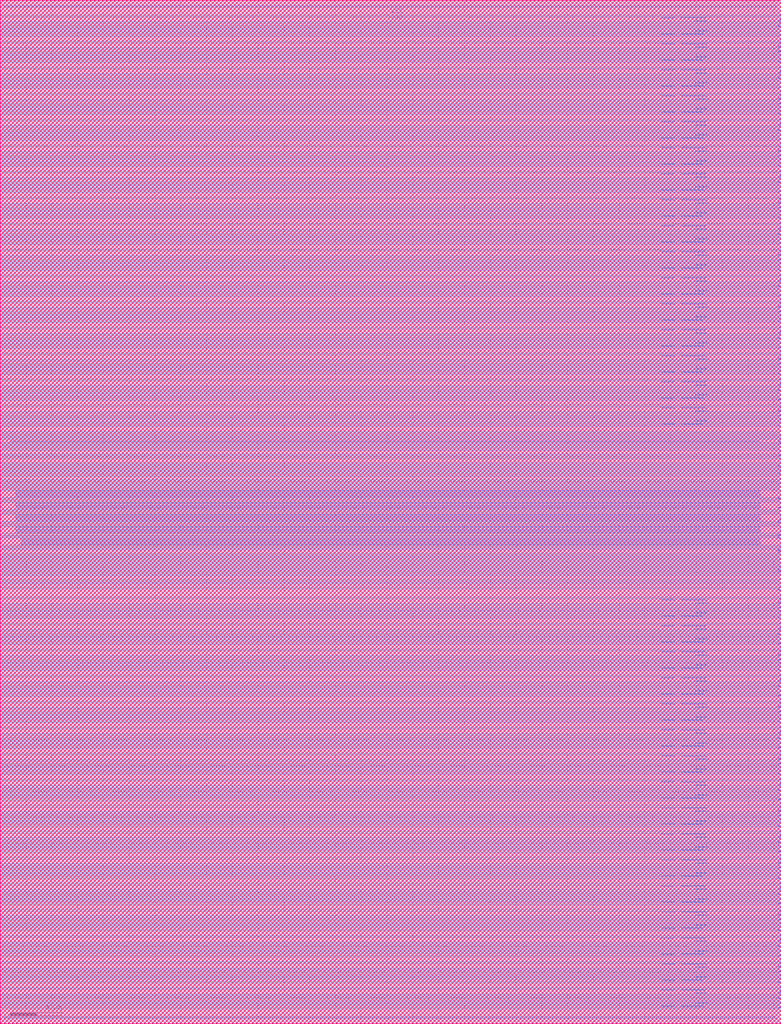
<source format=lef>
# Created by MC2 : Version 2013.12.00.f on 2025/06/22, 17:57:14

#*********************************************************************************************************************/
# Technology     : TSMC 16nm CMOS Logic FinFet Compact (FFC) Low Leakage HKMG                          */
# Memory Type    : TSMC 16nm FFC Single Port SRAM with d0907 bit cell                     */
# Library Name   : ts1n16ffcllsvta1024x32m4sw (user specify : ts1n16ffcllsvta1024x32m4sw)            */
# Library Version: 120a                                                */
# Generated Time : 2025/06/22, 17:57:08                                        */
#*********************************************************************************************************************/
#                                                            */
# STATEMENT OF USE                                                    */
#                                                            */
# This information contains confidential and proprietary information of TSMC.                    */
# No part of this information may be reproduced, transmitted, transcribed,                        */
# stored in a retrieval system, or translated into any human or computer                        */
# language, in any form or by any means, electronic, mechanical, magnetic,                        */
# optical, chemical, manual, or otherwise, without the prior written permission                    */
# of TSMC. This information was prepared for informational purpose and is for                    */
# use by TSMC's customers only. TSMC reserves the right to make changes in the                    */
# information at any time and without notice.                                    */
#                                                            */
#*********************************************************************************************************************/
VERSION 5.7 ;
BUSBITCHARS "[]" ;
DIVIDERCHAR "/" ;

MACRO TS1N16FFCLLSVTA1024X32M4SW
	CLASS BLOCK ;
	FOREIGN TS1N16FFCLLSVTA1024X32M4SW 0.0 0.0 ;
	ORIGIN 0.0 0.0 ;
	SIZE 60.575 BY 79.344 ;
	SYMMETRY X Y ;
	PIN A[0]
		DIRECTION INPUT ;
		USE SIGNAL ;
		PORT
			LAYER M1 ;
			RECT 60.327 34.952 60.575 35.032 ;
			LAYER M2 ;
			RECT 60.327 34.952 60.575 35.032 ;
			LAYER M3 ;
			RECT 60.327 34.952 60.575 35.032 ;
		END
		ANTENNAGATEAREA 0.008100 LAYER M1 ;
		ANTENNADIFFAREA 0.008100 LAYER M1 ;
		ANTENNAPARTIALMETALAREA 0.081600 LAYER M1 ;
		ANTENNAMAXAREACAR 2.834200 LAYER M1 ;
		ANTENNAPARTIALCUTAREA 0.008200 LAYER VIA1 ;
		ANTENNAMAXAREACAR 0.253400 LAYER VIA1 ;
		ANTENNAGATEAREA 0.008100 LAYER M2 ;
		ANTENNADIFFAREA 0.008100 LAYER M2 ;
		ANTENNAPARTIALMETALAREA 0.362400 LAYER M2 ;
		ANTENNAMAXAREACAR 11.423200 LAYER M2 ;
		ANTENNAPARTIALCUTAREA 0.012200 LAYER VIA2 ;
		ANTENNAMAXAREACAR 0.507000 LAYER VIA2 ;
		ANTENNAGATEAREA 0.008100 LAYER M3 ;
		ANTENNADIFFAREA 0.008100 LAYER M3 ;
		ANTENNAPARTIALMETALAREA 0.199400 LAYER M3 ;
		ANTENNAMAXAREACAR 33.069400 LAYER M3 ;
	END A[0]

	PIN A[1]
		DIRECTION INPUT ;
		USE SIGNAL ;
		PORT
			LAYER M1 ;
			RECT 60.327 33.608 60.575 33.688 ;
			LAYER M2 ;
			RECT 60.327 33.608 60.575 33.688 ;
			LAYER M3 ;
			RECT 60.327 33.608 60.575 33.688 ;
		END
		ANTENNAGATEAREA 0.008100 LAYER M1 ;
		ANTENNADIFFAREA 0.008100 LAYER M1 ;
		ANTENNAPARTIALMETALAREA 0.081600 LAYER M1 ;
		ANTENNAMAXAREACAR 2.834200 LAYER M1 ;
		ANTENNAPARTIALCUTAREA 0.008200 LAYER VIA1 ;
		ANTENNAMAXAREACAR 0.253400 LAYER VIA1 ;
		ANTENNAGATEAREA 0.008100 LAYER M2 ;
		ANTENNADIFFAREA 0.008100 LAYER M2 ;
		ANTENNAPARTIALMETALAREA 0.362400 LAYER M2 ;
		ANTENNAMAXAREACAR 11.423200 LAYER M2 ;
		ANTENNAPARTIALCUTAREA 0.012200 LAYER VIA2 ;
		ANTENNAMAXAREACAR 0.507000 LAYER VIA2 ;
		ANTENNAGATEAREA 0.008100 LAYER M3 ;
		ANTENNADIFFAREA 0.008100 LAYER M3 ;
		ANTENNAPARTIALMETALAREA 0.199400 LAYER M3 ;
		ANTENNAMAXAREACAR 33.069400 LAYER M3 ;
	END A[1]

	PIN A[2]
		DIRECTION INPUT ;
		USE SIGNAL ;
		PORT
			LAYER M1 ;
			RECT 60.327 43.976 60.575 44.056 ;
			LAYER M2 ;
			RECT 60.327 43.976 60.575 44.056 ;
			LAYER M3 ;
			RECT 60.327 43.976 60.575 44.056 ;
		END
		ANTENNAGATEAREA 0.008100 LAYER M1 ;
		ANTENNADIFFAREA 0.008100 LAYER M1 ;
		ANTENNAPARTIALMETALAREA 0.081600 LAYER M1 ;
		ANTENNAMAXAREACAR 2.834200 LAYER M1 ;
		ANTENNAPARTIALCUTAREA 0.008200 LAYER VIA1 ;
		ANTENNAMAXAREACAR 0.253400 LAYER VIA1 ;
		ANTENNAGATEAREA 0.008100 LAYER M2 ;
		ANTENNADIFFAREA 0.008100 LAYER M2 ;
		ANTENNAPARTIALMETALAREA 0.362400 LAYER M2 ;
		ANTENNAMAXAREACAR 11.423200 LAYER M2 ;
		ANTENNAPARTIALCUTAREA 0.012200 LAYER VIA2 ;
		ANTENNAMAXAREACAR 0.507000 LAYER VIA2 ;
		ANTENNAGATEAREA 0.008100 LAYER M3 ;
		ANTENNADIFFAREA 0.008100 LAYER M3 ;
		ANTENNAPARTIALMETALAREA 0.199400 LAYER M3 ;
		ANTENNAMAXAREACAR 33.069400 LAYER M3 ;
	END A[2]

	PIN A[3]
		DIRECTION INPUT ;
		USE SIGNAL ;
		PORT
			LAYER M1 ;
			RECT 60.327 43.208 60.575 43.288 ;
			LAYER M2 ;
			RECT 60.327 43.208 60.575 43.288 ;
			LAYER M3 ;
			RECT 60.327 43.208 60.575 43.288 ;
		END
		ANTENNAGATEAREA 0.008100 LAYER M1 ;
		ANTENNADIFFAREA 0.008100 LAYER M1 ;
		ANTENNAPARTIALMETALAREA 0.081600 LAYER M1 ;
		ANTENNAMAXAREACAR 2.834200 LAYER M1 ;
		ANTENNAPARTIALCUTAREA 0.008200 LAYER VIA1 ;
		ANTENNAMAXAREACAR 0.253400 LAYER VIA1 ;
		ANTENNAGATEAREA 0.008100 LAYER M2 ;
		ANTENNADIFFAREA 0.008100 LAYER M2 ;
		ANTENNAPARTIALMETALAREA 0.362400 LAYER M2 ;
		ANTENNAMAXAREACAR 11.423200 LAYER M2 ;
		ANTENNAPARTIALCUTAREA 0.012200 LAYER VIA2 ;
		ANTENNAMAXAREACAR 0.507000 LAYER VIA2 ;
		ANTENNAGATEAREA 0.008100 LAYER M3 ;
		ANTENNADIFFAREA 0.008100 LAYER M3 ;
		ANTENNAPARTIALMETALAREA 0.199400 LAYER M3 ;
		ANTENNAMAXAREACAR 33.069400 LAYER M3 ;
	END A[3]

	PIN A[4]
		DIRECTION INPUT ;
		USE SIGNAL ;
		PORT
			LAYER M1 ;
			RECT 60.327 42.632 60.575 42.712 ;
			LAYER M2 ;
			RECT 60.327 42.632 60.575 42.712 ;
			LAYER M3 ;
			RECT 60.327 42.632 60.575 42.712 ;
		END
		ANTENNAGATEAREA 0.008100 LAYER M1 ;
		ANTENNADIFFAREA 0.008100 LAYER M1 ;
		ANTENNAPARTIALMETALAREA 0.081600 LAYER M1 ;
		ANTENNAMAXAREACAR 2.834200 LAYER M1 ;
		ANTENNAPARTIALCUTAREA 0.008200 LAYER VIA1 ;
		ANTENNAMAXAREACAR 0.253400 LAYER VIA1 ;
		ANTENNAGATEAREA 0.008100 LAYER M2 ;
		ANTENNADIFFAREA 0.008100 LAYER M2 ;
		ANTENNAPARTIALMETALAREA 0.362400 LAYER M2 ;
		ANTENNAMAXAREACAR 11.423200 LAYER M2 ;
		ANTENNAPARTIALCUTAREA 0.012200 LAYER VIA2 ;
		ANTENNAMAXAREACAR 0.507000 LAYER VIA2 ;
		ANTENNAGATEAREA 0.008100 LAYER M3 ;
		ANTENNADIFFAREA 0.008100 LAYER M3 ;
		ANTENNAPARTIALMETALAREA 0.199400 LAYER M3 ;
		ANTENNAMAXAREACAR 33.069400 LAYER M3 ;
	END A[4]

	PIN A[5]
		DIRECTION INPUT ;
		USE SIGNAL ;
		PORT
			LAYER M1 ;
			RECT 60.327 39.944 60.575 40.024 ;
			LAYER M2 ;
			RECT 60.327 39.944 60.575 40.024 ;
			LAYER M3 ;
			RECT 60.327 39.944 60.575 40.024 ;
		END
		ANTENNAGATEAREA 0.008100 LAYER M1 ;
		ANTENNADIFFAREA 0.008100 LAYER M1 ;
		ANTENNAPARTIALMETALAREA 0.081600 LAYER M1 ;
		ANTENNAMAXAREACAR 2.834200 LAYER M1 ;
		ANTENNAPARTIALCUTAREA 0.008200 LAYER VIA1 ;
		ANTENNAMAXAREACAR 0.253400 LAYER VIA1 ;
		ANTENNAGATEAREA 0.008100 LAYER M2 ;
		ANTENNADIFFAREA 0.008100 LAYER M2 ;
		ANTENNAPARTIALMETALAREA 0.362400 LAYER M2 ;
		ANTENNAMAXAREACAR 11.423200 LAYER M2 ;
		ANTENNAPARTIALCUTAREA 0.012200 LAYER VIA2 ;
		ANTENNAMAXAREACAR 0.507000 LAYER VIA2 ;
		ANTENNAGATEAREA 0.008100 LAYER M3 ;
		ANTENNADIFFAREA 0.008100 LAYER M3 ;
		ANTENNAPARTIALMETALAREA 0.199400 LAYER M3 ;
		ANTENNAMAXAREACAR 33.069400 LAYER M3 ;
	END A[5]

	PIN A[6]
		DIRECTION INPUT ;
		USE SIGNAL ;
		PORT
			LAYER M1 ;
			RECT 60.327 40.712 60.575 40.792 ;
			LAYER M2 ;
			RECT 60.327 40.712 60.575 40.792 ;
			LAYER M3 ;
			RECT 60.327 40.712 60.575 40.792 ;
		END
		ANTENNAGATEAREA 0.008100 LAYER M1 ;
		ANTENNADIFFAREA 0.008100 LAYER M1 ;
		ANTENNAPARTIALMETALAREA 0.081600 LAYER M1 ;
		ANTENNAMAXAREACAR 2.834200 LAYER M1 ;
		ANTENNAPARTIALCUTAREA 0.008200 LAYER VIA1 ;
		ANTENNAMAXAREACAR 0.253400 LAYER VIA1 ;
		ANTENNAGATEAREA 0.008100 LAYER M2 ;
		ANTENNADIFFAREA 0.008100 LAYER M2 ;
		ANTENNAPARTIALMETALAREA 0.362400 LAYER M2 ;
		ANTENNAMAXAREACAR 11.423200 LAYER M2 ;
		ANTENNAPARTIALCUTAREA 0.012200 LAYER VIA2 ;
		ANTENNAMAXAREACAR 0.507000 LAYER VIA2 ;
		ANTENNAGATEAREA 0.008100 LAYER M3 ;
		ANTENNADIFFAREA 0.008100 LAYER M3 ;
		ANTENNAPARTIALMETALAREA 0.199400 LAYER M3 ;
		ANTENNAMAXAREACAR 33.069400 LAYER M3 ;
	END A[6]

	PIN A[7]
		DIRECTION INPUT ;
		USE SIGNAL ;
		PORT
			LAYER M1 ;
			RECT 60.327 41.864 60.575 41.944 ;
			LAYER M2 ;
			RECT 60.327 41.864 60.575 41.944 ;
			LAYER M3 ;
			RECT 60.327 41.864 60.575 41.944 ;
		END
		ANTENNAGATEAREA 0.008100 LAYER M1 ;
		ANTENNADIFFAREA 0.008100 LAYER M1 ;
		ANTENNAPARTIALMETALAREA 0.081600 LAYER M1 ;
		ANTENNAMAXAREACAR 2.834200 LAYER M1 ;
		ANTENNAPARTIALCUTAREA 0.008200 LAYER VIA1 ;
		ANTENNAMAXAREACAR 0.253400 LAYER VIA1 ;
		ANTENNAGATEAREA 0.008100 LAYER M2 ;
		ANTENNADIFFAREA 0.008100 LAYER M2 ;
		ANTENNAPARTIALMETALAREA 0.362400 LAYER M2 ;
		ANTENNAMAXAREACAR 11.423200 LAYER M2 ;
		ANTENNAPARTIALCUTAREA 0.012200 LAYER VIA2 ;
		ANTENNAMAXAREACAR 0.507000 LAYER VIA2 ;
		ANTENNAGATEAREA 0.008100 LAYER M3 ;
		ANTENNADIFFAREA 0.008100 LAYER M3 ;
		ANTENNAPARTIALMETALAREA 0.199400 LAYER M3 ;
		ANTENNAMAXAREACAR 33.069400 LAYER M3 ;
	END A[7]

	PIN A[8]
		DIRECTION INPUT ;
		USE SIGNAL ;
		PORT
			LAYER M1 ;
			RECT 60.327 36.488 60.575 36.568 ;
			LAYER M2 ;
			RECT 60.327 36.488 60.575 36.568 ;
			LAYER M3 ;
			RECT 60.327 36.488 60.575 36.568 ;
		END
		ANTENNAGATEAREA 0.008100 LAYER M1 ;
		ANTENNADIFFAREA 0.008100 LAYER M1 ;
		ANTENNAPARTIALMETALAREA 0.081600 LAYER M1 ;
		ANTENNAMAXAREACAR 2.834200 LAYER M1 ;
		ANTENNAPARTIALCUTAREA 0.008200 LAYER VIA1 ;
		ANTENNAMAXAREACAR 0.253400 LAYER VIA1 ;
		ANTENNAGATEAREA 0.008100 LAYER M2 ;
		ANTENNADIFFAREA 0.008100 LAYER M2 ;
		ANTENNAPARTIALMETALAREA 0.362400 LAYER M2 ;
		ANTENNAMAXAREACAR 11.423200 LAYER M2 ;
		ANTENNAPARTIALCUTAREA 0.012200 LAYER VIA2 ;
		ANTENNAMAXAREACAR 0.507000 LAYER VIA2 ;
		ANTENNAGATEAREA 0.008100 LAYER M3 ;
		ANTENNADIFFAREA 0.008100 LAYER M3 ;
		ANTENNAPARTIALMETALAREA 0.199400 LAYER M3 ;
		ANTENNAMAXAREACAR 33.069400 LAYER M3 ;
	END A[8]

	PIN A[9]
		DIRECTION INPUT ;
		USE SIGNAL ;
		PORT
			LAYER M1 ;
			RECT 60.327 35.144 60.575 35.224 ;
			LAYER M2 ;
			RECT 60.327 35.144 60.575 35.224 ;
			LAYER M3 ;
			RECT 60.327 35.144 60.575 35.224 ;
		END
		ANTENNAGATEAREA 0.008100 LAYER M1 ;
		ANTENNADIFFAREA 0.008100 LAYER M1 ;
		ANTENNAPARTIALMETALAREA 0.081600 LAYER M1 ;
		ANTENNAMAXAREACAR 2.834200 LAYER M1 ;
		ANTENNAPARTIALCUTAREA 0.008200 LAYER VIA1 ;
		ANTENNAMAXAREACAR 0.253400 LAYER VIA1 ;
		ANTENNAGATEAREA 0.008100 LAYER M2 ;
		ANTENNADIFFAREA 0.008100 LAYER M2 ;
		ANTENNAPARTIALMETALAREA 0.362400 LAYER M2 ;
		ANTENNAMAXAREACAR 11.423200 LAYER M2 ;
		ANTENNAPARTIALCUTAREA 0.012200 LAYER VIA2 ;
		ANTENNAMAXAREACAR 0.507000 LAYER VIA2 ;
		ANTENNAGATEAREA 0.008100 LAYER M3 ;
		ANTENNADIFFAREA 0.008100 LAYER M3 ;
		ANTENNAPARTIALMETALAREA 0.199400 LAYER M3 ;
		ANTENNAMAXAREACAR 33.069400 LAYER M3 ;
	END A[9]

	PIN BWEB[0]
		DIRECTION INPUT ;
		USE SIGNAL ;
		PORT
			LAYER M1 ;
			RECT 60.327 1.976 60.575 2.056 ;
			LAYER M2 ;
			RECT 60.327 1.976 60.575 2.056 ;
			LAYER M3 ;
			RECT 60.327 1.976 60.575 2.056 ;
		END
		ANTENNAGATEAREA 0.002300 LAYER M1 ;
		ANTENNADIFFAREA 0.008100 LAYER M1 ;
		ANTENNAPARTIALMETALAREA 0.093800 LAYER M1 ;
		ANTENNAMAXAREACAR 9.051800 LAYER M1 ;
		ANTENNAPARTIALCUTAREA 0.008200 LAYER VIA1 ;
		ANTENNAMAXAREACAR 0.882800 LAYER VIA1 ;
		ANTENNAGATEAREA 0.002300 LAYER M2 ;
		ANTENNADIFFAREA 0.008100 LAYER M2 ;
		ANTENNAPARTIALMETALAREA 0.127400 LAYER M2 ;
		ANTENNAMAXAREACAR 40.517200 LAYER M2 ;
		ANTENNAPARTIALCUTAREA 0.008200 LAYER VIA2 ;
		ANTENNAMAXAREACAR 1.765600 LAYER VIA2 ;
		ANTENNAGATEAREA 0.002300 LAYER M3 ;
		ANTENNADIFFAREA 0.008100 LAYER M3 ;
		ANTENNAPARTIALMETALAREA 0.215000 LAYER M3 ;
		ANTENNAMAXAREACAR 128.793000 LAYER M3 ;
	END BWEB[0]

	PIN BWEB[1]
		DIRECTION INPUT ;
		USE SIGNAL ;
		PORT
			LAYER M1 ;
			RECT 60.327 3.992 60.575 4.072 ;
			LAYER M2 ;
			RECT 60.327 3.992 60.575 4.072 ;
			LAYER M3 ;
			RECT 60.327 3.992 60.575 4.072 ;
		END
		ANTENNAGATEAREA 0.002300 LAYER M1 ;
		ANTENNADIFFAREA 0.008100 LAYER M1 ;
		ANTENNAPARTIALMETALAREA 0.093800 LAYER M1 ;
		ANTENNAMAXAREACAR 9.051800 LAYER M1 ;
		ANTENNAPARTIALCUTAREA 0.008200 LAYER VIA1 ;
		ANTENNAMAXAREACAR 0.882800 LAYER VIA1 ;
		ANTENNAGATEAREA 0.002300 LAYER M2 ;
		ANTENNADIFFAREA 0.008100 LAYER M2 ;
		ANTENNAPARTIALMETALAREA 0.127400 LAYER M2 ;
		ANTENNAMAXAREACAR 40.517200 LAYER M2 ;
		ANTENNAPARTIALCUTAREA 0.008200 LAYER VIA2 ;
		ANTENNAMAXAREACAR 1.765600 LAYER VIA2 ;
		ANTENNAGATEAREA 0.002300 LAYER M3 ;
		ANTENNADIFFAREA 0.008100 LAYER M3 ;
		ANTENNAPARTIALMETALAREA 0.215000 LAYER M3 ;
		ANTENNAMAXAREACAR 128.793000 LAYER M3 ;
	END BWEB[1]

	PIN BWEB[2]
		DIRECTION INPUT ;
		USE SIGNAL ;
		PORT
			LAYER M1 ;
			RECT 60.327 6.008 60.575 6.088 ;
			LAYER M2 ;
			RECT 60.327 6.008 60.575 6.088 ;
			LAYER M3 ;
			RECT 60.327 6.008 60.575 6.088 ;
		END
		ANTENNAGATEAREA 0.002300 LAYER M1 ;
		ANTENNADIFFAREA 0.008100 LAYER M1 ;
		ANTENNAPARTIALMETALAREA 0.093800 LAYER M1 ;
		ANTENNAMAXAREACAR 9.051800 LAYER M1 ;
		ANTENNAPARTIALCUTAREA 0.008200 LAYER VIA1 ;
		ANTENNAMAXAREACAR 0.882800 LAYER VIA1 ;
		ANTENNAGATEAREA 0.002300 LAYER M2 ;
		ANTENNADIFFAREA 0.008100 LAYER M2 ;
		ANTENNAPARTIALMETALAREA 0.127400 LAYER M2 ;
		ANTENNAMAXAREACAR 40.517200 LAYER M2 ;
		ANTENNAPARTIALCUTAREA 0.008200 LAYER VIA2 ;
		ANTENNAMAXAREACAR 1.765600 LAYER VIA2 ;
		ANTENNAGATEAREA 0.002300 LAYER M3 ;
		ANTENNADIFFAREA 0.008100 LAYER M3 ;
		ANTENNAPARTIALMETALAREA 0.215000 LAYER M3 ;
		ANTENNAMAXAREACAR 128.793000 LAYER M3 ;
	END BWEB[2]

	PIN BWEB[3]
		DIRECTION INPUT ;
		USE SIGNAL ;
		PORT
			LAYER M1 ;
			RECT 60.327 8.024 60.575 8.104 ;
			LAYER M2 ;
			RECT 60.327 8.024 60.575 8.104 ;
			LAYER M3 ;
			RECT 60.327 8.024 60.575 8.104 ;
		END
		ANTENNAGATEAREA 0.002300 LAYER M1 ;
		ANTENNADIFFAREA 0.008100 LAYER M1 ;
		ANTENNAPARTIALMETALAREA 0.093800 LAYER M1 ;
		ANTENNAMAXAREACAR 9.051800 LAYER M1 ;
		ANTENNAPARTIALCUTAREA 0.008200 LAYER VIA1 ;
		ANTENNAMAXAREACAR 0.882800 LAYER VIA1 ;
		ANTENNAGATEAREA 0.002300 LAYER M2 ;
		ANTENNADIFFAREA 0.008100 LAYER M2 ;
		ANTENNAPARTIALMETALAREA 0.127400 LAYER M2 ;
		ANTENNAMAXAREACAR 40.517200 LAYER M2 ;
		ANTENNAPARTIALCUTAREA 0.008200 LAYER VIA2 ;
		ANTENNAMAXAREACAR 1.765600 LAYER VIA2 ;
		ANTENNAGATEAREA 0.002300 LAYER M3 ;
		ANTENNADIFFAREA 0.008100 LAYER M3 ;
		ANTENNAPARTIALMETALAREA 0.215000 LAYER M3 ;
		ANTENNAMAXAREACAR 128.793000 LAYER M3 ;
	END BWEB[3]

	PIN BWEB[4]
		DIRECTION INPUT ;
		USE SIGNAL ;
		PORT
			LAYER M1 ;
			RECT 60.327 10.040 60.575 10.120 ;
			LAYER M2 ;
			RECT 60.327 10.040 60.575 10.120 ;
			LAYER M3 ;
			RECT 60.327 10.040 60.575 10.120 ;
		END
		ANTENNAGATEAREA 0.002300 LAYER M1 ;
		ANTENNADIFFAREA 0.008100 LAYER M1 ;
		ANTENNAPARTIALMETALAREA 0.093800 LAYER M1 ;
		ANTENNAMAXAREACAR 9.051800 LAYER M1 ;
		ANTENNAPARTIALCUTAREA 0.008200 LAYER VIA1 ;
		ANTENNAMAXAREACAR 0.882800 LAYER VIA1 ;
		ANTENNAGATEAREA 0.002300 LAYER M2 ;
		ANTENNADIFFAREA 0.008100 LAYER M2 ;
		ANTENNAPARTIALMETALAREA 0.127400 LAYER M2 ;
		ANTENNAMAXAREACAR 40.517200 LAYER M2 ;
		ANTENNAPARTIALCUTAREA 0.008200 LAYER VIA2 ;
		ANTENNAMAXAREACAR 1.765600 LAYER VIA2 ;
		ANTENNAGATEAREA 0.002300 LAYER M3 ;
		ANTENNADIFFAREA 0.008100 LAYER M3 ;
		ANTENNAPARTIALMETALAREA 0.215000 LAYER M3 ;
		ANTENNAMAXAREACAR 128.793000 LAYER M3 ;
	END BWEB[4]

	PIN BWEB[5]
		DIRECTION INPUT ;
		USE SIGNAL ;
		PORT
			LAYER M1 ;
			RECT 60.327 12.056 60.575 12.136 ;
			LAYER M2 ;
			RECT 60.327 12.056 60.575 12.136 ;
			LAYER M3 ;
			RECT 60.327 12.056 60.575 12.136 ;
		END
		ANTENNAGATEAREA 0.002300 LAYER M1 ;
		ANTENNADIFFAREA 0.008100 LAYER M1 ;
		ANTENNAPARTIALMETALAREA 0.093800 LAYER M1 ;
		ANTENNAMAXAREACAR 9.051800 LAYER M1 ;
		ANTENNAPARTIALCUTAREA 0.008200 LAYER VIA1 ;
		ANTENNAMAXAREACAR 0.882800 LAYER VIA1 ;
		ANTENNAGATEAREA 0.002300 LAYER M2 ;
		ANTENNADIFFAREA 0.008100 LAYER M2 ;
		ANTENNAPARTIALMETALAREA 0.127400 LAYER M2 ;
		ANTENNAMAXAREACAR 40.517200 LAYER M2 ;
		ANTENNAPARTIALCUTAREA 0.008200 LAYER VIA2 ;
		ANTENNAMAXAREACAR 1.765600 LAYER VIA2 ;
		ANTENNAGATEAREA 0.002300 LAYER M3 ;
		ANTENNADIFFAREA 0.008100 LAYER M3 ;
		ANTENNAPARTIALMETALAREA 0.215000 LAYER M3 ;
		ANTENNAMAXAREACAR 128.793000 LAYER M3 ;
	END BWEB[5]

	PIN BWEB[6]
		DIRECTION INPUT ;
		USE SIGNAL ;
		PORT
			LAYER M1 ;
			RECT 60.327 14.072 60.575 14.152 ;
			LAYER M2 ;
			RECT 60.327 14.072 60.575 14.152 ;
			LAYER M3 ;
			RECT 60.327 14.072 60.575 14.152 ;
		END
		ANTENNAGATEAREA 0.002300 LAYER M1 ;
		ANTENNADIFFAREA 0.008100 LAYER M1 ;
		ANTENNAPARTIALMETALAREA 0.093800 LAYER M1 ;
		ANTENNAMAXAREACAR 9.051800 LAYER M1 ;
		ANTENNAPARTIALCUTAREA 0.008200 LAYER VIA1 ;
		ANTENNAMAXAREACAR 0.882800 LAYER VIA1 ;
		ANTENNAGATEAREA 0.002300 LAYER M2 ;
		ANTENNADIFFAREA 0.008100 LAYER M2 ;
		ANTENNAPARTIALMETALAREA 0.127400 LAYER M2 ;
		ANTENNAMAXAREACAR 40.517200 LAYER M2 ;
		ANTENNAPARTIALCUTAREA 0.008200 LAYER VIA2 ;
		ANTENNAMAXAREACAR 1.765600 LAYER VIA2 ;
		ANTENNAGATEAREA 0.002300 LAYER M3 ;
		ANTENNADIFFAREA 0.008100 LAYER M3 ;
		ANTENNAPARTIALMETALAREA 0.215000 LAYER M3 ;
		ANTENNAMAXAREACAR 128.793000 LAYER M3 ;
	END BWEB[6]

	PIN BWEB[7]
		DIRECTION INPUT ;
		USE SIGNAL ;
		PORT
			LAYER M1 ;
			RECT 60.327 16.088 60.575 16.168 ;
			LAYER M2 ;
			RECT 60.327 16.088 60.575 16.168 ;
			LAYER M3 ;
			RECT 60.327 16.088 60.575 16.168 ;
		END
		ANTENNAGATEAREA 0.002300 LAYER M1 ;
		ANTENNADIFFAREA 0.008100 LAYER M1 ;
		ANTENNAPARTIALMETALAREA 0.093800 LAYER M1 ;
		ANTENNAMAXAREACAR 9.051800 LAYER M1 ;
		ANTENNAPARTIALCUTAREA 0.008200 LAYER VIA1 ;
		ANTENNAMAXAREACAR 0.882800 LAYER VIA1 ;
		ANTENNAGATEAREA 0.002300 LAYER M2 ;
		ANTENNADIFFAREA 0.008100 LAYER M2 ;
		ANTENNAPARTIALMETALAREA 0.127400 LAYER M2 ;
		ANTENNAMAXAREACAR 40.517200 LAYER M2 ;
		ANTENNAPARTIALCUTAREA 0.008200 LAYER VIA2 ;
		ANTENNAMAXAREACAR 1.765600 LAYER VIA2 ;
		ANTENNAGATEAREA 0.002300 LAYER M3 ;
		ANTENNADIFFAREA 0.008100 LAYER M3 ;
		ANTENNAPARTIALMETALAREA 0.215000 LAYER M3 ;
		ANTENNAMAXAREACAR 128.793000 LAYER M3 ;
	END BWEB[7]

	PIN BWEB[8]
		DIRECTION INPUT ;
		USE SIGNAL ;
		PORT
			LAYER M1 ;
			RECT 60.327 18.104 60.575 18.184 ;
			LAYER M2 ;
			RECT 60.327 18.104 60.575 18.184 ;
			LAYER M3 ;
			RECT 60.327 18.104 60.575 18.184 ;
		END
		ANTENNAGATEAREA 0.002300 LAYER M1 ;
		ANTENNADIFFAREA 0.008100 LAYER M1 ;
		ANTENNAPARTIALMETALAREA 0.093800 LAYER M1 ;
		ANTENNAMAXAREACAR 9.051800 LAYER M1 ;
		ANTENNAPARTIALCUTAREA 0.008200 LAYER VIA1 ;
		ANTENNAMAXAREACAR 0.882800 LAYER VIA1 ;
		ANTENNAGATEAREA 0.002300 LAYER M2 ;
		ANTENNADIFFAREA 0.008100 LAYER M2 ;
		ANTENNAPARTIALMETALAREA 0.127400 LAYER M2 ;
		ANTENNAMAXAREACAR 40.517200 LAYER M2 ;
		ANTENNAPARTIALCUTAREA 0.008200 LAYER VIA2 ;
		ANTENNAMAXAREACAR 1.765600 LAYER VIA2 ;
		ANTENNAGATEAREA 0.002300 LAYER M3 ;
		ANTENNADIFFAREA 0.008100 LAYER M3 ;
		ANTENNAPARTIALMETALAREA 0.215000 LAYER M3 ;
		ANTENNAMAXAREACAR 128.793000 LAYER M3 ;
	END BWEB[8]

	PIN BWEB[9]
		DIRECTION INPUT ;
		USE SIGNAL ;
		PORT
			LAYER M1 ;
			RECT 60.327 20.120 60.575 20.200 ;
			LAYER M2 ;
			RECT 60.327 20.120 60.575 20.200 ;
			LAYER M3 ;
			RECT 60.327 20.120 60.575 20.200 ;
		END
		ANTENNAGATEAREA 0.002300 LAYER M1 ;
		ANTENNADIFFAREA 0.008100 LAYER M1 ;
		ANTENNAPARTIALMETALAREA 0.093800 LAYER M1 ;
		ANTENNAMAXAREACAR 9.051800 LAYER M1 ;
		ANTENNAPARTIALCUTAREA 0.008200 LAYER VIA1 ;
		ANTENNAMAXAREACAR 0.882800 LAYER VIA1 ;
		ANTENNAGATEAREA 0.002300 LAYER M2 ;
		ANTENNADIFFAREA 0.008100 LAYER M2 ;
		ANTENNAPARTIALMETALAREA 0.127400 LAYER M2 ;
		ANTENNAMAXAREACAR 40.517200 LAYER M2 ;
		ANTENNAPARTIALCUTAREA 0.008200 LAYER VIA2 ;
		ANTENNAMAXAREACAR 1.765600 LAYER VIA2 ;
		ANTENNAGATEAREA 0.002300 LAYER M3 ;
		ANTENNADIFFAREA 0.008100 LAYER M3 ;
		ANTENNAPARTIALMETALAREA 0.215000 LAYER M3 ;
		ANTENNAMAXAREACAR 128.793000 LAYER M3 ;
	END BWEB[9]

	PIN BWEB[10]
		DIRECTION INPUT ;
		USE SIGNAL ;
		PORT
			LAYER M1 ;
			RECT 60.327 22.136 60.575 22.216 ;
			LAYER M2 ;
			RECT 60.327 22.136 60.575 22.216 ;
			LAYER M3 ;
			RECT 60.327 22.136 60.575 22.216 ;
		END
		ANTENNAGATEAREA 0.002300 LAYER M1 ;
		ANTENNADIFFAREA 0.008100 LAYER M1 ;
		ANTENNAPARTIALMETALAREA 0.093800 LAYER M1 ;
		ANTENNAMAXAREACAR 9.051800 LAYER M1 ;
		ANTENNAPARTIALCUTAREA 0.008200 LAYER VIA1 ;
		ANTENNAMAXAREACAR 0.882800 LAYER VIA1 ;
		ANTENNAGATEAREA 0.002300 LAYER M2 ;
		ANTENNADIFFAREA 0.008100 LAYER M2 ;
		ANTENNAPARTIALMETALAREA 0.127400 LAYER M2 ;
		ANTENNAMAXAREACAR 40.517200 LAYER M2 ;
		ANTENNAPARTIALCUTAREA 0.008200 LAYER VIA2 ;
		ANTENNAMAXAREACAR 1.765600 LAYER VIA2 ;
		ANTENNAGATEAREA 0.002300 LAYER M3 ;
		ANTENNADIFFAREA 0.008100 LAYER M3 ;
		ANTENNAPARTIALMETALAREA 0.215000 LAYER M3 ;
		ANTENNAMAXAREACAR 128.793000 LAYER M3 ;
	END BWEB[10]

	PIN BWEB[11]
		DIRECTION INPUT ;
		USE SIGNAL ;
		PORT
			LAYER M1 ;
			RECT 60.327 24.152 60.575 24.232 ;
			LAYER M2 ;
			RECT 60.327 24.152 60.575 24.232 ;
			LAYER M3 ;
			RECT 60.327 24.152 60.575 24.232 ;
		END
		ANTENNAGATEAREA 0.002300 LAYER M1 ;
		ANTENNADIFFAREA 0.008100 LAYER M1 ;
		ANTENNAPARTIALMETALAREA 0.093800 LAYER M1 ;
		ANTENNAMAXAREACAR 9.051800 LAYER M1 ;
		ANTENNAPARTIALCUTAREA 0.008200 LAYER VIA1 ;
		ANTENNAMAXAREACAR 0.882800 LAYER VIA1 ;
		ANTENNAGATEAREA 0.002300 LAYER M2 ;
		ANTENNADIFFAREA 0.008100 LAYER M2 ;
		ANTENNAPARTIALMETALAREA 0.127400 LAYER M2 ;
		ANTENNAMAXAREACAR 40.517200 LAYER M2 ;
		ANTENNAPARTIALCUTAREA 0.008200 LAYER VIA2 ;
		ANTENNAMAXAREACAR 1.765600 LAYER VIA2 ;
		ANTENNAGATEAREA 0.002300 LAYER M3 ;
		ANTENNADIFFAREA 0.008100 LAYER M3 ;
		ANTENNAPARTIALMETALAREA 0.215000 LAYER M3 ;
		ANTENNAMAXAREACAR 128.793000 LAYER M3 ;
	END BWEB[11]

	PIN BWEB[12]
		DIRECTION INPUT ;
		USE SIGNAL ;
		PORT
			LAYER M1 ;
			RECT 60.327 26.168 60.575 26.248 ;
			LAYER M2 ;
			RECT 60.327 26.168 60.575 26.248 ;
			LAYER M3 ;
			RECT 60.327 26.168 60.575 26.248 ;
		END
		ANTENNAGATEAREA 0.002300 LAYER M1 ;
		ANTENNADIFFAREA 0.008100 LAYER M1 ;
		ANTENNAPARTIALMETALAREA 0.093800 LAYER M1 ;
		ANTENNAMAXAREACAR 9.051800 LAYER M1 ;
		ANTENNAPARTIALCUTAREA 0.008200 LAYER VIA1 ;
		ANTENNAMAXAREACAR 0.882800 LAYER VIA1 ;
		ANTENNAGATEAREA 0.002300 LAYER M2 ;
		ANTENNADIFFAREA 0.008100 LAYER M2 ;
		ANTENNAPARTIALMETALAREA 0.127400 LAYER M2 ;
		ANTENNAMAXAREACAR 40.517200 LAYER M2 ;
		ANTENNAPARTIALCUTAREA 0.008200 LAYER VIA2 ;
		ANTENNAMAXAREACAR 1.765600 LAYER VIA2 ;
		ANTENNAGATEAREA 0.002300 LAYER M3 ;
		ANTENNADIFFAREA 0.008100 LAYER M3 ;
		ANTENNAPARTIALMETALAREA 0.215000 LAYER M3 ;
		ANTENNAMAXAREACAR 128.793000 LAYER M3 ;
	END BWEB[12]

	PIN BWEB[13]
		DIRECTION INPUT ;
		USE SIGNAL ;
		PORT
			LAYER M1 ;
			RECT 60.327 28.184 60.575 28.264 ;
			LAYER M2 ;
			RECT 60.327 28.184 60.575 28.264 ;
			LAYER M3 ;
			RECT 60.327 28.184 60.575 28.264 ;
		END
		ANTENNAGATEAREA 0.002300 LAYER M1 ;
		ANTENNADIFFAREA 0.008100 LAYER M1 ;
		ANTENNAPARTIALMETALAREA 0.093800 LAYER M1 ;
		ANTENNAMAXAREACAR 9.051800 LAYER M1 ;
		ANTENNAPARTIALCUTAREA 0.008200 LAYER VIA1 ;
		ANTENNAMAXAREACAR 0.882800 LAYER VIA1 ;
		ANTENNAGATEAREA 0.002300 LAYER M2 ;
		ANTENNADIFFAREA 0.008100 LAYER M2 ;
		ANTENNAPARTIALMETALAREA 0.127400 LAYER M2 ;
		ANTENNAMAXAREACAR 40.517200 LAYER M2 ;
		ANTENNAPARTIALCUTAREA 0.008200 LAYER VIA2 ;
		ANTENNAMAXAREACAR 1.765600 LAYER VIA2 ;
		ANTENNAGATEAREA 0.002300 LAYER M3 ;
		ANTENNADIFFAREA 0.008100 LAYER M3 ;
		ANTENNAPARTIALMETALAREA 0.215000 LAYER M3 ;
		ANTENNAMAXAREACAR 128.793000 LAYER M3 ;
	END BWEB[13]

	PIN BWEB[14]
		DIRECTION INPUT ;
		USE SIGNAL ;
		PORT
			LAYER M1 ;
			RECT 60.327 30.200 60.575 30.280 ;
			LAYER M2 ;
			RECT 60.327 30.200 60.575 30.280 ;
			LAYER M3 ;
			RECT 60.327 30.200 60.575 30.280 ;
		END
		ANTENNAGATEAREA 0.002300 LAYER M1 ;
		ANTENNADIFFAREA 0.008100 LAYER M1 ;
		ANTENNAPARTIALMETALAREA 0.093800 LAYER M1 ;
		ANTENNAMAXAREACAR 9.051800 LAYER M1 ;
		ANTENNAPARTIALCUTAREA 0.008200 LAYER VIA1 ;
		ANTENNAMAXAREACAR 0.882800 LAYER VIA1 ;
		ANTENNAGATEAREA 0.002300 LAYER M2 ;
		ANTENNADIFFAREA 0.008100 LAYER M2 ;
		ANTENNAPARTIALMETALAREA 0.127400 LAYER M2 ;
		ANTENNAMAXAREACAR 40.517200 LAYER M2 ;
		ANTENNAPARTIALCUTAREA 0.008200 LAYER VIA2 ;
		ANTENNAMAXAREACAR 1.765600 LAYER VIA2 ;
		ANTENNAGATEAREA 0.002300 LAYER M3 ;
		ANTENNADIFFAREA 0.008100 LAYER M3 ;
		ANTENNAPARTIALMETALAREA 0.215000 LAYER M3 ;
		ANTENNAMAXAREACAR 128.793000 LAYER M3 ;
	END BWEB[14]

	PIN BWEB[15]
		DIRECTION INPUT ;
		USE SIGNAL ;
		PORT
			LAYER M1 ;
			RECT 60.327 32.216 60.575 32.296 ;
			LAYER M2 ;
			RECT 60.327 32.216 60.575 32.296 ;
			LAYER M3 ;
			RECT 60.327 32.216 60.575 32.296 ;
		END
		ANTENNAGATEAREA 0.002300 LAYER M1 ;
		ANTENNADIFFAREA 0.008100 LAYER M1 ;
		ANTENNAPARTIALMETALAREA 0.093800 LAYER M1 ;
		ANTENNAMAXAREACAR 9.051800 LAYER M1 ;
		ANTENNAPARTIALCUTAREA 0.008200 LAYER VIA1 ;
		ANTENNAMAXAREACAR 0.882800 LAYER VIA1 ;
		ANTENNAGATEAREA 0.002300 LAYER M2 ;
		ANTENNADIFFAREA 0.008100 LAYER M2 ;
		ANTENNAPARTIALMETALAREA 0.127400 LAYER M2 ;
		ANTENNAMAXAREACAR 40.517200 LAYER M2 ;
		ANTENNAPARTIALCUTAREA 0.008200 LAYER VIA2 ;
		ANTENNAMAXAREACAR 1.765600 LAYER VIA2 ;
		ANTENNAGATEAREA 0.002300 LAYER M3 ;
		ANTENNADIFFAREA 0.008100 LAYER M3 ;
		ANTENNAPARTIALMETALAREA 0.215000 LAYER M3 ;
		ANTENNAMAXAREACAR 128.793000 LAYER M3 ;
	END BWEB[15]

	PIN BWEB[16]
		DIRECTION INPUT ;
		USE SIGNAL ;
		PORT
			LAYER M1 ;
			RECT 60.327 47.096 60.575 47.176 ;
			LAYER M2 ;
			RECT 60.327 47.096 60.575 47.176 ;
			LAYER M3 ;
			RECT 60.327 47.096 60.575 47.176 ;
		END
		ANTENNAGATEAREA 0.002300 LAYER M1 ;
		ANTENNADIFFAREA 0.008100 LAYER M1 ;
		ANTENNAPARTIALMETALAREA 0.093800 LAYER M1 ;
		ANTENNAMAXAREACAR 9.051800 LAYER M1 ;
		ANTENNAPARTIALCUTAREA 0.008200 LAYER VIA1 ;
		ANTENNAMAXAREACAR 0.882800 LAYER VIA1 ;
		ANTENNAGATEAREA 0.002300 LAYER M2 ;
		ANTENNADIFFAREA 0.008100 LAYER M2 ;
		ANTENNAPARTIALMETALAREA 0.127400 LAYER M2 ;
		ANTENNAMAXAREACAR 40.517200 LAYER M2 ;
		ANTENNAPARTIALCUTAREA 0.008200 LAYER VIA2 ;
		ANTENNAMAXAREACAR 1.765600 LAYER VIA2 ;
		ANTENNAGATEAREA 0.002300 LAYER M3 ;
		ANTENNADIFFAREA 0.008100 LAYER M3 ;
		ANTENNAPARTIALMETALAREA 0.215000 LAYER M3 ;
		ANTENNAMAXAREACAR 128.793000 LAYER M3 ;
	END BWEB[16]

	PIN BWEB[17]
		DIRECTION INPUT ;
		USE SIGNAL ;
		PORT
			LAYER M1 ;
			RECT 60.327 49.112 60.575 49.192 ;
			LAYER M2 ;
			RECT 60.327 49.112 60.575 49.192 ;
			LAYER M3 ;
			RECT 60.327 49.112 60.575 49.192 ;
		END
		ANTENNAGATEAREA 0.002300 LAYER M1 ;
		ANTENNADIFFAREA 0.008100 LAYER M1 ;
		ANTENNAPARTIALMETALAREA 0.093800 LAYER M1 ;
		ANTENNAMAXAREACAR 9.051800 LAYER M1 ;
		ANTENNAPARTIALCUTAREA 0.008200 LAYER VIA1 ;
		ANTENNAMAXAREACAR 0.882800 LAYER VIA1 ;
		ANTENNAGATEAREA 0.002300 LAYER M2 ;
		ANTENNADIFFAREA 0.008100 LAYER M2 ;
		ANTENNAPARTIALMETALAREA 0.127400 LAYER M2 ;
		ANTENNAMAXAREACAR 40.517200 LAYER M2 ;
		ANTENNAPARTIALCUTAREA 0.008200 LAYER VIA2 ;
		ANTENNAMAXAREACAR 1.765600 LAYER VIA2 ;
		ANTENNAGATEAREA 0.002300 LAYER M3 ;
		ANTENNADIFFAREA 0.008100 LAYER M3 ;
		ANTENNAPARTIALMETALAREA 0.215000 LAYER M3 ;
		ANTENNAMAXAREACAR 128.793000 LAYER M3 ;
	END BWEB[17]

	PIN BWEB[18]
		DIRECTION INPUT ;
		USE SIGNAL ;
		PORT
			LAYER M1 ;
			RECT 60.327 51.128 60.575 51.208 ;
			LAYER M2 ;
			RECT 60.327 51.128 60.575 51.208 ;
			LAYER M3 ;
			RECT 60.327 51.128 60.575 51.208 ;
		END
		ANTENNAGATEAREA 0.002300 LAYER M1 ;
		ANTENNADIFFAREA 0.008100 LAYER M1 ;
		ANTENNAPARTIALMETALAREA 0.093800 LAYER M1 ;
		ANTENNAMAXAREACAR 9.051800 LAYER M1 ;
		ANTENNAPARTIALCUTAREA 0.008200 LAYER VIA1 ;
		ANTENNAMAXAREACAR 0.882800 LAYER VIA1 ;
		ANTENNAGATEAREA 0.002300 LAYER M2 ;
		ANTENNADIFFAREA 0.008100 LAYER M2 ;
		ANTENNAPARTIALMETALAREA 0.127400 LAYER M2 ;
		ANTENNAMAXAREACAR 40.517200 LAYER M2 ;
		ANTENNAPARTIALCUTAREA 0.008200 LAYER VIA2 ;
		ANTENNAMAXAREACAR 1.765600 LAYER VIA2 ;
		ANTENNAGATEAREA 0.002300 LAYER M3 ;
		ANTENNADIFFAREA 0.008100 LAYER M3 ;
		ANTENNAPARTIALMETALAREA 0.215000 LAYER M3 ;
		ANTENNAMAXAREACAR 128.793000 LAYER M3 ;
	END BWEB[18]

	PIN BWEB[19]
		DIRECTION INPUT ;
		USE SIGNAL ;
		PORT
			LAYER M1 ;
			RECT 60.327 53.144 60.575 53.224 ;
			LAYER M2 ;
			RECT 60.327 53.144 60.575 53.224 ;
			LAYER M3 ;
			RECT 60.327 53.144 60.575 53.224 ;
		END
		ANTENNAGATEAREA 0.002300 LAYER M1 ;
		ANTENNADIFFAREA 0.008100 LAYER M1 ;
		ANTENNAPARTIALMETALAREA 0.093800 LAYER M1 ;
		ANTENNAMAXAREACAR 9.051800 LAYER M1 ;
		ANTENNAPARTIALCUTAREA 0.008200 LAYER VIA1 ;
		ANTENNAMAXAREACAR 0.882800 LAYER VIA1 ;
		ANTENNAGATEAREA 0.002300 LAYER M2 ;
		ANTENNADIFFAREA 0.008100 LAYER M2 ;
		ANTENNAPARTIALMETALAREA 0.127400 LAYER M2 ;
		ANTENNAMAXAREACAR 40.517200 LAYER M2 ;
		ANTENNAPARTIALCUTAREA 0.008200 LAYER VIA2 ;
		ANTENNAMAXAREACAR 1.765600 LAYER VIA2 ;
		ANTENNAGATEAREA 0.002300 LAYER M3 ;
		ANTENNADIFFAREA 0.008100 LAYER M3 ;
		ANTENNAPARTIALMETALAREA 0.215000 LAYER M3 ;
		ANTENNAMAXAREACAR 128.793000 LAYER M3 ;
	END BWEB[19]

	PIN BWEB[20]
		DIRECTION INPUT ;
		USE SIGNAL ;
		PORT
			LAYER M1 ;
			RECT 60.327 55.160 60.575 55.240 ;
			LAYER M2 ;
			RECT 60.327 55.160 60.575 55.240 ;
			LAYER M3 ;
			RECT 60.327 55.160 60.575 55.240 ;
		END
		ANTENNAGATEAREA 0.002300 LAYER M1 ;
		ANTENNADIFFAREA 0.008100 LAYER M1 ;
		ANTENNAPARTIALMETALAREA 0.093800 LAYER M1 ;
		ANTENNAMAXAREACAR 9.051800 LAYER M1 ;
		ANTENNAPARTIALCUTAREA 0.008200 LAYER VIA1 ;
		ANTENNAMAXAREACAR 0.882800 LAYER VIA1 ;
		ANTENNAGATEAREA 0.002300 LAYER M2 ;
		ANTENNADIFFAREA 0.008100 LAYER M2 ;
		ANTENNAPARTIALMETALAREA 0.127400 LAYER M2 ;
		ANTENNAMAXAREACAR 40.517200 LAYER M2 ;
		ANTENNAPARTIALCUTAREA 0.008200 LAYER VIA2 ;
		ANTENNAMAXAREACAR 1.765600 LAYER VIA2 ;
		ANTENNAGATEAREA 0.002300 LAYER M3 ;
		ANTENNADIFFAREA 0.008100 LAYER M3 ;
		ANTENNAPARTIALMETALAREA 0.215000 LAYER M3 ;
		ANTENNAMAXAREACAR 128.793000 LAYER M3 ;
	END BWEB[20]

	PIN BWEB[21]
		DIRECTION INPUT ;
		USE SIGNAL ;
		PORT
			LAYER M1 ;
			RECT 60.327 57.176 60.575 57.256 ;
			LAYER M2 ;
			RECT 60.327 57.176 60.575 57.256 ;
			LAYER M3 ;
			RECT 60.327 57.176 60.575 57.256 ;
		END
		ANTENNAGATEAREA 0.002300 LAYER M1 ;
		ANTENNADIFFAREA 0.008100 LAYER M1 ;
		ANTENNAPARTIALMETALAREA 0.093800 LAYER M1 ;
		ANTENNAMAXAREACAR 9.051800 LAYER M1 ;
		ANTENNAPARTIALCUTAREA 0.008200 LAYER VIA1 ;
		ANTENNAMAXAREACAR 0.882800 LAYER VIA1 ;
		ANTENNAGATEAREA 0.002300 LAYER M2 ;
		ANTENNADIFFAREA 0.008100 LAYER M2 ;
		ANTENNAPARTIALMETALAREA 0.127400 LAYER M2 ;
		ANTENNAMAXAREACAR 40.517200 LAYER M2 ;
		ANTENNAPARTIALCUTAREA 0.008200 LAYER VIA2 ;
		ANTENNAMAXAREACAR 1.765600 LAYER VIA2 ;
		ANTENNAGATEAREA 0.002300 LAYER M3 ;
		ANTENNADIFFAREA 0.008100 LAYER M3 ;
		ANTENNAPARTIALMETALAREA 0.215000 LAYER M3 ;
		ANTENNAMAXAREACAR 128.793000 LAYER M3 ;
	END BWEB[21]

	PIN BWEB[22]
		DIRECTION INPUT ;
		USE SIGNAL ;
		PORT
			LAYER M1 ;
			RECT 60.327 59.192 60.575 59.272 ;
			LAYER M2 ;
			RECT 60.327 59.192 60.575 59.272 ;
			LAYER M3 ;
			RECT 60.327 59.192 60.575 59.272 ;
		END
		ANTENNAGATEAREA 0.002300 LAYER M1 ;
		ANTENNADIFFAREA 0.008100 LAYER M1 ;
		ANTENNAPARTIALMETALAREA 0.093800 LAYER M1 ;
		ANTENNAMAXAREACAR 9.051800 LAYER M1 ;
		ANTENNAPARTIALCUTAREA 0.008200 LAYER VIA1 ;
		ANTENNAMAXAREACAR 0.882800 LAYER VIA1 ;
		ANTENNAGATEAREA 0.002300 LAYER M2 ;
		ANTENNADIFFAREA 0.008100 LAYER M2 ;
		ANTENNAPARTIALMETALAREA 0.127400 LAYER M2 ;
		ANTENNAMAXAREACAR 40.517200 LAYER M2 ;
		ANTENNAPARTIALCUTAREA 0.008200 LAYER VIA2 ;
		ANTENNAMAXAREACAR 1.765600 LAYER VIA2 ;
		ANTENNAGATEAREA 0.002300 LAYER M3 ;
		ANTENNADIFFAREA 0.008100 LAYER M3 ;
		ANTENNAPARTIALMETALAREA 0.215000 LAYER M3 ;
		ANTENNAMAXAREACAR 128.793000 LAYER M3 ;
	END BWEB[22]

	PIN BWEB[23]
		DIRECTION INPUT ;
		USE SIGNAL ;
		PORT
			LAYER M1 ;
			RECT 60.327 61.208 60.575 61.288 ;
			LAYER M2 ;
			RECT 60.327 61.208 60.575 61.288 ;
			LAYER M3 ;
			RECT 60.327 61.208 60.575 61.288 ;
		END
		ANTENNAGATEAREA 0.002300 LAYER M1 ;
		ANTENNADIFFAREA 0.008100 LAYER M1 ;
		ANTENNAPARTIALMETALAREA 0.093800 LAYER M1 ;
		ANTENNAMAXAREACAR 9.051800 LAYER M1 ;
		ANTENNAPARTIALCUTAREA 0.008200 LAYER VIA1 ;
		ANTENNAMAXAREACAR 0.882800 LAYER VIA1 ;
		ANTENNAGATEAREA 0.002300 LAYER M2 ;
		ANTENNADIFFAREA 0.008100 LAYER M2 ;
		ANTENNAPARTIALMETALAREA 0.127400 LAYER M2 ;
		ANTENNAMAXAREACAR 40.517200 LAYER M2 ;
		ANTENNAPARTIALCUTAREA 0.008200 LAYER VIA2 ;
		ANTENNAMAXAREACAR 1.765600 LAYER VIA2 ;
		ANTENNAGATEAREA 0.002300 LAYER M3 ;
		ANTENNADIFFAREA 0.008100 LAYER M3 ;
		ANTENNAPARTIALMETALAREA 0.215000 LAYER M3 ;
		ANTENNAMAXAREACAR 128.793000 LAYER M3 ;
	END BWEB[23]

	PIN BWEB[24]
		DIRECTION INPUT ;
		USE SIGNAL ;
		PORT
			LAYER M1 ;
			RECT 60.327 63.224 60.575 63.304 ;
			LAYER M2 ;
			RECT 60.327 63.224 60.575 63.304 ;
			LAYER M3 ;
			RECT 60.327 63.224 60.575 63.304 ;
		END
		ANTENNAGATEAREA 0.002300 LAYER M1 ;
		ANTENNADIFFAREA 0.008100 LAYER M1 ;
		ANTENNAPARTIALMETALAREA 0.093800 LAYER M1 ;
		ANTENNAMAXAREACAR 9.051800 LAYER M1 ;
		ANTENNAPARTIALCUTAREA 0.008200 LAYER VIA1 ;
		ANTENNAMAXAREACAR 0.882800 LAYER VIA1 ;
		ANTENNAGATEAREA 0.002300 LAYER M2 ;
		ANTENNADIFFAREA 0.008100 LAYER M2 ;
		ANTENNAPARTIALMETALAREA 0.127400 LAYER M2 ;
		ANTENNAMAXAREACAR 40.517200 LAYER M2 ;
		ANTENNAPARTIALCUTAREA 0.008200 LAYER VIA2 ;
		ANTENNAMAXAREACAR 1.765600 LAYER VIA2 ;
		ANTENNAGATEAREA 0.002300 LAYER M3 ;
		ANTENNADIFFAREA 0.008100 LAYER M3 ;
		ANTENNAPARTIALMETALAREA 0.215000 LAYER M3 ;
		ANTENNAMAXAREACAR 128.793000 LAYER M3 ;
	END BWEB[24]

	PIN BWEB[25]
		DIRECTION INPUT ;
		USE SIGNAL ;
		PORT
			LAYER M1 ;
			RECT 60.327 65.240 60.575 65.320 ;
			LAYER M2 ;
			RECT 60.327 65.240 60.575 65.320 ;
			LAYER M3 ;
			RECT 60.327 65.240 60.575 65.320 ;
		END
		ANTENNAGATEAREA 0.002300 LAYER M1 ;
		ANTENNADIFFAREA 0.008100 LAYER M1 ;
		ANTENNAPARTIALMETALAREA 0.093800 LAYER M1 ;
		ANTENNAMAXAREACAR 9.051800 LAYER M1 ;
		ANTENNAPARTIALCUTAREA 0.008200 LAYER VIA1 ;
		ANTENNAMAXAREACAR 0.882800 LAYER VIA1 ;
		ANTENNAGATEAREA 0.002300 LAYER M2 ;
		ANTENNADIFFAREA 0.008100 LAYER M2 ;
		ANTENNAPARTIALMETALAREA 0.127400 LAYER M2 ;
		ANTENNAMAXAREACAR 40.517200 LAYER M2 ;
		ANTENNAPARTIALCUTAREA 0.008200 LAYER VIA2 ;
		ANTENNAMAXAREACAR 1.765600 LAYER VIA2 ;
		ANTENNAGATEAREA 0.002300 LAYER M3 ;
		ANTENNADIFFAREA 0.008100 LAYER M3 ;
		ANTENNAPARTIALMETALAREA 0.215000 LAYER M3 ;
		ANTENNAMAXAREACAR 128.793000 LAYER M3 ;
	END BWEB[25]

	PIN BWEB[26]
		DIRECTION INPUT ;
		USE SIGNAL ;
		PORT
			LAYER M1 ;
			RECT 60.327 67.256 60.575 67.336 ;
			LAYER M2 ;
			RECT 60.327 67.256 60.575 67.336 ;
			LAYER M3 ;
			RECT 60.327 67.256 60.575 67.336 ;
		END
		ANTENNAGATEAREA 0.002300 LAYER M1 ;
		ANTENNADIFFAREA 0.008100 LAYER M1 ;
		ANTENNAPARTIALMETALAREA 0.093800 LAYER M1 ;
		ANTENNAMAXAREACAR 9.051800 LAYER M1 ;
		ANTENNAPARTIALCUTAREA 0.008200 LAYER VIA1 ;
		ANTENNAMAXAREACAR 0.882800 LAYER VIA1 ;
		ANTENNAGATEAREA 0.002300 LAYER M2 ;
		ANTENNADIFFAREA 0.008100 LAYER M2 ;
		ANTENNAPARTIALMETALAREA 0.127400 LAYER M2 ;
		ANTENNAMAXAREACAR 40.517200 LAYER M2 ;
		ANTENNAPARTIALCUTAREA 0.008200 LAYER VIA2 ;
		ANTENNAMAXAREACAR 1.765600 LAYER VIA2 ;
		ANTENNAGATEAREA 0.002300 LAYER M3 ;
		ANTENNADIFFAREA 0.008100 LAYER M3 ;
		ANTENNAPARTIALMETALAREA 0.215000 LAYER M3 ;
		ANTENNAMAXAREACAR 128.793000 LAYER M3 ;
	END BWEB[26]

	PIN BWEB[27]
		DIRECTION INPUT ;
		USE SIGNAL ;
		PORT
			LAYER M1 ;
			RECT 60.327 69.272 60.575 69.352 ;
			LAYER M2 ;
			RECT 60.327 69.272 60.575 69.352 ;
			LAYER M3 ;
			RECT 60.327 69.272 60.575 69.352 ;
		END
		ANTENNAGATEAREA 0.002300 LAYER M1 ;
		ANTENNADIFFAREA 0.008100 LAYER M1 ;
		ANTENNAPARTIALMETALAREA 0.093800 LAYER M1 ;
		ANTENNAMAXAREACAR 9.051800 LAYER M1 ;
		ANTENNAPARTIALCUTAREA 0.008200 LAYER VIA1 ;
		ANTENNAMAXAREACAR 0.882800 LAYER VIA1 ;
		ANTENNAGATEAREA 0.002300 LAYER M2 ;
		ANTENNADIFFAREA 0.008100 LAYER M2 ;
		ANTENNAPARTIALMETALAREA 0.127400 LAYER M2 ;
		ANTENNAMAXAREACAR 40.517200 LAYER M2 ;
		ANTENNAPARTIALCUTAREA 0.008200 LAYER VIA2 ;
		ANTENNAMAXAREACAR 1.765600 LAYER VIA2 ;
		ANTENNAGATEAREA 0.002300 LAYER M3 ;
		ANTENNADIFFAREA 0.008100 LAYER M3 ;
		ANTENNAPARTIALMETALAREA 0.215000 LAYER M3 ;
		ANTENNAMAXAREACAR 128.793000 LAYER M3 ;
	END BWEB[27]

	PIN BWEB[28]
		DIRECTION INPUT ;
		USE SIGNAL ;
		PORT
			LAYER M1 ;
			RECT 60.327 71.288 60.575 71.368 ;
			LAYER M2 ;
			RECT 60.327 71.288 60.575 71.368 ;
			LAYER M3 ;
			RECT 60.327 71.288 60.575 71.368 ;
		END
		ANTENNAGATEAREA 0.002300 LAYER M1 ;
		ANTENNADIFFAREA 0.008100 LAYER M1 ;
		ANTENNAPARTIALMETALAREA 0.093800 LAYER M1 ;
		ANTENNAMAXAREACAR 9.051800 LAYER M1 ;
		ANTENNAPARTIALCUTAREA 0.008200 LAYER VIA1 ;
		ANTENNAMAXAREACAR 0.882800 LAYER VIA1 ;
		ANTENNAGATEAREA 0.002300 LAYER M2 ;
		ANTENNADIFFAREA 0.008100 LAYER M2 ;
		ANTENNAPARTIALMETALAREA 0.127400 LAYER M2 ;
		ANTENNAMAXAREACAR 40.517200 LAYER M2 ;
		ANTENNAPARTIALCUTAREA 0.008200 LAYER VIA2 ;
		ANTENNAMAXAREACAR 1.765600 LAYER VIA2 ;
		ANTENNAGATEAREA 0.002300 LAYER M3 ;
		ANTENNADIFFAREA 0.008100 LAYER M3 ;
		ANTENNAPARTIALMETALAREA 0.215000 LAYER M3 ;
		ANTENNAMAXAREACAR 128.793000 LAYER M3 ;
	END BWEB[28]

	PIN BWEB[29]
		DIRECTION INPUT ;
		USE SIGNAL ;
		PORT
			LAYER M1 ;
			RECT 60.327 73.304 60.575 73.384 ;
			LAYER M2 ;
			RECT 60.327 73.304 60.575 73.384 ;
			LAYER M3 ;
			RECT 60.327 73.304 60.575 73.384 ;
		END
		ANTENNAGATEAREA 0.002300 LAYER M1 ;
		ANTENNADIFFAREA 0.008100 LAYER M1 ;
		ANTENNAPARTIALMETALAREA 0.093800 LAYER M1 ;
		ANTENNAMAXAREACAR 9.051800 LAYER M1 ;
		ANTENNAPARTIALCUTAREA 0.008200 LAYER VIA1 ;
		ANTENNAMAXAREACAR 0.882800 LAYER VIA1 ;
		ANTENNAGATEAREA 0.002300 LAYER M2 ;
		ANTENNADIFFAREA 0.008100 LAYER M2 ;
		ANTENNAPARTIALMETALAREA 0.127400 LAYER M2 ;
		ANTENNAMAXAREACAR 40.517200 LAYER M2 ;
		ANTENNAPARTIALCUTAREA 0.008200 LAYER VIA2 ;
		ANTENNAMAXAREACAR 1.765600 LAYER VIA2 ;
		ANTENNAGATEAREA 0.002300 LAYER M3 ;
		ANTENNADIFFAREA 0.008100 LAYER M3 ;
		ANTENNAPARTIALMETALAREA 0.215000 LAYER M3 ;
		ANTENNAMAXAREACAR 128.793000 LAYER M3 ;
	END BWEB[29]

	PIN BWEB[30]
		DIRECTION INPUT ;
		USE SIGNAL ;
		PORT
			LAYER M1 ;
			RECT 60.327 75.320 60.575 75.400 ;
			LAYER M2 ;
			RECT 60.327 75.320 60.575 75.400 ;
			LAYER M3 ;
			RECT 60.327 75.320 60.575 75.400 ;
		END
		ANTENNAGATEAREA 0.002300 LAYER M1 ;
		ANTENNADIFFAREA 0.008100 LAYER M1 ;
		ANTENNAPARTIALMETALAREA 0.093800 LAYER M1 ;
		ANTENNAMAXAREACAR 9.051800 LAYER M1 ;
		ANTENNAPARTIALCUTAREA 0.008200 LAYER VIA1 ;
		ANTENNAMAXAREACAR 0.882800 LAYER VIA1 ;
		ANTENNAGATEAREA 0.002300 LAYER M2 ;
		ANTENNADIFFAREA 0.008100 LAYER M2 ;
		ANTENNAPARTIALMETALAREA 0.127400 LAYER M2 ;
		ANTENNAMAXAREACAR 40.517200 LAYER M2 ;
		ANTENNAPARTIALCUTAREA 0.008200 LAYER VIA2 ;
		ANTENNAMAXAREACAR 1.765600 LAYER VIA2 ;
		ANTENNAGATEAREA 0.002300 LAYER M3 ;
		ANTENNADIFFAREA 0.008100 LAYER M3 ;
		ANTENNAPARTIALMETALAREA 0.215000 LAYER M3 ;
		ANTENNAMAXAREACAR 128.793000 LAYER M3 ;
	END BWEB[30]

	PIN BWEB[31]
		DIRECTION INPUT ;
		USE SIGNAL ;
		PORT
			LAYER M1 ;
			RECT 60.327 77.336 60.575 77.416 ;
			LAYER M2 ;
			RECT 60.327 77.336 60.575 77.416 ;
			LAYER M3 ;
			RECT 60.327 77.336 60.575 77.416 ;
		END
		ANTENNAGATEAREA 0.002300 LAYER M1 ;
		ANTENNADIFFAREA 0.008100 LAYER M1 ;
		ANTENNAPARTIALMETALAREA 0.093800 LAYER M1 ;
		ANTENNAMAXAREACAR 9.051800 LAYER M1 ;
		ANTENNAPARTIALCUTAREA 0.008200 LAYER VIA1 ;
		ANTENNAMAXAREACAR 0.882800 LAYER VIA1 ;
		ANTENNAGATEAREA 0.002300 LAYER M2 ;
		ANTENNADIFFAREA 0.008100 LAYER M2 ;
		ANTENNAPARTIALMETALAREA 0.127400 LAYER M2 ;
		ANTENNAMAXAREACAR 40.517200 LAYER M2 ;
		ANTENNAPARTIALCUTAREA 0.008200 LAYER VIA2 ;
		ANTENNAMAXAREACAR 1.765600 LAYER VIA2 ;
		ANTENNAGATEAREA 0.002300 LAYER M3 ;
		ANTENNADIFFAREA 0.008100 LAYER M3 ;
		ANTENNAPARTIALMETALAREA 0.215000 LAYER M3 ;
		ANTENNAMAXAREACAR 128.793000 LAYER M3 ;
	END BWEB[31]

	PIN CEB
		DIRECTION INPUT ;
		USE SIGNAL ;
		PORT
			LAYER M1 ;
			RECT 60.327 36.680 60.575 36.760 ;
			LAYER M2 ;
			RECT 60.327 36.680 60.575 36.760 ;
			LAYER M3 ;
			RECT 60.327 36.680 60.575 36.760 ;
		END
		ANTENNAGATEAREA 0.010000 LAYER M1 ;
		ANTENNADIFFAREA 0.008100 LAYER M1 ;
		ANTENNAPARTIALMETALAREA 0.081400 LAYER M1 ;
		ANTENNAMAXAREACAR 2.270000 LAYER M1 ;
		ANTENNAPARTIALCUTAREA 0.008200 LAYER VIA1 ;
		ANTENNAMAXAREACAR 0.204800 LAYER VIA1 ;
		ANTENNAGATEAREA 0.010000 LAYER M2 ;
		ANTENNADIFFAREA 0.008100 LAYER M2 ;
		ANTENNAPARTIALMETALAREA 0.127600 LAYER M2 ;
		ANTENNAMAXAREACAR 9.590000 LAYER M2 ;
		ANTENNAPARTIALCUTAREA 0.008200 LAYER VIA2 ;
		ANTENNAMAXAREACAR 0.409600 LAYER VIA2 ;
		ANTENNAGATEAREA 0.010000 LAYER M3 ;
		ANTENNADIFFAREA 0.008100 LAYER M3 ;
		ANTENNAPARTIALMETALAREA 0.158200 LAYER M3 ;
		ANTENNAMAXAREACAR 25.420000 LAYER M3 ;
	END CEB

	PIN CLK
		DIRECTION INPUT ;
		USE SIGNAL ;
		PORT
			LAYER M1 ;
			RECT 60.327 38.984 60.575 39.064 ;
			LAYER M2 ;
			RECT 60.327 38.984 60.575 39.064 ;
			LAYER M3 ;
			RECT 60.327 38.984 60.575 39.064 ;
		END
		ANTENNAGATEAREA 0.284200 LAYER M1 ;
		ANTENNADIFFAREA 0.008100 LAYER M1 ;
		ANTENNAPARTIALMETALAREA 2.071400 LAYER M1 ;
		ANTENNAMAXAREACAR 12.657200 LAYER M1 ;
		ANTENNAPARTIALCUTAREA 0.061400 LAYER VIA1 ;
		ANTENNAMAXAREACAR 0.253000 LAYER VIA1 ;
		ANTENNAGATEAREA 0.284200 LAYER M2 ;
		ANTENNADIFFAREA 0.008100 LAYER M2 ;
		ANTENNAPARTIALMETALAREA 3.218800 LAYER M2 ;
		ANTENNAMAXAREACAR 73.469000 LAYER M2 ;
		ANTENNAPARTIALCUTAREA 0.031800 LAYER VIA2 ;
		ANTENNAMAXAREACAR 0.789800 LAYER VIA2 ;
		ANTENNAGATEAREA 0.284200 LAYER M3 ;
		ANTENNADIFFAREA 0.008100 LAYER M3 ;
		ANTENNAPARTIALMETALAREA 2.817000 LAYER M3 ;
		ANTENNAMAXAREACAR 83.379800 LAYER M3 ;
	END CLK

	PIN D[0]
		DIRECTION INPUT ;
		USE SIGNAL ;
		PORT
			LAYER M1 ;
			RECT 60.327 2.360 60.575 2.440 ;
			LAYER M2 ;
			RECT 60.327 2.360 60.575 2.440 ;
			LAYER M3 ;
			RECT 60.327 2.360 60.575 2.440 ;
		END
		ANTENNAGATEAREA 0.002300 LAYER M1 ;
		ANTENNADIFFAREA 0.008100 LAYER M1 ;
		ANTENNAPARTIALMETALAREA 0.111400 LAYER M1 ;
		ANTENNAMAXAREACAR 16.638000 LAYER M1 ;
		ANTENNAPARTIALCUTAREA 0.008200 LAYER VIA1 ;
		ANTENNAMAXAREACAR 0.882800 LAYER VIA1 ;
		ANTENNAGATEAREA 0.002300 LAYER M2 ;
		ANTENNADIFFAREA 0.008100 LAYER M2 ;
		ANTENNAPARTIALMETALAREA 0.127400 LAYER M2 ;
		ANTENNAMAXAREACAR 40.517200 LAYER M2 ;
		ANTENNAPARTIALCUTAREA 0.008200 LAYER VIA2 ;
		ANTENNAMAXAREACAR 1.765600 LAYER VIA2 ;
		ANTENNAGATEAREA 0.002300 LAYER M3 ;
		ANTENNADIFFAREA 0.008100 LAYER M3 ;
		ANTENNAPARTIALMETALAREA 0.232000 LAYER M3 ;
		ANTENNAMAXAREACAR 126.955000 LAYER M3 ;
	END D[0]

	PIN D[1]
		DIRECTION INPUT ;
		USE SIGNAL ;
		PORT
			LAYER M1 ;
			RECT 60.327 4.376 60.575 4.456 ;
			LAYER M2 ;
			RECT 60.327 4.376 60.575 4.456 ;
			LAYER M3 ;
			RECT 60.327 4.376 60.575 4.456 ;
		END
		ANTENNAGATEAREA 0.002300 LAYER M1 ;
		ANTENNADIFFAREA 0.008100 LAYER M1 ;
		ANTENNAPARTIALMETALAREA 0.111400 LAYER M1 ;
		ANTENNAMAXAREACAR 16.638000 LAYER M1 ;
		ANTENNAPARTIALCUTAREA 0.008200 LAYER VIA1 ;
		ANTENNAMAXAREACAR 0.882800 LAYER VIA1 ;
		ANTENNAGATEAREA 0.002300 LAYER M2 ;
		ANTENNADIFFAREA 0.008100 LAYER M2 ;
		ANTENNAPARTIALMETALAREA 0.127400 LAYER M2 ;
		ANTENNAMAXAREACAR 40.517200 LAYER M2 ;
		ANTENNAPARTIALCUTAREA 0.008200 LAYER VIA2 ;
		ANTENNAMAXAREACAR 1.765600 LAYER VIA2 ;
		ANTENNAGATEAREA 0.002300 LAYER M3 ;
		ANTENNADIFFAREA 0.008100 LAYER M3 ;
		ANTENNAPARTIALMETALAREA 0.232000 LAYER M3 ;
		ANTENNAMAXAREACAR 126.955000 LAYER M3 ;
	END D[1]

	PIN D[2]
		DIRECTION INPUT ;
		USE SIGNAL ;
		PORT
			LAYER M1 ;
			RECT 60.327 6.392 60.575 6.472 ;
			LAYER M2 ;
			RECT 60.327 6.392 60.575 6.472 ;
			LAYER M3 ;
			RECT 60.327 6.392 60.575 6.472 ;
		END
		ANTENNAGATEAREA 0.002300 LAYER M1 ;
		ANTENNADIFFAREA 0.008100 LAYER M1 ;
		ANTENNAPARTIALMETALAREA 0.111400 LAYER M1 ;
		ANTENNAMAXAREACAR 16.638000 LAYER M1 ;
		ANTENNAPARTIALCUTAREA 0.008200 LAYER VIA1 ;
		ANTENNAMAXAREACAR 0.882800 LAYER VIA1 ;
		ANTENNAGATEAREA 0.002300 LAYER M2 ;
		ANTENNADIFFAREA 0.008100 LAYER M2 ;
		ANTENNAPARTIALMETALAREA 0.127400 LAYER M2 ;
		ANTENNAMAXAREACAR 40.517200 LAYER M2 ;
		ANTENNAPARTIALCUTAREA 0.008200 LAYER VIA2 ;
		ANTENNAMAXAREACAR 1.765600 LAYER VIA2 ;
		ANTENNAGATEAREA 0.002300 LAYER M3 ;
		ANTENNADIFFAREA 0.008100 LAYER M3 ;
		ANTENNAPARTIALMETALAREA 0.232000 LAYER M3 ;
		ANTENNAMAXAREACAR 126.955000 LAYER M3 ;
	END D[2]

	PIN D[3]
		DIRECTION INPUT ;
		USE SIGNAL ;
		PORT
			LAYER M1 ;
			RECT 60.327 8.408 60.575 8.488 ;
			LAYER M2 ;
			RECT 60.327 8.408 60.575 8.488 ;
			LAYER M3 ;
			RECT 60.327 8.408 60.575 8.488 ;
		END
		ANTENNAGATEAREA 0.002300 LAYER M1 ;
		ANTENNADIFFAREA 0.008100 LAYER M1 ;
		ANTENNAPARTIALMETALAREA 0.111400 LAYER M1 ;
		ANTENNAMAXAREACAR 16.638000 LAYER M1 ;
		ANTENNAPARTIALCUTAREA 0.008200 LAYER VIA1 ;
		ANTENNAMAXAREACAR 0.882800 LAYER VIA1 ;
		ANTENNAGATEAREA 0.002300 LAYER M2 ;
		ANTENNADIFFAREA 0.008100 LAYER M2 ;
		ANTENNAPARTIALMETALAREA 0.127400 LAYER M2 ;
		ANTENNAMAXAREACAR 40.517200 LAYER M2 ;
		ANTENNAPARTIALCUTAREA 0.008200 LAYER VIA2 ;
		ANTENNAMAXAREACAR 1.765600 LAYER VIA2 ;
		ANTENNAGATEAREA 0.002300 LAYER M3 ;
		ANTENNADIFFAREA 0.008100 LAYER M3 ;
		ANTENNAPARTIALMETALAREA 0.232000 LAYER M3 ;
		ANTENNAMAXAREACAR 126.955000 LAYER M3 ;
	END D[3]

	PIN D[4]
		DIRECTION INPUT ;
		USE SIGNAL ;
		PORT
			LAYER M1 ;
			RECT 60.327 10.424 60.575 10.504 ;
			LAYER M2 ;
			RECT 60.327 10.424 60.575 10.504 ;
			LAYER M3 ;
			RECT 60.327 10.424 60.575 10.504 ;
		END
		ANTENNAGATEAREA 0.002300 LAYER M1 ;
		ANTENNADIFFAREA 0.008100 LAYER M1 ;
		ANTENNAPARTIALMETALAREA 0.111400 LAYER M1 ;
		ANTENNAMAXAREACAR 16.638000 LAYER M1 ;
		ANTENNAPARTIALCUTAREA 0.008200 LAYER VIA1 ;
		ANTENNAMAXAREACAR 0.882800 LAYER VIA1 ;
		ANTENNAGATEAREA 0.002300 LAYER M2 ;
		ANTENNADIFFAREA 0.008100 LAYER M2 ;
		ANTENNAPARTIALMETALAREA 0.127400 LAYER M2 ;
		ANTENNAMAXAREACAR 40.517200 LAYER M2 ;
		ANTENNAPARTIALCUTAREA 0.008200 LAYER VIA2 ;
		ANTENNAMAXAREACAR 1.765600 LAYER VIA2 ;
		ANTENNAGATEAREA 0.002300 LAYER M3 ;
		ANTENNADIFFAREA 0.008100 LAYER M3 ;
		ANTENNAPARTIALMETALAREA 0.232000 LAYER M3 ;
		ANTENNAMAXAREACAR 126.955000 LAYER M3 ;
	END D[4]

	PIN D[5]
		DIRECTION INPUT ;
		USE SIGNAL ;
		PORT
			LAYER M1 ;
			RECT 60.327 12.440 60.575 12.520 ;
			LAYER M2 ;
			RECT 60.327 12.440 60.575 12.520 ;
			LAYER M3 ;
			RECT 60.327 12.440 60.575 12.520 ;
		END
		ANTENNAGATEAREA 0.002300 LAYER M1 ;
		ANTENNADIFFAREA 0.008100 LAYER M1 ;
		ANTENNAPARTIALMETALAREA 0.111400 LAYER M1 ;
		ANTENNAMAXAREACAR 16.638000 LAYER M1 ;
		ANTENNAPARTIALCUTAREA 0.008200 LAYER VIA1 ;
		ANTENNAMAXAREACAR 0.882800 LAYER VIA1 ;
		ANTENNAGATEAREA 0.002300 LAYER M2 ;
		ANTENNADIFFAREA 0.008100 LAYER M2 ;
		ANTENNAPARTIALMETALAREA 0.127400 LAYER M2 ;
		ANTENNAMAXAREACAR 40.517200 LAYER M2 ;
		ANTENNAPARTIALCUTAREA 0.008200 LAYER VIA2 ;
		ANTENNAMAXAREACAR 1.765600 LAYER VIA2 ;
		ANTENNAGATEAREA 0.002300 LAYER M3 ;
		ANTENNADIFFAREA 0.008100 LAYER M3 ;
		ANTENNAPARTIALMETALAREA 0.232000 LAYER M3 ;
		ANTENNAMAXAREACAR 126.955000 LAYER M3 ;
	END D[5]

	PIN D[6]
		DIRECTION INPUT ;
		USE SIGNAL ;
		PORT
			LAYER M1 ;
			RECT 60.327 14.456 60.575 14.536 ;
			LAYER M2 ;
			RECT 60.327 14.456 60.575 14.536 ;
			LAYER M3 ;
			RECT 60.327 14.456 60.575 14.536 ;
		END
		ANTENNAGATEAREA 0.002300 LAYER M1 ;
		ANTENNADIFFAREA 0.008100 LAYER M1 ;
		ANTENNAPARTIALMETALAREA 0.111400 LAYER M1 ;
		ANTENNAMAXAREACAR 16.638000 LAYER M1 ;
		ANTENNAPARTIALCUTAREA 0.008200 LAYER VIA1 ;
		ANTENNAMAXAREACAR 0.882800 LAYER VIA1 ;
		ANTENNAGATEAREA 0.002300 LAYER M2 ;
		ANTENNADIFFAREA 0.008100 LAYER M2 ;
		ANTENNAPARTIALMETALAREA 0.127400 LAYER M2 ;
		ANTENNAMAXAREACAR 40.517200 LAYER M2 ;
		ANTENNAPARTIALCUTAREA 0.008200 LAYER VIA2 ;
		ANTENNAMAXAREACAR 1.765600 LAYER VIA2 ;
		ANTENNAGATEAREA 0.002300 LAYER M3 ;
		ANTENNADIFFAREA 0.008100 LAYER M3 ;
		ANTENNAPARTIALMETALAREA 0.232000 LAYER M3 ;
		ANTENNAMAXAREACAR 126.955000 LAYER M3 ;
	END D[6]

	PIN D[7]
		DIRECTION INPUT ;
		USE SIGNAL ;
		PORT
			LAYER M1 ;
			RECT 60.327 16.472 60.575 16.552 ;
			LAYER M2 ;
			RECT 60.327 16.472 60.575 16.552 ;
			LAYER M3 ;
			RECT 60.327 16.472 60.575 16.552 ;
		END
		ANTENNAGATEAREA 0.002300 LAYER M1 ;
		ANTENNADIFFAREA 0.008100 LAYER M1 ;
		ANTENNAPARTIALMETALAREA 0.111400 LAYER M1 ;
		ANTENNAMAXAREACAR 16.638000 LAYER M1 ;
		ANTENNAPARTIALCUTAREA 0.008200 LAYER VIA1 ;
		ANTENNAMAXAREACAR 0.882800 LAYER VIA1 ;
		ANTENNAGATEAREA 0.002300 LAYER M2 ;
		ANTENNADIFFAREA 0.008100 LAYER M2 ;
		ANTENNAPARTIALMETALAREA 0.127400 LAYER M2 ;
		ANTENNAMAXAREACAR 40.517200 LAYER M2 ;
		ANTENNAPARTIALCUTAREA 0.008200 LAYER VIA2 ;
		ANTENNAMAXAREACAR 1.765600 LAYER VIA2 ;
		ANTENNAGATEAREA 0.002300 LAYER M3 ;
		ANTENNADIFFAREA 0.008100 LAYER M3 ;
		ANTENNAPARTIALMETALAREA 0.232000 LAYER M3 ;
		ANTENNAMAXAREACAR 126.955000 LAYER M3 ;
	END D[7]

	PIN D[8]
		DIRECTION INPUT ;
		USE SIGNAL ;
		PORT
			LAYER M1 ;
			RECT 60.327 18.488 60.575 18.568 ;
			LAYER M2 ;
			RECT 60.327 18.488 60.575 18.568 ;
			LAYER M3 ;
			RECT 60.327 18.488 60.575 18.568 ;
		END
		ANTENNAGATEAREA 0.002300 LAYER M1 ;
		ANTENNADIFFAREA 0.008100 LAYER M1 ;
		ANTENNAPARTIALMETALAREA 0.111400 LAYER M1 ;
		ANTENNAMAXAREACAR 16.638000 LAYER M1 ;
		ANTENNAPARTIALCUTAREA 0.008200 LAYER VIA1 ;
		ANTENNAMAXAREACAR 0.882800 LAYER VIA1 ;
		ANTENNAGATEAREA 0.002300 LAYER M2 ;
		ANTENNADIFFAREA 0.008100 LAYER M2 ;
		ANTENNAPARTIALMETALAREA 0.127400 LAYER M2 ;
		ANTENNAMAXAREACAR 40.517200 LAYER M2 ;
		ANTENNAPARTIALCUTAREA 0.008200 LAYER VIA2 ;
		ANTENNAMAXAREACAR 1.765600 LAYER VIA2 ;
		ANTENNAGATEAREA 0.002300 LAYER M3 ;
		ANTENNADIFFAREA 0.008100 LAYER M3 ;
		ANTENNAPARTIALMETALAREA 0.232000 LAYER M3 ;
		ANTENNAMAXAREACAR 126.955000 LAYER M3 ;
	END D[8]

	PIN D[9]
		DIRECTION INPUT ;
		USE SIGNAL ;
		PORT
			LAYER M1 ;
			RECT 60.327 20.504 60.575 20.584 ;
			LAYER M2 ;
			RECT 60.327 20.504 60.575 20.584 ;
			LAYER M3 ;
			RECT 60.327 20.504 60.575 20.584 ;
		END
		ANTENNAGATEAREA 0.002300 LAYER M1 ;
		ANTENNADIFFAREA 0.008100 LAYER M1 ;
		ANTENNAPARTIALMETALAREA 0.111400 LAYER M1 ;
		ANTENNAMAXAREACAR 16.638000 LAYER M1 ;
		ANTENNAPARTIALCUTAREA 0.008200 LAYER VIA1 ;
		ANTENNAMAXAREACAR 0.882800 LAYER VIA1 ;
		ANTENNAGATEAREA 0.002300 LAYER M2 ;
		ANTENNADIFFAREA 0.008100 LAYER M2 ;
		ANTENNAPARTIALMETALAREA 0.127400 LAYER M2 ;
		ANTENNAMAXAREACAR 40.517200 LAYER M2 ;
		ANTENNAPARTIALCUTAREA 0.008200 LAYER VIA2 ;
		ANTENNAMAXAREACAR 1.765600 LAYER VIA2 ;
		ANTENNAGATEAREA 0.002300 LAYER M3 ;
		ANTENNADIFFAREA 0.008100 LAYER M3 ;
		ANTENNAPARTIALMETALAREA 0.232000 LAYER M3 ;
		ANTENNAMAXAREACAR 126.955000 LAYER M3 ;
	END D[9]

	PIN D[10]
		DIRECTION INPUT ;
		USE SIGNAL ;
		PORT
			LAYER M1 ;
			RECT 60.327 22.520 60.575 22.600 ;
			LAYER M2 ;
			RECT 60.327 22.520 60.575 22.600 ;
			LAYER M3 ;
			RECT 60.327 22.520 60.575 22.600 ;
		END
		ANTENNAGATEAREA 0.002300 LAYER M1 ;
		ANTENNADIFFAREA 0.008100 LAYER M1 ;
		ANTENNAPARTIALMETALAREA 0.111400 LAYER M1 ;
		ANTENNAMAXAREACAR 16.638000 LAYER M1 ;
		ANTENNAPARTIALCUTAREA 0.008200 LAYER VIA1 ;
		ANTENNAMAXAREACAR 0.882800 LAYER VIA1 ;
		ANTENNAGATEAREA 0.002300 LAYER M2 ;
		ANTENNADIFFAREA 0.008100 LAYER M2 ;
		ANTENNAPARTIALMETALAREA 0.127400 LAYER M2 ;
		ANTENNAMAXAREACAR 40.517200 LAYER M2 ;
		ANTENNAPARTIALCUTAREA 0.008200 LAYER VIA2 ;
		ANTENNAMAXAREACAR 1.765600 LAYER VIA2 ;
		ANTENNAGATEAREA 0.002300 LAYER M3 ;
		ANTENNADIFFAREA 0.008100 LAYER M3 ;
		ANTENNAPARTIALMETALAREA 0.232000 LAYER M3 ;
		ANTENNAMAXAREACAR 126.955000 LAYER M3 ;
	END D[10]

	PIN D[11]
		DIRECTION INPUT ;
		USE SIGNAL ;
		PORT
			LAYER M1 ;
			RECT 60.327 24.536 60.575 24.616 ;
			LAYER M2 ;
			RECT 60.327 24.536 60.575 24.616 ;
			LAYER M3 ;
			RECT 60.327 24.536 60.575 24.616 ;
		END
		ANTENNAGATEAREA 0.002300 LAYER M1 ;
		ANTENNADIFFAREA 0.008100 LAYER M1 ;
		ANTENNAPARTIALMETALAREA 0.111400 LAYER M1 ;
		ANTENNAMAXAREACAR 16.638000 LAYER M1 ;
		ANTENNAPARTIALCUTAREA 0.008200 LAYER VIA1 ;
		ANTENNAMAXAREACAR 0.882800 LAYER VIA1 ;
		ANTENNAGATEAREA 0.002300 LAYER M2 ;
		ANTENNADIFFAREA 0.008100 LAYER M2 ;
		ANTENNAPARTIALMETALAREA 0.127400 LAYER M2 ;
		ANTENNAMAXAREACAR 40.517200 LAYER M2 ;
		ANTENNAPARTIALCUTAREA 0.008200 LAYER VIA2 ;
		ANTENNAMAXAREACAR 1.765600 LAYER VIA2 ;
		ANTENNAGATEAREA 0.002300 LAYER M3 ;
		ANTENNADIFFAREA 0.008100 LAYER M3 ;
		ANTENNAPARTIALMETALAREA 0.232000 LAYER M3 ;
		ANTENNAMAXAREACAR 126.955000 LAYER M3 ;
	END D[11]

	PIN D[12]
		DIRECTION INPUT ;
		USE SIGNAL ;
		PORT
			LAYER M1 ;
			RECT 60.327 26.552 60.575 26.632 ;
			LAYER M2 ;
			RECT 60.327 26.552 60.575 26.632 ;
			LAYER M3 ;
			RECT 60.327 26.552 60.575 26.632 ;
		END
		ANTENNAGATEAREA 0.002300 LAYER M1 ;
		ANTENNADIFFAREA 0.008100 LAYER M1 ;
		ANTENNAPARTIALMETALAREA 0.111400 LAYER M1 ;
		ANTENNAMAXAREACAR 16.638000 LAYER M1 ;
		ANTENNAPARTIALCUTAREA 0.008200 LAYER VIA1 ;
		ANTENNAMAXAREACAR 0.882800 LAYER VIA1 ;
		ANTENNAGATEAREA 0.002300 LAYER M2 ;
		ANTENNADIFFAREA 0.008100 LAYER M2 ;
		ANTENNAPARTIALMETALAREA 0.127400 LAYER M2 ;
		ANTENNAMAXAREACAR 40.517200 LAYER M2 ;
		ANTENNAPARTIALCUTAREA 0.008200 LAYER VIA2 ;
		ANTENNAMAXAREACAR 1.765600 LAYER VIA2 ;
		ANTENNAGATEAREA 0.002300 LAYER M3 ;
		ANTENNADIFFAREA 0.008100 LAYER M3 ;
		ANTENNAPARTIALMETALAREA 0.232000 LAYER M3 ;
		ANTENNAMAXAREACAR 126.955000 LAYER M3 ;
	END D[12]

	PIN D[13]
		DIRECTION INPUT ;
		USE SIGNAL ;
		PORT
			LAYER M1 ;
			RECT 60.327 28.568 60.575 28.648 ;
			LAYER M2 ;
			RECT 60.327 28.568 60.575 28.648 ;
			LAYER M3 ;
			RECT 60.327 28.568 60.575 28.648 ;
		END
		ANTENNAGATEAREA 0.002300 LAYER M1 ;
		ANTENNADIFFAREA 0.008100 LAYER M1 ;
		ANTENNAPARTIALMETALAREA 0.111400 LAYER M1 ;
		ANTENNAMAXAREACAR 16.638000 LAYER M1 ;
		ANTENNAPARTIALCUTAREA 0.008200 LAYER VIA1 ;
		ANTENNAMAXAREACAR 0.882800 LAYER VIA1 ;
		ANTENNAGATEAREA 0.002300 LAYER M2 ;
		ANTENNADIFFAREA 0.008100 LAYER M2 ;
		ANTENNAPARTIALMETALAREA 0.127400 LAYER M2 ;
		ANTENNAMAXAREACAR 40.517200 LAYER M2 ;
		ANTENNAPARTIALCUTAREA 0.008200 LAYER VIA2 ;
		ANTENNAMAXAREACAR 1.765600 LAYER VIA2 ;
		ANTENNAGATEAREA 0.002300 LAYER M3 ;
		ANTENNADIFFAREA 0.008100 LAYER M3 ;
		ANTENNAPARTIALMETALAREA 0.232000 LAYER M3 ;
		ANTENNAMAXAREACAR 126.955000 LAYER M3 ;
	END D[13]

	PIN D[14]
		DIRECTION INPUT ;
		USE SIGNAL ;
		PORT
			LAYER M1 ;
			RECT 60.327 30.584 60.575 30.664 ;
			LAYER M2 ;
			RECT 60.327 30.584 60.575 30.664 ;
			LAYER M3 ;
			RECT 60.327 30.584 60.575 30.664 ;
		END
		ANTENNAGATEAREA 0.002300 LAYER M1 ;
		ANTENNADIFFAREA 0.008100 LAYER M1 ;
		ANTENNAPARTIALMETALAREA 0.111400 LAYER M1 ;
		ANTENNAMAXAREACAR 16.638000 LAYER M1 ;
		ANTENNAPARTIALCUTAREA 0.008200 LAYER VIA1 ;
		ANTENNAMAXAREACAR 0.882800 LAYER VIA1 ;
		ANTENNAGATEAREA 0.002300 LAYER M2 ;
		ANTENNADIFFAREA 0.008100 LAYER M2 ;
		ANTENNAPARTIALMETALAREA 0.127400 LAYER M2 ;
		ANTENNAMAXAREACAR 40.517200 LAYER M2 ;
		ANTENNAPARTIALCUTAREA 0.008200 LAYER VIA2 ;
		ANTENNAMAXAREACAR 1.765600 LAYER VIA2 ;
		ANTENNAGATEAREA 0.002300 LAYER M3 ;
		ANTENNADIFFAREA 0.008100 LAYER M3 ;
		ANTENNAPARTIALMETALAREA 0.232000 LAYER M3 ;
		ANTENNAMAXAREACAR 126.955000 LAYER M3 ;
	END D[14]

	PIN D[15]
		DIRECTION INPUT ;
		USE SIGNAL ;
		PORT
			LAYER M1 ;
			RECT 60.327 32.600 60.575 32.680 ;
			LAYER M2 ;
			RECT 60.327 32.600 60.575 32.680 ;
			LAYER M3 ;
			RECT 60.327 32.600 60.575 32.680 ;
		END
		ANTENNAGATEAREA 0.002300 LAYER M1 ;
		ANTENNADIFFAREA 0.008100 LAYER M1 ;
		ANTENNAPARTIALMETALAREA 0.111400 LAYER M1 ;
		ANTENNAMAXAREACAR 16.638000 LAYER M1 ;
		ANTENNAPARTIALCUTAREA 0.008200 LAYER VIA1 ;
		ANTENNAMAXAREACAR 0.882800 LAYER VIA1 ;
		ANTENNAGATEAREA 0.002300 LAYER M2 ;
		ANTENNADIFFAREA 0.008100 LAYER M2 ;
		ANTENNAPARTIALMETALAREA 0.127400 LAYER M2 ;
		ANTENNAMAXAREACAR 40.517200 LAYER M2 ;
		ANTENNAPARTIALCUTAREA 0.008200 LAYER VIA2 ;
		ANTENNAMAXAREACAR 1.765600 LAYER VIA2 ;
		ANTENNAGATEAREA 0.002300 LAYER M3 ;
		ANTENNADIFFAREA 0.008100 LAYER M3 ;
		ANTENNAPARTIALMETALAREA 0.232000 LAYER M3 ;
		ANTENNAMAXAREACAR 126.955000 LAYER M3 ;
	END D[15]

	PIN D[16]
		DIRECTION INPUT ;
		USE SIGNAL ;
		PORT
			LAYER M1 ;
			RECT 60.327 47.480 60.575 47.560 ;
			LAYER M2 ;
			RECT 60.327 47.480 60.575 47.560 ;
			LAYER M3 ;
			RECT 60.327 47.480 60.575 47.560 ;
		END
		ANTENNAGATEAREA 0.002300 LAYER M1 ;
		ANTENNADIFFAREA 0.008100 LAYER M1 ;
		ANTENNAPARTIALMETALAREA 0.111400 LAYER M1 ;
		ANTENNAMAXAREACAR 16.638000 LAYER M1 ;
		ANTENNAPARTIALCUTAREA 0.008200 LAYER VIA1 ;
		ANTENNAMAXAREACAR 0.882800 LAYER VIA1 ;
		ANTENNAGATEAREA 0.002300 LAYER M2 ;
		ANTENNADIFFAREA 0.008100 LAYER M2 ;
		ANTENNAPARTIALMETALAREA 0.127400 LAYER M2 ;
		ANTENNAMAXAREACAR 40.517200 LAYER M2 ;
		ANTENNAPARTIALCUTAREA 0.008200 LAYER VIA2 ;
		ANTENNAMAXAREACAR 1.765600 LAYER VIA2 ;
		ANTENNAGATEAREA 0.002300 LAYER M3 ;
		ANTENNADIFFAREA 0.008100 LAYER M3 ;
		ANTENNAPARTIALMETALAREA 0.232000 LAYER M3 ;
		ANTENNAMAXAREACAR 126.955000 LAYER M3 ;
	END D[16]

	PIN D[17]
		DIRECTION INPUT ;
		USE SIGNAL ;
		PORT
			LAYER M1 ;
			RECT 60.327 49.496 60.575 49.576 ;
			LAYER M2 ;
			RECT 60.327 49.496 60.575 49.576 ;
			LAYER M3 ;
			RECT 60.327 49.496 60.575 49.576 ;
		END
		ANTENNAGATEAREA 0.002300 LAYER M1 ;
		ANTENNADIFFAREA 0.008100 LAYER M1 ;
		ANTENNAPARTIALMETALAREA 0.111400 LAYER M1 ;
		ANTENNAMAXAREACAR 16.638000 LAYER M1 ;
		ANTENNAPARTIALCUTAREA 0.008200 LAYER VIA1 ;
		ANTENNAMAXAREACAR 0.882800 LAYER VIA1 ;
		ANTENNAGATEAREA 0.002300 LAYER M2 ;
		ANTENNADIFFAREA 0.008100 LAYER M2 ;
		ANTENNAPARTIALMETALAREA 0.127400 LAYER M2 ;
		ANTENNAMAXAREACAR 40.517200 LAYER M2 ;
		ANTENNAPARTIALCUTAREA 0.008200 LAYER VIA2 ;
		ANTENNAMAXAREACAR 1.765600 LAYER VIA2 ;
		ANTENNAGATEAREA 0.002300 LAYER M3 ;
		ANTENNADIFFAREA 0.008100 LAYER M3 ;
		ANTENNAPARTIALMETALAREA 0.232000 LAYER M3 ;
		ANTENNAMAXAREACAR 126.955000 LAYER M3 ;
	END D[17]

	PIN D[18]
		DIRECTION INPUT ;
		USE SIGNAL ;
		PORT
			LAYER M1 ;
			RECT 60.327 51.512 60.575 51.592 ;
			LAYER M2 ;
			RECT 60.327 51.512 60.575 51.592 ;
			LAYER M3 ;
			RECT 60.327 51.512 60.575 51.592 ;
		END
		ANTENNAGATEAREA 0.002300 LAYER M1 ;
		ANTENNADIFFAREA 0.008100 LAYER M1 ;
		ANTENNAPARTIALMETALAREA 0.111400 LAYER M1 ;
		ANTENNAMAXAREACAR 16.638000 LAYER M1 ;
		ANTENNAPARTIALCUTAREA 0.008200 LAYER VIA1 ;
		ANTENNAMAXAREACAR 0.882800 LAYER VIA1 ;
		ANTENNAGATEAREA 0.002300 LAYER M2 ;
		ANTENNADIFFAREA 0.008100 LAYER M2 ;
		ANTENNAPARTIALMETALAREA 0.127400 LAYER M2 ;
		ANTENNAMAXAREACAR 40.517200 LAYER M2 ;
		ANTENNAPARTIALCUTAREA 0.008200 LAYER VIA2 ;
		ANTENNAMAXAREACAR 1.765600 LAYER VIA2 ;
		ANTENNAGATEAREA 0.002300 LAYER M3 ;
		ANTENNADIFFAREA 0.008100 LAYER M3 ;
		ANTENNAPARTIALMETALAREA 0.232000 LAYER M3 ;
		ANTENNAMAXAREACAR 126.955000 LAYER M3 ;
	END D[18]

	PIN D[19]
		DIRECTION INPUT ;
		USE SIGNAL ;
		PORT
			LAYER M1 ;
			RECT 60.327 53.528 60.575 53.608 ;
			LAYER M2 ;
			RECT 60.327 53.528 60.575 53.608 ;
			LAYER M3 ;
			RECT 60.327 53.528 60.575 53.608 ;
		END
		ANTENNAGATEAREA 0.002300 LAYER M1 ;
		ANTENNADIFFAREA 0.008100 LAYER M1 ;
		ANTENNAPARTIALMETALAREA 0.111400 LAYER M1 ;
		ANTENNAMAXAREACAR 16.638000 LAYER M1 ;
		ANTENNAPARTIALCUTAREA 0.008200 LAYER VIA1 ;
		ANTENNAMAXAREACAR 0.882800 LAYER VIA1 ;
		ANTENNAGATEAREA 0.002300 LAYER M2 ;
		ANTENNADIFFAREA 0.008100 LAYER M2 ;
		ANTENNAPARTIALMETALAREA 0.127400 LAYER M2 ;
		ANTENNAMAXAREACAR 40.517200 LAYER M2 ;
		ANTENNAPARTIALCUTAREA 0.008200 LAYER VIA2 ;
		ANTENNAMAXAREACAR 1.765600 LAYER VIA2 ;
		ANTENNAGATEAREA 0.002300 LAYER M3 ;
		ANTENNADIFFAREA 0.008100 LAYER M3 ;
		ANTENNAPARTIALMETALAREA 0.232000 LAYER M3 ;
		ANTENNAMAXAREACAR 126.955000 LAYER M3 ;
	END D[19]

	PIN D[20]
		DIRECTION INPUT ;
		USE SIGNAL ;
		PORT
			LAYER M1 ;
			RECT 60.327 55.544 60.575 55.624 ;
			LAYER M2 ;
			RECT 60.327 55.544 60.575 55.624 ;
			LAYER M3 ;
			RECT 60.327 55.544 60.575 55.624 ;
		END
		ANTENNAGATEAREA 0.002300 LAYER M1 ;
		ANTENNADIFFAREA 0.008100 LAYER M1 ;
		ANTENNAPARTIALMETALAREA 0.111400 LAYER M1 ;
		ANTENNAMAXAREACAR 16.638000 LAYER M1 ;
		ANTENNAPARTIALCUTAREA 0.008200 LAYER VIA1 ;
		ANTENNAMAXAREACAR 0.882800 LAYER VIA1 ;
		ANTENNAGATEAREA 0.002300 LAYER M2 ;
		ANTENNADIFFAREA 0.008100 LAYER M2 ;
		ANTENNAPARTIALMETALAREA 0.127400 LAYER M2 ;
		ANTENNAMAXAREACAR 40.517200 LAYER M2 ;
		ANTENNAPARTIALCUTAREA 0.008200 LAYER VIA2 ;
		ANTENNAMAXAREACAR 1.765600 LAYER VIA2 ;
		ANTENNAGATEAREA 0.002300 LAYER M3 ;
		ANTENNADIFFAREA 0.008100 LAYER M3 ;
		ANTENNAPARTIALMETALAREA 0.232000 LAYER M3 ;
		ANTENNAMAXAREACAR 126.955000 LAYER M3 ;
	END D[20]

	PIN D[21]
		DIRECTION INPUT ;
		USE SIGNAL ;
		PORT
			LAYER M1 ;
			RECT 60.327 57.560 60.575 57.640 ;
			LAYER M2 ;
			RECT 60.327 57.560 60.575 57.640 ;
			LAYER M3 ;
			RECT 60.327 57.560 60.575 57.640 ;
		END
		ANTENNAGATEAREA 0.002300 LAYER M1 ;
		ANTENNADIFFAREA 0.008100 LAYER M1 ;
		ANTENNAPARTIALMETALAREA 0.111400 LAYER M1 ;
		ANTENNAMAXAREACAR 16.638000 LAYER M1 ;
		ANTENNAPARTIALCUTAREA 0.008200 LAYER VIA1 ;
		ANTENNAMAXAREACAR 0.882800 LAYER VIA1 ;
		ANTENNAGATEAREA 0.002300 LAYER M2 ;
		ANTENNADIFFAREA 0.008100 LAYER M2 ;
		ANTENNAPARTIALMETALAREA 0.127400 LAYER M2 ;
		ANTENNAMAXAREACAR 40.517200 LAYER M2 ;
		ANTENNAPARTIALCUTAREA 0.008200 LAYER VIA2 ;
		ANTENNAMAXAREACAR 1.765600 LAYER VIA2 ;
		ANTENNAGATEAREA 0.002300 LAYER M3 ;
		ANTENNADIFFAREA 0.008100 LAYER M3 ;
		ANTENNAPARTIALMETALAREA 0.232000 LAYER M3 ;
		ANTENNAMAXAREACAR 126.955000 LAYER M3 ;
	END D[21]

	PIN D[22]
		DIRECTION INPUT ;
		USE SIGNAL ;
		PORT
			LAYER M1 ;
			RECT 60.327 59.576 60.575 59.656 ;
			LAYER M2 ;
			RECT 60.327 59.576 60.575 59.656 ;
			LAYER M3 ;
			RECT 60.327 59.576 60.575 59.656 ;
		END
		ANTENNAGATEAREA 0.002300 LAYER M1 ;
		ANTENNADIFFAREA 0.008100 LAYER M1 ;
		ANTENNAPARTIALMETALAREA 0.111400 LAYER M1 ;
		ANTENNAMAXAREACAR 16.638000 LAYER M1 ;
		ANTENNAPARTIALCUTAREA 0.008200 LAYER VIA1 ;
		ANTENNAMAXAREACAR 0.882800 LAYER VIA1 ;
		ANTENNAGATEAREA 0.002300 LAYER M2 ;
		ANTENNADIFFAREA 0.008100 LAYER M2 ;
		ANTENNAPARTIALMETALAREA 0.127400 LAYER M2 ;
		ANTENNAMAXAREACAR 40.517200 LAYER M2 ;
		ANTENNAPARTIALCUTAREA 0.008200 LAYER VIA2 ;
		ANTENNAMAXAREACAR 1.765600 LAYER VIA2 ;
		ANTENNAGATEAREA 0.002300 LAYER M3 ;
		ANTENNADIFFAREA 0.008100 LAYER M3 ;
		ANTENNAPARTIALMETALAREA 0.232000 LAYER M3 ;
		ANTENNAMAXAREACAR 126.955000 LAYER M3 ;
	END D[22]

	PIN D[23]
		DIRECTION INPUT ;
		USE SIGNAL ;
		PORT
			LAYER M1 ;
			RECT 60.327 61.592 60.575 61.672 ;
			LAYER M2 ;
			RECT 60.327 61.592 60.575 61.672 ;
			LAYER M3 ;
			RECT 60.327 61.592 60.575 61.672 ;
		END
		ANTENNAGATEAREA 0.002300 LAYER M1 ;
		ANTENNADIFFAREA 0.008100 LAYER M1 ;
		ANTENNAPARTIALMETALAREA 0.111400 LAYER M1 ;
		ANTENNAMAXAREACAR 16.638000 LAYER M1 ;
		ANTENNAPARTIALCUTAREA 0.008200 LAYER VIA1 ;
		ANTENNAMAXAREACAR 0.882800 LAYER VIA1 ;
		ANTENNAGATEAREA 0.002300 LAYER M2 ;
		ANTENNADIFFAREA 0.008100 LAYER M2 ;
		ANTENNAPARTIALMETALAREA 0.127400 LAYER M2 ;
		ANTENNAMAXAREACAR 40.517200 LAYER M2 ;
		ANTENNAPARTIALCUTAREA 0.008200 LAYER VIA2 ;
		ANTENNAMAXAREACAR 1.765600 LAYER VIA2 ;
		ANTENNAGATEAREA 0.002300 LAYER M3 ;
		ANTENNADIFFAREA 0.008100 LAYER M3 ;
		ANTENNAPARTIALMETALAREA 0.232000 LAYER M3 ;
		ANTENNAMAXAREACAR 126.955000 LAYER M3 ;
	END D[23]

	PIN D[24]
		DIRECTION INPUT ;
		USE SIGNAL ;
		PORT
			LAYER M1 ;
			RECT 60.327 63.608 60.575 63.688 ;
			LAYER M2 ;
			RECT 60.327 63.608 60.575 63.688 ;
			LAYER M3 ;
			RECT 60.327 63.608 60.575 63.688 ;
		END
		ANTENNAGATEAREA 0.002300 LAYER M1 ;
		ANTENNADIFFAREA 0.008100 LAYER M1 ;
		ANTENNAPARTIALMETALAREA 0.111400 LAYER M1 ;
		ANTENNAMAXAREACAR 16.638000 LAYER M1 ;
		ANTENNAPARTIALCUTAREA 0.008200 LAYER VIA1 ;
		ANTENNAMAXAREACAR 0.882800 LAYER VIA1 ;
		ANTENNAGATEAREA 0.002300 LAYER M2 ;
		ANTENNADIFFAREA 0.008100 LAYER M2 ;
		ANTENNAPARTIALMETALAREA 0.127400 LAYER M2 ;
		ANTENNAMAXAREACAR 40.517200 LAYER M2 ;
		ANTENNAPARTIALCUTAREA 0.008200 LAYER VIA2 ;
		ANTENNAMAXAREACAR 1.765600 LAYER VIA2 ;
		ANTENNAGATEAREA 0.002300 LAYER M3 ;
		ANTENNADIFFAREA 0.008100 LAYER M3 ;
		ANTENNAPARTIALMETALAREA 0.232000 LAYER M3 ;
		ANTENNAMAXAREACAR 126.955000 LAYER M3 ;
	END D[24]

	PIN D[25]
		DIRECTION INPUT ;
		USE SIGNAL ;
		PORT
			LAYER M1 ;
			RECT 60.327 65.624 60.575 65.704 ;
			LAYER M2 ;
			RECT 60.327 65.624 60.575 65.704 ;
			LAYER M3 ;
			RECT 60.327 65.624 60.575 65.704 ;
		END
		ANTENNAGATEAREA 0.002300 LAYER M1 ;
		ANTENNADIFFAREA 0.008100 LAYER M1 ;
		ANTENNAPARTIALMETALAREA 0.111400 LAYER M1 ;
		ANTENNAMAXAREACAR 16.638000 LAYER M1 ;
		ANTENNAPARTIALCUTAREA 0.008200 LAYER VIA1 ;
		ANTENNAMAXAREACAR 0.882800 LAYER VIA1 ;
		ANTENNAGATEAREA 0.002300 LAYER M2 ;
		ANTENNADIFFAREA 0.008100 LAYER M2 ;
		ANTENNAPARTIALMETALAREA 0.127400 LAYER M2 ;
		ANTENNAMAXAREACAR 40.517200 LAYER M2 ;
		ANTENNAPARTIALCUTAREA 0.008200 LAYER VIA2 ;
		ANTENNAMAXAREACAR 1.765600 LAYER VIA2 ;
		ANTENNAGATEAREA 0.002300 LAYER M3 ;
		ANTENNADIFFAREA 0.008100 LAYER M3 ;
		ANTENNAPARTIALMETALAREA 0.232000 LAYER M3 ;
		ANTENNAMAXAREACAR 126.955000 LAYER M3 ;
	END D[25]

	PIN D[26]
		DIRECTION INPUT ;
		USE SIGNAL ;
		PORT
			LAYER M1 ;
			RECT 60.327 67.640 60.575 67.720 ;
			LAYER M2 ;
			RECT 60.327 67.640 60.575 67.720 ;
			LAYER M3 ;
			RECT 60.327 67.640 60.575 67.720 ;
		END
		ANTENNAGATEAREA 0.002300 LAYER M1 ;
		ANTENNADIFFAREA 0.008100 LAYER M1 ;
		ANTENNAPARTIALMETALAREA 0.111400 LAYER M1 ;
		ANTENNAMAXAREACAR 16.638000 LAYER M1 ;
		ANTENNAPARTIALCUTAREA 0.008200 LAYER VIA1 ;
		ANTENNAMAXAREACAR 0.882800 LAYER VIA1 ;
		ANTENNAGATEAREA 0.002300 LAYER M2 ;
		ANTENNADIFFAREA 0.008100 LAYER M2 ;
		ANTENNAPARTIALMETALAREA 0.127400 LAYER M2 ;
		ANTENNAMAXAREACAR 40.517200 LAYER M2 ;
		ANTENNAPARTIALCUTAREA 0.008200 LAYER VIA2 ;
		ANTENNAMAXAREACAR 1.765600 LAYER VIA2 ;
		ANTENNAGATEAREA 0.002300 LAYER M3 ;
		ANTENNADIFFAREA 0.008100 LAYER M3 ;
		ANTENNAPARTIALMETALAREA 0.232000 LAYER M3 ;
		ANTENNAMAXAREACAR 126.955000 LAYER M3 ;
	END D[26]

	PIN D[27]
		DIRECTION INPUT ;
		USE SIGNAL ;
		PORT
			LAYER M1 ;
			RECT 60.327 69.656 60.575 69.736 ;
			LAYER M2 ;
			RECT 60.327 69.656 60.575 69.736 ;
			LAYER M3 ;
			RECT 60.327 69.656 60.575 69.736 ;
		END
		ANTENNAGATEAREA 0.002300 LAYER M1 ;
		ANTENNADIFFAREA 0.008100 LAYER M1 ;
		ANTENNAPARTIALMETALAREA 0.111400 LAYER M1 ;
		ANTENNAMAXAREACAR 16.638000 LAYER M1 ;
		ANTENNAPARTIALCUTAREA 0.008200 LAYER VIA1 ;
		ANTENNAMAXAREACAR 0.882800 LAYER VIA1 ;
		ANTENNAGATEAREA 0.002300 LAYER M2 ;
		ANTENNADIFFAREA 0.008100 LAYER M2 ;
		ANTENNAPARTIALMETALAREA 0.127400 LAYER M2 ;
		ANTENNAMAXAREACAR 40.517200 LAYER M2 ;
		ANTENNAPARTIALCUTAREA 0.008200 LAYER VIA2 ;
		ANTENNAMAXAREACAR 1.765600 LAYER VIA2 ;
		ANTENNAGATEAREA 0.002300 LAYER M3 ;
		ANTENNADIFFAREA 0.008100 LAYER M3 ;
		ANTENNAPARTIALMETALAREA 0.232000 LAYER M3 ;
		ANTENNAMAXAREACAR 126.955000 LAYER M3 ;
	END D[27]

	PIN D[28]
		DIRECTION INPUT ;
		USE SIGNAL ;
		PORT
			LAYER M1 ;
			RECT 60.327 71.672 60.575 71.752 ;
			LAYER M2 ;
			RECT 60.327 71.672 60.575 71.752 ;
			LAYER M3 ;
			RECT 60.327 71.672 60.575 71.752 ;
		END
		ANTENNAGATEAREA 0.002300 LAYER M1 ;
		ANTENNADIFFAREA 0.008100 LAYER M1 ;
		ANTENNAPARTIALMETALAREA 0.111400 LAYER M1 ;
		ANTENNAMAXAREACAR 16.638000 LAYER M1 ;
		ANTENNAPARTIALCUTAREA 0.008200 LAYER VIA1 ;
		ANTENNAMAXAREACAR 0.882800 LAYER VIA1 ;
		ANTENNAGATEAREA 0.002300 LAYER M2 ;
		ANTENNADIFFAREA 0.008100 LAYER M2 ;
		ANTENNAPARTIALMETALAREA 0.127400 LAYER M2 ;
		ANTENNAMAXAREACAR 40.517200 LAYER M2 ;
		ANTENNAPARTIALCUTAREA 0.008200 LAYER VIA2 ;
		ANTENNAMAXAREACAR 1.765600 LAYER VIA2 ;
		ANTENNAGATEAREA 0.002300 LAYER M3 ;
		ANTENNADIFFAREA 0.008100 LAYER M3 ;
		ANTENNAPARTIALMETALAREA 0.232000 LAYER M3 ;
		ANTENNAMAXAREACAR 126.955000 LAYER M3 ;
	END D[28]

	PIN D[29]
		DIRECTION INPUT ;
		USE SIGNAL ;
		PORT
			LAYER M1 ;
			RECT 60.327 73.688 60.575 73.768 ;
			LAYER M2 ;
			RECT 60.327 73.688 60.575 73.768 ;
			LAYER M3 ;
			RECT 60.327 73.688 60.575 73.768 ;
		END
		ANTENNAGATEAREA 0.002300 LAYER M1 ;
		ANTENNADIFFAREA 0.008100 LAYER M1 ;
		ANTENNAPARTIALMETALAREA 0.111400 LAYER M1 ;
		ANTENNAMAXAREACAR 16.638000 LAYER M1 ;
		ANTENNAPARTIALCUTAREA 0.008200 LAYER VIA1 ;
		ANTENNAMAXAREACAR 0.882800 LAYER VIA1 ;
		ANTENNAGATEAREA 0.002300 LAYER M2 ;
		ANTENNADIFFAREA 0.008100 LAYER M2 ;
		ANTENNAPARTIALMETALAREA 0.127400 LAYER M2 ;
		ANTENNAMAXAREACAR 40.517200 LAYER M2 ;
		ANTENNAPARTIALCUTAREA 0.008200 LAYER VIA2 ;
		ANTENNAMAXAREACAR 1.765600 LAYER VIA2 ;
		ANTENNAGATEAREA 0.002300 LAYER M3 ;
		ANTENNADIFFAREA 0.008100 LAYER M3 ;
		ANTENNAPARTIALMETALAREA 0.232000 LAYER M3 ;
		ANTENNAMAXAREACAR 126.955000 LAYER M3 ;
	END D[29]

	PIN D[30]
		DIRECTION INPUT ;
		USE SIGNAL ;
		PORT
			LAYER M1 ;
			RECT 60.327 75.704 60.575 75.784 ;
			LAYER M2 ;
			RECT 60.327 75.704 60.575 75.784 ;
			LAYER M3 ;
			RECT 60.327 75.704 60.575 75.784 ;
		END
		ANTENNAGATEAREA 0.002300 LAYER M1 ;
		ANTENNADIFFAREA 0.008100 LAYER M1 ;
		ANTENNAPARTIALMETALAREA 0.111400 LAYER M1 ;
		ANTENNAMAXAREACAR 16.638000 LAYER M1 ;
		ANTENNAPARTIALCUTAREA 0.008200 LAYER VIA1 ;
		ANTENNAMAXAREACAR 0.882800 LAYER VIA1 ;
		ANTENNAGATEAREA 0.002300 LAYER M2 ;
		ANTENNADIFFAREA 0.008100 LAYER M2 ;
		ANTENNAPARTIALMETALAREA 0.127400 LAYER M2 ;
		ANTENNAMAXAREACAR 40.517200 LAYER M2 ;
		ANTENNAPARTIALCUTAREA 0.008200 LAYER VIA2 ;
		ANTENNAMAXAREACAR 1.765600 LAYER VIA2 ;
		ANTENNAGATEAREA 0.002300 LAYER M3 ;
		ANTENNADIFFAREA 0.008100 LAYER M3 ;
		ANTENNAPARTIALMETALAREA 0.232000 LAYER M3 ;
		ANTENNAMAXAREACAR 126.955000 LAYER M3 ;
	END D[30]

	PIN D[31]
		DIRECTION INPUT ;
		USE SIGNAL ;
		PORT
			LAYER M1 ;
			RECT 60.327 77.720 60.575 77.800 ;
			LAYER M2 ;
			RECT 60.327 77.720 60.575 77.800 ;
			LAYER M3 ;
			RECT 60.327 77.720 60.575 77.800 ;
		END
		ANTENNAGATEAREA 0.002300 LAYER M1 ;
		ANTENNADIFFAREA 0.008100 LAYER M1 ;
		ANTENNAPARTIALMETALAREA 0.111400 LAYER M1 ;
		ANTENNAMAXAREACAR 16.638000 LAYER M1 ;
		ANTENNAPARTIALCUTAREA 0.008200 LAYER VIA1 ;
		ANTENNAMAXAREACAR 0.882800 LAYER VIA1 ;
		ANTENNAGATEAREA 0.002300 LAYER M2 ;
		ANTENNADIFFAREA 0.008100 LAYER M2 ;
		ANTENNAPARTIALMETALAREA 0.127400 LAYER M2 ;
		ANTENNAMAXAREACAR 40.517200 LAYER M2 ;
		ANTENNAPARTIALCUTAREA 0.008200 LAYER VIA2 ;
		ANTENNAMAXAREACAR 1.765600 LAYER VIA2 ;
		ANTENNAGATEAREA 0.002300 LAYER M3 ;
		ANTENNADIFFAREA 0.008100 LAYER M3 ;
		ANTENNAPARTIALMETALAREA 0.232000 LAYER M3 ;
		ANTENNAMAXAREACAR 126.955000 LAYER M3 ;
	END D[31]

	PIN Q[0]
		DIRECTION OUTPUT ;
		USE SIGNAL ;
		PORT
			LAYER M1 ;
			RECT 60.327 1.208 60.575 1.288 ;
			LAYER M2 ;
			RECT 60.327 1.208 60.575 1.288 ;
			LAYER M3 ;
			RECT 60.327 1.208 60.575 1.288 ;
		END
		ANTENNADIFFAREA 0.045800 LAYER M1 ;
		ANTENNAPARTIALMETALAREA 0.212400 LAYER M1 ;
		ANTENNAPARTIALCUTAREA 0.016400 LAYER VIA1 ;
		ANTENNADIFFAREA 0.045800 LAYER M2 ;
		ANTENNAPARTIALMETALAREA 0.637000 LAYER M2 ;
		ANTENNAPARTIALCUTAREA 0.016400 LAYER VIA2 ;
		ANTENNADIFFAREA 0.045800 LAYER M3 ;
		ANTENNAPARTIALMETALAREA 0.725000 LAYER M3 ;
	END Q[0]

	PIN Q[1]
		DIRECTION OUTPUT ;
		USE SIGNAL ;
		PORT
			LAYER M1 ;
			RECT 60.327 3.224 60.575 3.304 ;
			LAYER M2 ;
			RECT 60.327 3.224 60.575 3.304 ;
			LAYER M3 ;
			RECT 60.327 3.224 60.575 3.304 ;
		END
		ANTENNADIFFAREA 0.045800 LAYER M1 ;
		ANTENNAPARTIALMETALAREA 0.212400 LAYER M1 ;
		ANTENNAPARTIALCUTAREA 0.016400 LAYER VIA1 ;
		ANTENNADIFFAREA 0.045800 LAYER M2 ;
		ANTENNAPARTIALMETALAREA 0.637000 LAYER M2 ;
		ANTENNAPARTIALCUTAREA 0.016400 LAYER VIA2 ;
		ANTENNADIFFAREA 0.045800 LAYER M3 ;
		ANTENNAPARTIALMETALAREA 0.725000 LAYER M3 ;
	END Q[1]

	PIN Q[2]
		DIRECTION OUTPUT ;
		USE SIGNAL ;
		PORT
			LAYER M1 ;
			RECT 60.327 5.240 60.575 5.320 ;
			LAYER M2 ;
			RECT 60.327 5.240 60.575 5.320 ;
			LAYER M3 ;
			RECT 60.327 5.240 60.575 5.320 ;
		END
		ANTENNADIFFAREA 0.045800 LAYER M1 ;
		ANTENNAPARTIALMETALAREA 0.212400 LAYER M1 ;
		ANTENNAPARTIALCUTAREA 0.016400 LAYER VIA1 ;
		ANTENNADIFFAREA 0.045800 LAYER M2 ;
		ANTENNAPARTIALMETALAREA 0.637000 LAYER M2 ;
		ANTENNAPARTIALCUTAREA 0.016400 LAYER VIA2 ;
		ANTENNADIFFAREA 0.045800 LAYER M3 ;
		ANTENNAPARTIALMETALAREA 0.725000 LAYER M3 ;
	END Q[2]

	PIN Q[3]
		DIRECTION OUTPUT ;
		USE SIGNAL ;
		PORT
			LAYER M1 ;
			RECT 60.327 7.256 60.575 7.336 ;
			LAYER M2 ;
			RECT 60.327 7.256 60.575 7.336 ;
			LAYER M3 ;
			RECT 60.327 7.256 60.575 7.336 ;
		END
		ANTENNADIFFAREA 0.045800 LAYER M1 ;
		ANTENNAPARTIALMETALAREA 0.212400 LAYER M1 ;
		ANTENNAPARTIALCUTAREA 0.016400 LAYER VIA1 ;
		ANTENNADIFFAREA 0.045800 LAYER M2 ;
		ANTENNAPARTIALMETALAREA 0.637000 LAYER M2 ;
		ANTENNAPARTIALCUTAREA 0.016400 LAYER VIA2 ;
		ANTENNADIFFAREA 0.045800 LAYER M3 ;
		ANTENNAPARTIALMETALAREA 0.725000 LAYER M3 ;
	END Q[3]

	PIN Q[4]
		DIRECTION OUTPUT ;
		USE SIGNAL ;
		PORT
			LAYER M1 ;
			RECT 60.327 9.272 60.575 9.352 ;
			LAYER M2 ;
			RECT 60.327 9.272 60.575 9.352 ;
			LAYER M3 ;
			RECT 60.327 9.272 60.575 9.352 ;
		END
		ANTENNADIFFAREA 0.045800 LAYER M1 ;
		ANTENNAPARTIALMETALAREA 0.212400 LAYER M1 ;
		ANTENNAPARTIALCUTAREA 0.016400 LAYER VIA1 ;
		ANTENNADIFFAREA 0.045800 LAYER M2 ;
		ANTENNAPARTIALMETALAREA 0.637000 LAYER M2 ;
		ANTENNAPARTIALCUTAREA 0.016400 LAYER VIA2 ;
		ANTENNADIFFAREA 0.045800 LAYER M3 ;
		ANTENNAPARTIALMETALAREA 0.725000 LAYER M3 ;
	END Q[4]

	PIN Q[5]
		DIRECTION OUTPUT ;
		USE SIGNAL ;
		PORT
			LAYER M1 ;
			RECT 60.327 11.288 60.575 11.368 ;
			LAYER M2 ;
			RECT 60.327 11.288 60.575 11.368 ;
			LAYER M3 ;
			RECT 60.327 11.288 60.575 11.368 ;
		END
		ANTENNADIFFAREA 0.045800 LAYER M1 ;
		ANTENNAPARTIALMETALAREA 0.212400 LAYER M1 ;
		ANTENNAPARTIALCUTAREA 0.016400 LAYER VIA1 ;
		ANTENNADIFFAREA 0.045800 LAYER M2 ;
		ANTENNAPARTIALMETALAREA 0.637000 LAYER M2 ;
		ANTENNAPARTIALCUTAREA 0.016400 LAYER VIA2 ;
		ANTENNADIFFAREA 0.045800 LAYER M3 ;
		ANTENNAPARTIALMETALAREA 0.725000 LAYER M3 ;
	END Q[5]

	PIN Q[6]
		DIRECTION OUTPUT ;
		USE SIGNAL ;
		PORT
			LAYER M1 ;
			RECT 60.327 13.304 60.575 13.384 ;
			LAYER M2 ;
			RECT 60.327 13.304 60.575 13.384 ;
			LAYER M3 ;
			RECT 60.327 13.304 60.575 13.384 ;
		END
		ANTENNADIFFAREA 0.045800 LAYER M1 ;
		ANTENNAPARTIALMETALAREA 0.212400 LAYER M1 ;
		ANTENNAPARTIALCUTAREA 0.016400 LAYER VIA1 ;
		ANTENNADIFFAREA 0.045800 LAYER M2 ;
		ANTENNAPARTIALMETALAREA 0.637000 LAYER M2 ;
		ANTENNAPARTIALCUTAREA 0.016400 LAYER VIA2 ;
		ANTENNADIFFAREA 0.045800 LAYER M3 ;
		ANTENNAPARTIALMETALAREA 0.725000 LAYER M3 ;
	END Q[6]

	PIN Q[7]
		DIRECTION OUTPUT ;
		USE SIGNAL ;
		PORT
			LAYER M1 ;
			RECT 60.327 15.320 60.575 15.400 ;
			LAYER M2 ;
			RECT 60.327 15.320 60.575 15.400 ;
			LAYER M3 ;
			RECT 60.327 15.320 60.575 15.400 ;
		END
		ANTENNADIFFAREA 0.045800 LAYER M1 ;
		ANTENNAPARTIALMETALAREA 0.212400 LAYER M1 ;
		ANTENNAPARTIALCUTAREA 0.016400 LAYER VIA1 ;
		ANTENNADIFFAREA 0.045800 LAYER M2 ;
		ANTENNAPARTIALMETALAREA 0.637000 LAYER M2 ;
		ANTENNAPARTIALCUTAREA 0.016400 LAYER VIA2 ;
		ANTENNADIFFAREA 0.045800 LAYER M3 ;
		ANTENNAPARTIALMETALAREA 0.725000 LAYER M3 ;
	END Q[7]

	PIN Q[8]
		DIRECTION OUTPUT ;
		USE SIGNAL ;
		PORT
			LAYER M1 ;
			RECT 60.327 17.336 60.575 17.416 ;
			LAYER M2 ;
			RECT 60.327 17.336 60.575 17.416 ;
			LAYER M3 ;
			RECT 60.327 17.336 60.575 17.416 ;
		END
		ANTENNADIFFAREA 0.045800 LAYER M1 ;
		ANTENNAPARTIALMETALAREA 0.212400 LAYER M1 ;
		ANTENNAPARTIALCUTAREA 0.016400 LAYER VIA1 ;
		ANTENNADIFFAREA 0.045800 LAYER M2 ;
		ANTENNAPARTIALMETALAREA 0.637000 LAYER M2 ;
		ANTENNAPARTIALCUTAREA 0.016400 LAYER VIA2 ;
		ANTENNADIFFAREA 0.045800 LAYER M3 ;
		ANTENNAPARTIALMETALAREA 0.725000 LAYER M3 ;
	END Q[8]

	PIN Q[9]
		DIRECTION OUTPUT ;
		USE SIGNAL ;
		PORT
			LAYER M1 ;
			RECT 60.327 19.352 60.575 19.432 ;
			LAYER M2 ;
			RECT 60.327 19.352 60.575 19.432 ;
			LAYER M3 ;
			RECT 60.327 19.352 60.575 19.432 ;
		END
		ANTENNADIFFAREA 0.045800 LAYER M1 ;
		ANTENNAPARTIALMETALAREA 0.212400 LAYER M1 ;
		ANTENNAPARTIALCUTAREA 0.016400 LAYER VIA1 ;
		ANTENNADIFFAREA 0.045800 LAYER M2 ;
		ANTENNAPARTIALMETALAREA 0.637000 LAYER M2 ;
		ANTENNAPARTIALCUTAREA 0.016400 LAYER VIA2 ;
		ANTENNADIFFAREA 0.045800 LAYER M3 ;
		ANTENNAPARTIALMETALAREA 0.725000 LAYER M3 ;
	END Q[9]

	PIN Q[10]
		DIRECTION OUTPUT ;
		USE SIGNAL ;
		PORT
			LAYER M1 ;
			RECT 60.327 21.368 60.575 21.448 ;
			LAYER M2 ;
			RECT 60.327 21.368 60.575 21.448 ;
			LAYER M3 ;
			RECT 60.327 21.368 60.575 21.448 ;
		END
		ANTENNADIFFAREA 0.045800 LAYER M1 ;
		ANTENNAPARTIALMETALAREA 0.212400 LAYER M1 ;
		ANTENNAPARTIALCUTAREA 0.016400 LAYER VIA1 ;
		ANTENNADIFFAREA 0.045800 LAYER M2 ;
		ANTENNAPARTIALMETALAREA 0.637000 LAYER M2 ;
		ANTENNAPARTIALCUTAREA 0.016400 LAYER VIA2 ;
		ANTENNADIFFAREA 0.045800 LAYER M3 ;
		ANTENNAPARTIALMETALAREA 0.725000 LAYER M3 ;
	END Q[10]

	PIN Q[11]
		DIRECTION OUTPUT ;
		USE SIGNAL ;
		PORT
			LAYER M1 ;
			RECT 60.327 23.384 60.575 23.464 ;
			LAYER M2 ;
			RECT 60.327 23.384 60.575 23.464 ;
			LAYER M3 ;
			RECT 60.327 23.384 60.575 23.464 ;
		END
		ANTENNADIFFAREA 0.045800 LAYER M1 ;
		ANTENNAPARTIALMETALAREA 0.212400 LAYER M1 ;
		ANTENNAPARTIALCUTAREA 0.016400 LAYER VIA1 ;
		ANTENNADIFFAREA 0.045800 LAYER M2 ;
		ANTENNAPARTIALMETALAREA 0.637000 LAYER M2 ;
		ANTENNAPARTIALCUTAREA 0.016400 LAYER VIA2 ;
		ANTENNADIFFAREA 0.045800 LAYER M3 ;
		ANTENNAPARTIALMETALAREA 0.725000 LAYER M3 ;
	END Q[11]

	PIN Q[12]
		DIRECTION OUTPUT ;
		USE SIGNAL ;
		PORT
			LAYER M1 ;
			RECT 60.327 25.400 60.575 25.480 ;
			LAYER M2 ;
			RECT 60.327 25.400 60.575 25.480 ;
			LAYER M3 ;
			RECT 60.327 25.400 60.575 25.480 ;
		END
		ANTENNADIFFAREA 0.045800 LAYER M1 ;
		ANTENNAPARTIALMETALAREA 0.212400 LAYER M1 ;
		ANTENNAPARTIALCUTAREA 0.016400 LAYER VIA1 ;
		ANTENNADIFFAREA 0.045800 LAYER M2 ;
		ANTENNAPARTIALMETALAREA 0.637000 LAYER M2 ;
		ANTENNAPARTIALCUTAREA 0.016400 LAYER VIA2 ;
		ANTENNADIFFAREA 0.045800 LAYER M3 ;
		ANTENNAPARTIALMETALAREA 0.725000 LAYER M3 ;
	END Q[12]

	PIN Q[13]
		DIRECTION OUTPUT ;
		USE SIGNAL ;
		PORT
			LAYER M1 ;
			RECT 60.327 27.416 60.575 27.496 ;
			LAYER M2 ;
			RECT 60.327 27.416 60.575 27.496 ;
			LAYER M3 ;
			RECT 60.327 27.416 60.575 27.496 ;
		END
		ANTENNADIFFAREA 0.045800 LAYER M1 ;
		ANTENNAPARTIALMETALAREA 0.212400 LAYER M1 ;
		ANTENNAPARTIALCUTAREA 0.016400 LAYER VIA1 ;
		ANTENNADIFFAREA 0.045800 LAYER M2 ;
		ANTENNAPARTIALMETALAREA 0.637000 LAYER M2 ;
		ANTENNAPARTIALCUTAREA 0.016400 LAYER VIA2 ;
		ANTENNADIFFAREA 0.045800 LAYER M3 ;
		ANTENNAPARTIALMETALAREA 0.725000 LAYER M3 ;
	END Q[13]

	PIN Q[14]
		DIRECTION OUTPUT ;
		USE SIGNAL ;
		PORT
			LAYER M1 ;
			RECT 60.327 29.432 60.575 29.512 ;
			LAYER M2 ;
			RECT 60.327 29.432 60.575 29.512 ;
			LAYER M3 ;
			RECT 60.327 29.432 60.575 29.512 ;
		END
		ANTENNADIFFAREA 0.045800 LAYER M1 ;
		ANTENNAPARTIALMETALAREA 0.212400 LAYER M1 ;
		ANTENNAPARTIALCUTAREA 0.016400 LAYER VIA1 ;
		ANTENNADIFFAREA 0.045800 LAYER M2 ;
		ANTENNAPARTIALMETALAREA 0.637000 LAYER M2 ;
		ANTENNAPARTIALCUTAREA 0.016400 LAYER VIA2 ;
		ANTENNADIFFAREA 0.045800 LAYER M3 ;
		ANTENNAPARTIALMETALAREA 0.725000 LAYER M3 ;
	END Q[14]

	PIN Q[15]
		DIRECTION OUTPUT ;
		USE SIGNAL ;
		PORT
			LAYER M1 ;
			RECT 60.327 31.448 60.575 31.528 ;
			LAYER M2 ;
			RECT 60.327 31.448 60.575 31.528 ;
			LAYER M3 ;
			RECT 60.327 31.448 60.575 31.528 ;
		END
		ANTENNADIFFAREA 0.045800 LAYER M1 ;
		ANTENNAPARTIALMETALAREA 0.212400 LAYER M1 ;
		ANTENNAPARTIALCUTAREA 0.016400 LAYER VIA1 ;
		ANTENNADIFFAREA 0.045800 LAYER M2 ;
		ANTENNAPARTIALMETALAREA 0.637000 LAYER M2 ;
		ANTENNAPARTIALCUTAREA 0.016400 LAYER VIA2 ;
		ANTENNADIFFAREA 0.045800 LAYER M3 ;
		ANTENNAPARTIALMETALAREA 0.725000 LAYER M3 ;
	END Q[15]

	PIN Q[16]
		DIRECTION OUTPUT ;
		USE SIGNAL ;
		PORT
			LAYER M1 ;
			RECT 60.327 46.328 60.575 46.408 ;
			LAYER M2 ;
			RECT 60.327 46.328 60.575 46.408 ;
			LAYER M3 ;
			RECT 60.327 46.328 60.575 46.408 ;
		END
		ANTENNADIFFAREA 0.045800 LAYER M1 ;
		ANTENNAPARTIALMETALAREA 0.212400 LAYER M1 ;
		ANTENNAPARTIALCUTAREA 0.016400 LAYER VIA1 ;
		ANTENNADIFFAREA 0.045800 LAYER M2 ;
		ANTENNAPARTIALMETALAREA 0.637000 LAYER M2 ;
		ANTENNAPARTIALCUTAREA 0.016400 LAYER VIA2 ;
		ANTENNADIFFAREA 0.045800 LAYER M3 ;
		ANTENNAPARTIALMETALAREA 0.725000 LAYER M3 ;
	END Q[16]

	PIN Q[17]
		DIRECTION OUTPUT ;
		USE SIGNAL ;
		PORT
			LAYER M1 ;
			RECT 60.327 48.344 60.575 48.424 ;
			LAYER M2 ;
			RECT 60.327 48.344 60.575 48.424 ;
			LAYER M3 ;
			RECT 60.327 48.344 60.575 48.424 ;
		END
		ANTENNADIFFAREA 0.045800 LAYER M1 ;
		ANTENNAPARTIALMETALAREA 0.212400 LAYER M1 ;
		ANTENNAPARTIALCUTAREA 0.016400 LAYER VIA1 ;
		ANTENNADIFFAREA 0.045800 LAYER M2 ;
		ANTENNAPARTIALMETALAREA 0.637000 LAYER M2 ;
		ANTENNAPARTIALCUTAREA 0.016400 LAYER VIA2 ;
		ANTENNADIFFAREA 0.045800 LAYER M3 ;
		ANTENNAPARTIALMETALAREA 0.725000 LAYER M3 ;
	END Q[17]

	PIN Q[18]
		DIRECTION OUTPUT ;
		USE SIGNAL ;
		PORT
			LAYER M1 ;
			RECT 60.327 50.360 60.575 50.440 ;
			LAYER M2 ;
			RECT 60.327 50.360 60.575 50.440 ;
			LAYER M3 ;
			RECT 60.327 50.360 60.575 50.440 ;
		END
		ANTENNADIFFAREA 0.045800 LAYER M1 ;
		ANTENNAPARTIALMETALAREA 0.212400 LAYER M1 ;
		ANTENNAPARTIALCUTAREA 0.016400 LAYER VIA1 ;
		ANTENNADIFFAREA 0.045800 LAYER M2 ;
		ANTENNAPARTIALMETALAREA 0.637000 LAYER M2 ;
		ANTENNAPARTIALCUTAREA 0.016400 LAYER VIA2 ;
		ANTENNADIFFAREA 0.045800 LAYER M3 ;
		ANTENNAPARTIALMETALAREA 0.725000 LAYER M3 ;
	END Q[18]

	PIN Q[19]
		DIRECTION OUTPUT ;
		USE SIGNAL ;
		PORT
			LAYER M1 ;
			RECT 60.327 52.376 60.575 52.456 ;
			LAYER M2 ;
			RECT 60.327 52.376 60.575 52.456 ;
			LAYER M3 ;
			RECT 60.327 52.376 60.575 52.456 ;
		END
		ANTENNADIFFAREA 0.045800 LAYER M1 ;
		ANTENNAPARTIALMETALAREA 0.212400 LAYER M1 ;
		ANTENNAPARTIALCUTAREA 0.016400 LAYER VIA1 ;
		ANTENNADIFFAREA 0.045800 LAYER M2 ;
		ANTENNAPARTIALMETALAREA 0.637000 LAYER M2 ;
		ANTENNAPARTIALCUTAREA 0.016400 LAYER VIA2 ;
		ANTENNADIFFAREA 0.045800 LAYER M3 ;
		ANTENNAPARTIALMETALAREA 0.725000 LAYER M3 ;
	END Q[19]

	PIN Q[20]
		DIRECTION OUTPUT ;
		USE SIGNAL ;
		PORT
			LAYER M1 ;
			RECT 60.327 54.392 60.575 54.472 ;
			LAYER M2 ;
			RECT 60.327 54.392 60.575 54.472 ;
			LAYER M3 ;
			RECT 60.327 54.392 60.575 54.472 ;
		END
		ANTENNADIFFAREA 0.045800 LAYER M1 ;
		ANTENNAPARTIALMETALAREA 0.212400 LAYER M1 ;
		ANTENNAPARTIALCUTAREA 0.016400 LAYER VIA1 ;
		ANTENNADIFFAREA 0.045800 LAYER M2 ;
		ANTENNAPARTIALMETALAREA 0.637000 LAYER M2 ;
		ANTENNAPARTIALCUTAREA 0.016400 LAYER VIA2 ;
		ANTENNADIFFAREA 0.045800 LAYER M3 ;
		ANTENNAPARTIALMETALAREA 0.725000 LAYER M3 ;
	END Q[20]

	PIN Q[21]
		DIRECTION OUTPUT ;
		USE SIGNAL ;
		PORT
			LAYER M1 ;
			RECT 60.327 56.408 60.575 56.488 ;
			LAYER M2 ;
			RECT 60.327 56.408 60.575 56.488 ;
			LAYER M3 ;
			RECT 60.327 56.408 60.575 56.488 ;
		END
		ANTENNADIFFAREA 0.045800 LAYER M1 ;
		ANTENNAPARTIALMETALAREA 0.212400 LAYER M1 ;
		ANTENNAPARTIALCUTAREA 0.016400 LAYER VIA1 ;
		ANTENNADIFFAREA 0.045800 LAYER M2 ;
		ANTENNAPARTIALMETALAREA 0.637000 LAYER M2 ;
		ANTENNAPARTIALCUTAREA 0.016400 LAYER VIA2 ;
		ANTENNADIFFAREA 0.045800 LAYER M3 ;
		ANTENNAPARTIALMETALAREA 0.725000 LAYER M3 ;
	END Q[21]

	PIN Q[22]
		DIRECTION OUTPUT ;
		USE SIGNAL ;
		PORT
			LAYER M1 ;
			RECT 60.327 58.424 60.575 58.504 ;
			LAYER M2 ;
			RECT 60.327 58.424 60.575 58.504 ;
			LAYER M3 ;
			RECT 60.327 58.424 60.575 58.504 ;
		END
		ANTENNADIFFAREA 0.045800 LAYER M1 ;
		ANTENNAPARTIALMETALAREA 0.212400 LAYER M1 ;
		ANTENNAPARTIALCUTAREA 0.016400 LAYER VIA1 ;
		ANTENNADIFFAREA 0.045800 LAYER M2 ;
		ANTENNAPARTIALMETALAREA 0.637000 LAYER M2 ;
		ANTENNAPARTIALCUTAREA 0.016400 LAYER VIA2 ;
		ANTENNADIFFAREA 0.045800 LAYER M3 ;
		ANTENNAPARTIALMETALAREA 0.725000 LAYER M3 ;
	END Q[22]

	PIN Q[23]
		DIRECTION OUTPUT ;
		USE SIGNAL ;
		PORT
			LAYER M1 ;
			RECT 60.327 60.440 60.575 60.520 ;
			LAYER M2 ;
			RECT 60.327 60.440 60.575 60.520 ;
			LAYER M3 ;
			RECT 60.327 60.440 60.575 60.520 ;
		END
		ANTENNADIFFAREA 0.045800 LAYER M1 ;
		ANTENNAPARTIALMETALAREA 0.212400 LAYER M1 ;
		ANTENNAPARTIALCUTAREA 0.016400 LAYER VIA1 ;
		ANTENNADIFFAREA 0.045800 LAYER M2 ;
		ANTENNAPARTIALMETALAREA 0.637000 LAYER M2 ;
		ANTENNAPARTIALCUTAREA 0.016400 LAYER VIA2 ;
		ANTENNADIFFAREA 0.045800 LAYER M3 ;
		ANTENNAPARTIALMETALAREA 0.725000 LAYER M3 ;
	END Q[23]

	PIN Q[24]
		DIRECTION OUTPUT ;
		USE SIGNAL ;
		PORT
			LAYER M1 ;
			RECT 60.327 62.456 60.575 62.536 ;
			LAYER M2 ;
			RECT 60.327 62.456 60.575 62.536 ;
			LAYER M3 ;
			RECT 60.327 62.456 60.575 62.536 ;
		END
		ANTENNADIFFAREA 0.045800 LAYER M1 ;
		ANTENNAPARTIALMETALAREA 0.212400 LAYER M1 ;
		ANTENNAPARTIALCUTAREA 0.016400 LAYER VIA1 ;
		ANTENNADIFFAREA 0.045800 LAYER M2 ;
		ANTENNAPARTIALMETALAREA 0.637000 LAYER M2 ;
		ANTENNAPARTIALCUTAREA 0.016400 LAYER VIA2 ;
		ANTENNADIFFAREA 0.045800 LAYER M3 ;
		ANTENNAPARTIALMETALAREA 0.725000 LAYER M3 ;
	END Q[24]

	PIN Q[25]
		DIRECTION OUTPUT ;
		USE SIGNAL ;
		PORT
			LAYER M1 ;
			RECT 60.327 64.472 60.575 64.552 ;
			LAYER M2 ;
			RECT 60.327 64.472 60.575 64.552 ;
			LAYER M3 ;
			RECT 60.327 64.472 60.575 64.552 ;
		END
		ANTENNADIFFAREA 0.045800 LAYER M1 ;
		ANTENNAPARTIALMETALAREA 0.212400 LAYER M1 ;
		ANTENNAPARTIALCUTAREA 0.016400 LAYER VIA1 ;
		ANTENNADIFFAREA 0.045800 LAYER M2 ;
		ANTENNAPARTIALMETALAREA 0.637000 LAYER M2 ;
		ANTENNAPARTIALCUTAREA 0.016400 LAYER VIA2 ;
		ANTENNADIFFAREA 0.045800 LAYER M3 ;
		ANTENNAPARTIALMETALAREA 0.725000 LAYER M3 ;
	END Q[25]

	PIN Q[26]
		DIRECTION OUTPUT ;
		USE SIGNAL ;
		PORT
			LAYER M1 ;
			RECT 60.327 66.488 60.575 66.568 ;
			LAYER M2 ;
			RECT 60.327 66.488 60.575 66.568 ;
			LAYER M3 ;
			RECT 60.327 66.488 60.575 66.568 ;
		END
		ANTENNADIFFAREA 0.045800 LAYER M1 ;
		ANTENNAPARTIALMETALAREA 0.212400 LAYER M1 ;
		ANTENNAPARTIALCUTAREA 0.016400 LAYER VIA1 ;
		ANTENNADIFFAREA 0.045800 LAYER M2 ;
		ANTENNAPARTIALMETALAREA 0.637000 LAYER M2 ;
		ANTENNAPARTIALCUTAREA 0.016400 LAYER VIA2 ;
		ANTENNADIFFAREA 0.045800 LAYER M3 ;
		ANTENNAPARTIALMETALAREA 0.725000 LAYER M3 ;
	END Q[26]

	PIN Q[27]
		DIRECTION OUTPUT ;
		USE SIGNAL ;
		PORT
			LAYER M1 ;
			RECT 60.327 68.504 60.575 68.584 ;
			LAYER M2 ;
			RECT 60.327 68.504 60.575 68.584 ;
			LAYER M3 ;
			RECT 60.327 68.504 60.575 68.584 ;
		END
		ANTENNADIFFAREA 0.045800 LAYER M1 ;
		ANTENNAPARTIALMETALAREA 0.212400 LAYER M1 ;
		ANTENNAPARTIALCUTAREA 0.016400 LAYER VIA1 ;
		ANTENNADIFFAREA 0.045800 LAYER M2 ;
		ANTENNAPARTIALMETALAREA 0.637000 LAYER M2 ;
		ANTENNAPARTIALCUTAREA 0.016400 LAYER VIA2 ;
		ANTENNADIFFAREA 0.045800 LAYER M3 ;
		ANTENNAPARTIALMETALAREA 0.725000 LAYER M3 ;
	END Q[27]

	PIN Q[28]
		DIRECTION OUTPUT ;
		USE SIGNAL ;
		PORT
			LAYER M1 ;
			RECT 60.327 70.520 60.575 70.600 ;
			LAYER M2 ;
			RECT 60.327 70.520 60.575 70.600 ;
			LAYER M3 ;
			RECT 60.327 70.520 60.575 70.600 ;
		END
		ANTENNADIFFAREA 0.045800 LAYER M1 ;
		ANTENNAPARTIALMETALAREA 0.212400 LAYER M1 ;
		ANTENNAPARTIALCUTAREA 0.016400 LAYER VIA1 ;
		ANTENNADIFFAREA 0.045800 LAYER M2 ;
		ANTENNAPARTIALMETALAREA 0.637000 LAYER M2 ;
		ANTENNAPARTIALCUTAREA 0.016400 LAYER VIA2 ;
		ANTENNADIFFAREA 0.045800 LAYER M3 ;
		ANTENNAPARTIALMETALAREA 0.725000 LAYER M3 ;
	END Q[28]

	PIN Q[29]
		DIRECTION OUTPUT ;
		USE SIGNAL ;
		PORT
			LAYER M1 ;
			RECT 60.327 72.536 60.575 72.616 ;
			LAYER M2 ;
			RECT 60.327 72.536 60.575 72.616 ;
			LAYER M3 ;
			RECT 60.327 72.536 60.575 72.616 ;
		END
		ANTENNADIFFAREA 0.045800 LAYER M1 ;
		ANTENNAPARTIALMETALAREA 0.212400 LAYER M1 ;
		ANTENNAPARTIALCUTAREA 0.016400 LAYER VIA1 ;
		ANTENNADIFFAREA 0.045800 LAYER M2 ;
		ANTENNAPARTIALMETALAREA 0.637000 LAYER M2 ;
		ANTENNAPARTIALCUTAREA 0.016400 LAYER VIA2 ;
		ANTENNADIFFAREA 0.045800 LAYER M3 ;
		ANTENNAPARTIALMETALAREA 0.725000 LAYER M3 ;
	END Q[29]

	PIN Q[30]
		DIRECTION OUTPUT ;
		USE SIGNAL ;
		PORT
			LAYER M1 ;
			RECT 60.327 74.552 60.575 74.632 ;
			LAYER M2 ;
			RECT 60.327 74.552 60.575 74.632 ;
			LAYER M3 ;
			RECT 60.327 74.552 60.575 74.632 ;
		END
		ANTENNADIFFAREA 0.045800 LAYER M1 ;
		ANTENNAPARTIALMETALAREA 0.212400 LAYER M1 ;
		ANTENNAPARTIALCUTAREA 0.016400 LAYER VIA1 ;
		ANTENNADIFFAREA 0.045800 LAYER M2 ;
		ANTENNAPARTIALMETALAREA 0.637000 LAYER M2 ;
		ANTENNAPARTIALCUTAREA 0.016400 LAYER VIA2 ;
		ANTENNADIFFAREA 0.045800 LAYER M3 ;
		ANTENNAPARTIALMETALAREA 0.725000 LAYER M3 ;
	END Q[30]

	PIN Q[31]
		DIRECTION OUTPUT ;
		USE SIGNAL ;
		PORT
			LAYER M1 ;
			RECT 60.327 76.568 60.575 76.648 ;
			LAYER M2 ;
			RECT 60.327 76.568 60.575 76.648 ;
			LAYER M3 ;
			RECT 60.327 76.568 60.575 76.648 ;
		END
		ANTENNADIFFAREA 0.045800 LAYER M1 ;
		ANTENNAPARTIALMETALAREA 0.212400 LAYER M1 ;
		ANTENNAPARTIALCUTAREA 0.016400 LAYER VIA1 ;
		ANTENNADIFFAREA 0.045800 LAYER M2 ;
		ANTENNAPARTIALMETALAREA 0.637000 LAYER M2 ;
		ANTENNAPARTIALCUTAREA 0.016400 LAYER VIA2 ;
		ANTENNADIFFAREA 0.045800 LAYER M3 ;
		ANTENNAPARTIALMETALAREA 0.725000 LAYER M3 ;
	END Q[31]

	PIN RTSEL[0]
		DIRECTION INPUT ;
		USE SIGNAL ;
		PORT
			LAYER M1 ;
			RECT 60.327 44.936 60.575 45.016 ;
			LAYER M2 ;
			RECT 60.327 44.936 60.575 45.016 ;
			LAYER M3 ;
			RECT 60.327 44.936 60.575 45.016 ;
		END
		ANTENNAGATEAREA 0.004200 LAYER M1 ;
		ANTENNADIFFAREA 0.008100 LAYER M1 ;
		ANTENNAPARTIALMETALAREA 0.128800 LAYER M1 ;
		ANTENNAMAXAREACAR 16.533000 LAYER M1 ;
		ANTENNAPARTIALCUTAREA 0.010200 LAYER VIA1 ;
		ANTENNAMAXAREACAR 0.483000 LAYER VIA1 ;
		ANTENNAGATEAREA 0.004200 LAYER M2 ;
		ANTENNADIFFAREA 0.008100 LAYER M2 ;
		ANTENNAPARTIALMETALAREA 0.151800 LAYER M2 ;
		ANTENNAMAXAREACAR 21.415000 LAYER M2 ;
		ANTENNAPARTIALCUTAREA 0.012200 LAYER VIA2 ;
		ANTENNAMAXAREACAR 0.966000 LAYER VIA2 ;
		ANTENNAGATEAREA 0.004200 LAYER M3 ;
		ANTENNADIFFAREA 0.008100 LAYER M3 ;
		ANTENNAPARTIALMETALAREA 1.263800 LAYER M3 ;
		ANTENNAMAXAREACAR 316.698000 LAYER M3 ;
	END RTSEL[0]

	PIN RTSEL[1]
		DIRECTION INPUT ;
		USE SIGNAL ;
		PORT
			LAYER M1 ;
			RECT 60.327 45.128 60.575 45.208 ;
			LAYER M2 ;
			RECT 60.327 45.128 60.575 45.208 ;
			LAYER M3 ;
			RECT 60.327 45.128 60.575 45.208 ;
		END
		ANTENNAGATEAREA 0.004200 LAYER M1 ;
		ANTENNADIFFAREA 0.008100 LAYER M1 ;
		ANTENNAPARTIALMETALAREA 0.128800 LAYER M1 ;
		ANTENNAMAXAREACAR 16.533000 LAYER M1 ;
		ANTENNAPARTIALCUTAREA 0.010200 LAYER VIA1 ;
		ANTENNAMAXAREACAR 0.483000 LAYER VIA1 ;
		ANTENNAGATEAREA 0.004200 LAYER M2 ;
		ANTENNADIFFAREA 0.008100 LAYER M2 ;
		ANTENNAPARTIALMETALAREA 0.151800 LAYER M2 ;
		ANTENNAMAXAREACAR 21.415000 LAYER M2 ;
		ANTENNAPARTIALCUTAREA 0.012200 LAYER VIA2 ;
		ANTENNAMAXAREACAR 0.966000 LAYER VIA2 ;
		ANTENNAGATEAREA 0.004200 LAYER M3 ;
		ANTENNADIFFAREA 0.008100 LAYER M3 ;
		ANTENNAPARTIALMETALAREA 1.263800 LAYER M3 ;
		ANTENNAMAXAREACAR 316.698000 LAYER M3 ;
	END RTSEL[1]

	PIN VDD
		DIRECTION INOUT ;
		USE POWER ;
		PORT
			LAYER M4 ;
			RECT 0.120 1.428 60.455 1.548 ;
			LAYER M4 ;
			RECT 0.120 1.932 60.455 2.052 ;
			LAYER M4 ;
			RECT 0.120 2.184 60.455 2.304 ;
			LAYER M4 ;
			RECT 0.120 3.444 60.455 3.564 ;
			LAYER M4 ;
			RECT 0.120 3.948 60.455 4.068 ;
			LAYER M4 ;
			RECT 0.120 4.200 60.455 4.320 ;
			LAYER M4 ;
			RECT 0.120 5.460 60.455 5.580 ;
			LAYER M4 ;
			RECT 0.120 5.964 60.455 6.084 ;
			LAYER M4 ;
			RECT 0.120 6.216 60.455 6.336 ;
			LAYER M4 ;
			RECT 0.120 7.476 60.455 7.596 ;
			LAYER M4 ;
			RECT 0.120 7.980 60.455 8.100 ;
			LAYER M4 ;
			RECT 0.120 8.232 60.455 8.352 ;
			LAYER M4 ;
			RECT 0.120 9.492 60.455 9.612 ;
			LAYER M4 ;
			RECT 0.120 9.996 60.455 10.116 ;
			LAYER M4 ;
			RECT 0.120 10.248 60.455 10.368 ;
			LAYER M4 ;
			RECT 0.120 11.508 60.455 11.628 ;
			LAYER M4 ;
			RECT 0.120 12.012 60.455 12.132 ;
			LAYER M4 ;
			RECT 0.120 12.264 60.455 12.384 ;
			LAYER M4 ;
			RECT 0.120 13.524 60.455 13.644 ;
			LAYER M4 ;
			RECT 0.120 14.028 60.455 14.148 ;
			LAYER M4 ;
			RECT 0.120 14.280 60.455 14.400 ;
			LAYER M4 ;
			RECT 0.120 15.540 60.455 15.660 ;
			LAYER M4 ;
			RECT 0.120 16.044 60.455 16.164 ;
			LAYER M4 ;
			RECT 0.120 16.296 60.455 16.416 ;
			LAYER M4 ;
			RECT 0.120 17.556 60.455 17.676 ;
			LAYER M4 ;
			RECT 0.120 18.060 60.455 18.180 ;
			LAYER M4 ;
			RECT 0.120 18.312 60.455 18.432 ;
			LAYER M4 ;
			RECT 0.120 19.572 60.455 19.692 ;
			LAYER M4 ;
			RECT 0.120 20.076 60.455 20.196 ;
			LAYER M4 ;
			RECT 0.120 20.328 60.455 20.448 ;
			LAYER M4 ;
			RECT 0.120 21.588 60.455 21.708 ;
			LAYER M4 ;
			RECT 0.120 22.092 60.455 22.212 ;
			LAYER M4 ;
			RECT 0.120 22.344 60.455 22.464 ;
			LAYER M4 ;
			RECT 0.120 23.604 60.455 23.724 ;
			LAYER M4 ;
			RECT 0.120 24.108 60.455 24.228 ;
			LAYER M4 ;
			RECT 0.120 24.360 60.455 24.480 ;
			LAYER M4 ;
			RECT 0.120 25.620 60.455 25.740 ;
			LAYER M4 ;
			RECT 0.120 26.124 60.455 26.244 ;
			LAYER M4 ;
			RECT 0.120 26.376 60.455 26.496 ;
			LAYER M4 ;
			RECT 0.120 27.636 60.455 27.756 ;
			LAYER M4 ;
			RECT 0.120 28.140 60.455 28.260 ;
			LAYER M4 ;
			RECT 0.120 28.392 60.455 28.512 ;
			LAYER M4 ;
			RECT 0.120 29.652 60.455 29.772 ;
			LAYER M4 ;
			RECT 0.120 30.156 60.455 30.276 ;
			LAYER M4 ;
			RECT 0.120 30.408 60.455 30.528 ;
			LAYER M4 ;
			RECT 0.120 31.668 60.455 31.788 ;
			LAYER M4 ;
			RECT 0.120 32.172 60.455 32.292 ;
			LAYER M4 ;
			RECT 0.120 32.424 60.455 32.544 ;
			LAYER M4 ;
			RECT 0.120 33.700 60.455 33.820 ;
			LAYER M4 ;
			RECT 0.120 34.324 60.455 34.444 ;
			LAYER M4 ;
			RECT 0.120 34.730 60.455 34.850 ;
			LAYER M4 ;
			RECT 0.120 35.190 60.455 35.310 ;
			LAYER M4 ;
			RECT 0.120 35.650 60.455 35.770 ;
			LAYER M4 ;
			RECT 0.120 36.110 60.455 36.230 ;
			LAYER M4 ;
			RECT 0.120 36.340 60.455 36.460 ;
			LAYER M4 ;
			RECT 0.120 36.732 60.455 36.852 ;
			LAYER M4 ;
			RECT 0.120 37.882 60.455 38.002 ;
			LAYER M4 ;
			RECT 0.120 38.564 60.455 38.684 ;
			LAYER M4 ;
			RECT 0.120 39.476 60.455 39.596 ;
			LAYER M4 ;
			RECT 0.120 40.655 60.455 40.775 ;
			LAYER M4 ;
			RECT 0.120 41.344 60.455 41.464 ;
			LAYER M4 ;
			RECT 0.120 41.804 60.455 41.924 ;
			LAYER M4 ;
			RECT 0.120 42.680 60.455 42.800 ;
			LAYER M4 ;
			RECT 0.120 43.140 60.455 43.260 ;
			LAYER M4 ;
			RECT 0.120 44.008 60.455 44.128 ;
			LAYER M4 ;
			RECT 0.120 44.442 60.455 44.562 ;
			LAYER M4 ;
			RECT 0.120 44.902 60.455 45.022 ;
			LAYER M4 ;
			RECT 0.120 45.312 60.455 45.432 ;
			LAYER M4 ;
			RECT 0.120 45.772 60.455 45.892 ;
			LAYER M4 ;
			RECT 0.120 46.548 60.455 46.668 ;
			LAYER M4 ;
			RECT 0.120 47.052 60.455 47.172 ;
			LAYER M4 ;
			RECT 0.120 47.304 60.455 47.424 ;
			LAYER M4 ;
			RECT 0.120 48.564 60.455 48.684 ;
			LAYER M4 ;
			RECT 0.120 49.068 60.455 49.188 ;
			LAYER M4 ;
			RECT 0.120 49.320 60.455 49.440 ;
			LAYER M4 ;
			RECT 0.120 50.580 60.455 50.700 ;
			LAYER M4 ;
			RECT 0.120 51.084 60.455 51.204 ;
			LAYER M4 ;
			RECT 0.120 51.336 60.455 51.456 ;
			LAYER M4 ;
			RECT 0.120 52.596 60.455 52.716 ;
			LAYER M4 ;
			RECT 0.120 53.100 60.455 53.220 ;
			LAYER M4 ;
			RECT 0.120 53.352 60.455 53.472 ;
			LAYER M4 ;
			RECT 0.120 54.612 60.455 54.732 ;
			LAYER M4 ;
			RECT 0.120 55.116 60.455 55.236 ;
			LAYER M4 ;
			RECT 0.120 55.368 60.455 55.488 ;
			LAYER M4 ;
			RECT 0.120 56.628 60.455 56.748 ;
			LAYER M4 ;
			RECT 0.120 57.132 60.455 57.252 ;
			LAYER M4 ;
			RECT 0.120 57.384 60.455 57.504 ;
			LAYER M4 ;
			RECT 0.120 58.644 60.455 58.764 ;
			LAYER M4 ;
			RECT 0.120 59.148 60.455 59.268 ;
			LAYER M4 ;
			RECT 0.120 59.400 60.455 59.520 ;
			LAYER M4 ;
			RECT 0.120 60.660 60.455 60.780 ;
			LAYER M4 ;
			RECT 0.120 61.164 60.455 61.284 ;
			LAYER M4 ;
			RECT 0.120 61.416 60.455 61.536 ;
			LAYER M4 ;
			RECT 0.120 62.676 60.455 62.796 ;
			LAYER M4 ;
			RECT 0.120 63.180 60.455 63.300 ;
			LAYER M4 ;
			RECT 0.120 63.432 60.455 63.552 ;
			LAYER M4 ;
			RECT 0.120 64.692 60.455 64.812 ;
			LAYER M4 ;
			RECT 0.120 65.196 60.455 65.316 ;
			LAYER M4 ;
			RECT 0.120 65.448 60.455 65.568 ;
			LAYER M4 ;
			RECT 0.120 66.708 60.455 66.828 ;
			LAYER M4 ;
			RECT 0.120 67.212 60.455 67.332 ;
			LAYER M4 ;
			RECT 0.120 67.464 60.455 67.584 ;
			LAYER M4 ;
			RECT 0.120 68.724 60.455 68.844 ;
			LAYER M4 ;
			RECT 0.120 69.228 60.455 69.348 ;
			LAYER M4 ;
			RECT 0.120 69.480 60.455 69.600 ;
			LAYER M4 ;
			RECT 0.120 70.740 60.455 70.860 ;
			LAYER M4 ;
			RECT 0.120 71.244 60.455 71.364 ;
			LAYER M4 ;
			RECT 0.120 71.496 60.455 71.616 ;
			LAYER M4 ;
			RECT 0.120 72.756 60.455 72.876 ;
			LAYER M4 ;
			RECT 0.120 73.260 60.455 73.380 ;
			LAYER M4 ;
			RECT 0.120 73.512 60.455 73.632 ;
			LAYER M4 ;
			RECT 0.120 74.772 60.455 74.892 ;
			LAYER M4 ;
			RECT 0.120 75.276 60.455 75.396 ;
			LAYER M4 ;
			RECT 0.120 75.528 60.455 75.648 ;
			LAYER M4 ;
			RECT 0.120 76.788 60.455 76.908 ;
			LAYER M4 ;
			RECT 0.120 77.292 60.455 77.412 ;
			LAYER M4 ;
			RECT 0.120 77.544 60.455 77.664 ;
		END
	END VDD

	PIN VSS
		DIRECTION INOUT ;
		USE GROUND ;
		PORT
			LAYER M4 ;
			RECT 0.120 1.176 60.455 1.296 ;
			LAYER M4 ;
			RECT 0.120 1.680 60.455 1.800 ;
			LAYER M4 ;
			RECT 0.120 2.688 60.455 2.808 ;
			LAYER M4 ;
			RECT 0.120 3.192 60.455 3.312 ;
			LAYER M4 ;
			RECT 0.120 3.696 60.455 3.816 ;
			LAYER M4 ;
			RECT 0.120 4.704 60.455 4.824 ;
			LAYER M4 ;
			RECT 0.120 5.208 60.455 5.328 ;
			LAYER M4 ;
			RECT 0.120 5.712 60.455 5.832 ;
			LAYER M4 ;
			RECT 0.120 6.720 60.455 6.840 ;
			LAYER M4 ;
			RECT 0.120 7.224 60.455 7.344 ;
			LAYER M4 ;
			RECT 0.120 7.728 60.455 7.848 ;
			LAYER M4 ;
			RECT 0.120 8.736 60.455 8.856 ;
			LAYER M4 ;
			RECT 0.120 9.240 60.455 9.360 ;
			LAYER M4 ;
			RECT 0.120 9.744 60.455 9.864 ;
			LAYER M4 ;
			RECT 0.120 10.752 60.455 10.872 ;
			LAYER M4 ;
			RECT 0.120 11.256 60.455 11.376 ;
			LAYER M4 ;
			RECT 0.120 11.760 60.455 11.880 ;
			LAYER M4 ;
			RECT 0.120 12.768 60.455 12.888 ;
			LAYER M4 ;
			RECT 0.120 13.272 60.455 13.392 ;
			LAYER M4 ;
			RECT 0.120 13.776 60.455 13.896 ;
			LAYER M4 ;
			RECT 0.120 14.784 60.455 14.904 ;
			LAYER M4 ;
			RECT 0.120 15.288 60.455 15.408 ;
			LAYER M4 ;
			RECT 0.120 15.792 60.455 15.912 ;
			LAYER M4 ;
			RECT 0.120 16.800 60.455 16.920 ;
			LAYER M4 ;
			RECT 0.120 17.304 60.455 17.424 ;
			LAYER M4 ;
			RECT 0.120 17.808 60.455 17.928 ;
			LAYER M4 ;
			RECT 0.120 18.816 60.455 18.936 ;
			LAYER M4 ;
			RECT 0.120 19.320 60.455 19.440 ;
			LAYER M4 ;
			RECT 0.120 19.824 60.455 19.944 ;
			LAYER M4 ;
			RECT 0.120 20.832 60.455 20.952 ;
			LAYER M4 ;
			RECT 0.120 21.336 60.455 21.456 ;
			LAYER M4 ;
			RECT 0.120 21.840 60.455 21.960 ;
			LAYER M4 ;
			RECT 0.120 22.848 60.455 22.968 ;
			LAYER M4 ;
			RECT 0.120 23.352 60.455 23.472 ;
			LAYER M4 ;
			RECT 0.120 23.856 60.455 23.976 ;
			LAYER M4 ;
			RECT 0.120 24.864 60.455 24.984 ;
			LAYER M4 ;
			RECT 0.120 25.368 60.455 25.488 ;
			LAYER M4 ;
			RECT 0.120 25.872 60.455 25.992 ;
			LAYER M4 ;
			RECT 0.120 26.880 60.455 27.000 ;
			LAYER M4 ;
			RECT 0.120 27.384 60.455 27.504 ;
			LAYER M4 ;
			RECT 0.120 27.888 60.455 28.008 ;
			LAYER M4 ;
			RECT 0.120 28.896 60.455 29.016 ;
			LAYER M4 ;
			RECT 0.120 29.400 60.455 29.520 ;
			LAYER M4 ;
			RECT 0.120 29.904 60.455 30.024 ;
			LAYER M4 ;
			RECT 0.120 30.912 60.455 31.032 ;
			LAYER M4 ;
			RECT 0.120 31.416 60.455 31.536 ;
			LAYER M4 ;
			RECT 0.120 31.920 60.455 32.040 ;
			LAYER M4 ;
			RECT 0.120 32.928 60.455 33.048 ;
			LAYER M4 ;
			RECT 0.120 34.094 60.455 34.214 ;
			LAYER M4 ;
			RECT 0.120 34.960 60.455 35.080 ;
			LAYER M4 ;
			RECT 0.120 35.420 60.455 35.540 ;
			LAYER M4 ;
			RECT 0.120 35.880 60.455 36.000 ;
			LAYER M4 ;
			RECT 0.120 36.962 60.455 37.082 ;
			LAYER M4 ;
			RECT 0.120 37.652 60.455 37.772 ;
			LAYER M4 ;
			RECT 0.120 38.794 60.455 38.914 ;
			LAYER M4 ;
			RECT 0.120 39.706 60.455 39.826 ;
			LAYER M4 ;
			RECT 0.120 40.425 60.455 40.545 ;
			LAYER M4 ;
			RECT 0.120 41.574 60.455 41.694 ;
			LAYER M4 ;
			RECT 0.120 42.034 60.455 42.154 ;
			LAYER M4 ;
			RECT 0.120 42.450 60.455 42.570 ;
			LAYER M4 ;
			RECT 0.120 42.910 60.455 43.030 ;
			LAYER M4 ;
			RECT 0.120 43.370 60.455 43.490 ;
			LAYER M4 ;
			RECT 0.120 43.778 60.455 43.898 ;
			LAYER M4 ;
			RECT 0.120 44.672 60.455 44.792 ;
			LAYER M4 ;
			RECT 0.120 45.542 60.455 45.662 ;
			LAYER M4 ;
			RECT 0.120 46.296 60.455 46.416 ;
			LAYER M4 ;
			RECT 0.120 46.800 60.455 46.920 ;
			LAYER M4 ;
			RECT 0.120 47.808 60.455 47.928 ;
			LAYER M4 ;
			RECT 0.120 48.312 60.455 48.432 ;
			LAYER M4 ;
			RECT 0.120 48.816 60.455 48.936 ;
			LAYER M4 ;
			RECT 0.120 49.824 60.455 49.944 ;
			LAYER M4 ;
			RECT 0.120 50.328 60.455 50.448 ;
			LAYER M4 ;
			RECT 0.120 50.832 60.455 50.952 ;
			LAYER M4 ;
			RECT 0.120 51.840 60.455 51.960 ;
			LAYER M4 ;
			RECT 0.120 52.344 60.455 52.464 ;
			LAYER M4 ;
			RECT 0.120 52.848 60.455 52.968 ;
			LAYER M4 ;
			RECT 0.120 53.856 60.455 53.976 ;
			LAYER M4 ;
			RECT 0.120 54.360 60.455 54.480 ;
			LAYER M4 ;
			RECT 0.120 54.864 60.455 54.984 ;
			LAYER M4 ;
			RECT 0.120 55.872 60.455 55.992 ;
			LAYER M4 ;
			RECT 0.120 56.376 60.455 56.496 ;
			LAYER M4 ;
			RECT 0.120 56.880 60.455 57.000 ;
			LAYER M4 ;
			RECT 0.120 57.888 60.455 58.008 ;
			LAYER M4 ;
			RECT 0.120 58.392 60.455 58.512 ;
			LAYER M4 ;
			RECT 0.120 58.896 60.455 59.016 ;
			LAYER M4 ;
			RECT 0.120 59.904 60.455 60.024 ;
			LAYER M4 ;
			RECT 0.120 60.408 60.455 60.528 ;
			LAYER M4 ;
			RECT 0.120 60.912 60.455 61.032 ;
			LAYER M4 ;
			RECT 0.120 61.920 60.455 62.040 ;
			LAYER M4 ;
			RECT 0.120 62.424 60.455 62.544 ;
			LAYER M4 ;
			RECT 0.120 62.928 60.455 63.048 ;
			LAYER M4 ;
			RECT 0.120 63.936 60.455 64.056 ;
			LAYER M4 ;
			RECT 0.120 64.440 60.455 64.560 ;
			LAYER M4 ;
			RECT 0.120 64.944 60.455 65.064 ;
			LAYER M4 ;
			RECT 0.120 65.952 60.455 66.072 ;
			LAYER M4 ;
			RECT 0.120 66.456 60.455 66.576 ;
			LAYER M4 ;
			RECT 0.120 66.960 60.455 67.080 ;
			LAYER M4 ;
			RECT 0.120 67.968 60.455 68.088 ;
			LAYER M4 ;
			RECT 0.120 68.472 60.455 68.592 ;
			LAYER M4 ;
			RECT 0.120 68.976 60.455 69.096 ;
			LAYER M4 ;
			RECT 0.120 69.984 60.455 70.104 ;
			LAYER M4 ;
			RECT 0.120 70.488 60.455 70.608 ;
			LAYER M4 ;
			RECT 0.120 70.992 60.455 71.112 ;
			LAYER M4 ;
			RECT 0.120 72.000 60.455 72.120 ;
			LAYER M4 ;
			RECT 0.120 72.504 60.455 72.624 ;
			LAYER M4 ;
			RECT 0.120 73.008 60.455 73.128 ;
			LAYER M4 ;
			RECT 0.120 74.016 60.455 74.136 ;
			LAYER M4 ;
			RECT 0.120 74.520 60.455 74.640 ;
			LAYER M4 ;
			RECT 0.120 75.024 60.455 75.144 ;
			LAYER M4 ;
			RECT 0.120 76.032 60.455 76.152 ;
			LAYER M4 ;
			RECT 0.120 76.536 60.455 76.656 ;
			LAYER M4 ;
			RECT 0.120 77.040 60.455 77.160 ;
			LAYER M4 ;
			RECT 0.120 78.048 60.455 78.168 ;
		END
	END VSS

	PIN WEB
		DIRECTION INPUT ;
		USE SIGNAL ;
		PORT
			LAYER M1 ;
			RECT 60.327 37.832 60.575 37.912 ;
			LAYER M2 ;
			RECT 60.327 37.832 60.575 37.912 ;
			LAYER M3 ;
			RECT 60.327 37.832 60.575 37.912 ;
		END
		ANTENNAGATEAREA 0.008100 LAYER M1 ;
		ANTENNADIFFAREA 0.008100 LAYER M1 ;
		ANTENNAPARTIALMETALAREA 0.081400 LAYER M1 ;
		ANTENNAMAXAREACAR 2.809400 LAYER M1 ;
		ANTENNAPARTIALCUTAREA 0.008200 LAYER VIA1 ;
		ANTENNAMAXAREACAR 0.253400 LAYER VIA1 ;
		ANTENNAGATEAREA 0.008100 LAYER M2 ;
		ANTENNADIFFAREA 0.008100 LAYER M2 ;
		ANTENNAPARTIALMETALAREA 0.120400 LAYER M2 ;
		ANTENNAMAXAREACAR 10.990000 LAYER M2 ;
		ANTENNAPARTIALCUTAREA 0.008200 LAYER VIA2 ;
		ANTENNAMAXAREACAR 0.507000 LAYER VIA2 ;
		ANTENNAGATEAREA 0.008100 LAYER M3 ;
		ANTENNADIFFAREA 0.008100 LAYER M3 ;
		ANTENNAPARTIALMETALAREA 0.163600 LAYER M3 ;
		ANTENNAMAXAREACAR 30.908400 LAYER M3 ;
	END WEB

	PIN WTSEL[0]
		DIRECTION INPUT ;
		USE SIGNAL ;
		PORT
			LAYER M1 ;
			RECT 60.327 37.640 60.575 37.720 ;
			LAYER M2 ;
			RECT 60.327 37.640 60.575 37.720 ;
			LAYER M3 ;
			RECT 60.327 37.640 60.575 37.720 ;
		END
		ANTENNAGATEAREA 0.004200 LAYER M1 ;
		ANTENNADIFFAREA 0.008100 LAYER M1 ;
		ANTENNAPARTIALMETALAREA 0.100400 LAYER M1 ;
		ANTENNAMAXAREACAR 9.811400 LAYER M1 ;
		ANTENNAPARTIALCUTAREA 0.008200 LAYER VIA1 ;
		ANTENNAMAXAREACAR 0.483000 LAYER VIA1 ;
		ANTENNAGATEAREA 0.004200 LAYER M2 ;
		ANTENNADIFFAREA 0.008100 LAYER M2 ;
		ANTENNAPARTIALMETALAREA 0.230600 LAYER M2 ;
		ANTENNAMAXAREACAR 46.438600 LAYER M2 ;
		ANTENNAPARTIALCUTAREA 0.008200 LAYER VIA2 ;
		ANTENNAMAXAREACAR 0.966000 LAYER VIA2 ;
		ANTENNAGATEAREA 0.004200 LAYER M3 ;
		ANTENNADIFFAREA 0.008100 LAYER M3 ;
		ANTENNAPARTIALMETALAREA 0.855800 LAYER M3 ;
		ANTENNAMAXAREACAR 215.957000 LAYER M3 ;
	END WTSEL[0]

	PIN WTSEL[1]
		DIRECTION INPUT ;
		USE SIGNAL ;
		PORT
			LAYER M1 ;
			RECT 60.327 38.792 60.575 38.872 ;
			LAYER M2 ;
			RECT 60.327 38.792 60.575 38.872 ;
			LAYER M3 ;
			RECT 60.327 38.792 60.575 38.872 ;
		END
		ANTENNAGATEAREA 0.004200 LAYER M1 ;
		ANTENNADIFFAREA 0.008100 LAYER M1 ;
		ANTENNAPARTIALMETALAREA 0.100400 LAYER M1 ;
		ANTENNAMAXAREACAR 9.811400 LAYER M1 ;
		ANTENNAPARTIALCUTAREA 0.008200 LAYER VIA1 ;
		ANTENNAMAXAREACAR 0.483000 LAYER VIA1 ;
		ANTENNAGATEAREA 0.004200 LAYER M2 ;
		ANTENNADIFFAREA 0.008100 LAYER M2 ;
		ANTENNAPARTIALMETALAREA 0.230600 LAYER M2 ;
		ANTENNAMAXAREACAR 46.438600 LAYER M2 ;
		ANTENNAPARTIALCUTAREA 0.008200 LAYER VIA2 ;
		ANTENNAMAXAREACAR 0.966000 LAYER VIA2 ;
		ANTENNAGATEAREA 0.004200 LAYER M3 ;
		ANTENNADIFFAREA 0.008100 LAYER M3 ;
		ANTENNAPARTIALMETALAREA 0.855800 LAYER M3 ;
		ANTENNAMAXAREACAR 215.957000 LAYER M3 ;
	END WTSEL[1]

	OBS
		LAYER M1 ;
		RECT 0.000 0.000 60.575 79.344 ;
		LAYER M2 ;
		RECT 0.000 0.000 60.575 79.344 ;
		LAYER M3 ;
		RECT 0.000 0.000 60.575 79.344 ;
		LAYER M4 ;
		RECT 0.276 78.793 60.175 78.913 ;
		LAYER M4 ;
		RECT 0.300 0.431 60.175 0.551 ;
		LAYER M4 ;
		RECT 0.783 45.112 58.953 45.189 ;
		LAYER M4 ;
		RECT 1.218 38.069 58.953 38.167 ;
		LAYER M4 ;
		RECT 1.218 38.249 58.953 38.347 ;
		LAYER M4 ;
		RECT 1.218 38.429 58.953 38.527 ;
		LAYER M4 ;
		RECT 1.218 38.981 58.953 39.079 ;
		LAYER M4 ;
		RECT 1.218 39.161 58.953 39.259 ;
		LAYER M4 ;
		RECT 1.218 39.341 58.953 39.439 ;
		LAYER M4 ;
		RECT 1.218 39.927 58.953 40.025 ;
		LAYER M4 ;
		RECT 1.218 40.107 58.953 40.205 ;
		LAYER M4 ;
		RECT 1.218 40.287 58.953 40.385 ;
		LAYER M4 ;
		RECT 1.218 40.839 58.953 40.937 ;
		LAYER M4 ;
		RECT 1.218 41.019 58.953 41.117 ;
		LAYER M4 ;
		RECT 1.218 41.199 58.953 41.297 ;
		LAYER M4 ;
		RECT 1.627 37.117 58.953 37.215 ;
		LAYER M4 ;
		RECT 1.627 37.297 58.953 37.395 ;
		LAYER M4 ;
		RECT 1.627 37.477 58.953 37.575 ;
		LAYER M4 ;
		RECT 51.307 1.330 52.289 1.394 ;
		LAYER M4 ;
		RECT 51.307 2.590 52.289 2.654 ;
		LAYER M4 ;
		RECT 51.307 3.346 52.289 3.410 ;
		LAYER M4 ;
		RECT 51.307 4.606 52.289 4.670 ;
		LAYER M4 ;
		RECT 51.307 5.362 52.289 5.426 ;
		LAYER M4 ;
		RECT 51.307 6.622 52.289 6.686 ;
		LAYER M4 ;
		RECT 51.307 7.378 52.289 7.442 ;
		LAYER M4 ;
		RECT 51.307 8.638 52.289 8.702 ;
		LAYER M4 ;
		RECT 51.307 9.394 52.289 9.458 ;
		LAYER M4 ;
		RECT 51.307 10.654 52.289 10.718 ;
		LAYER M4 ;
		RECT 51.307 11.410 52.289 11.474 ;
		LAYER M4 ;
		RECT 51.307 12.670 52.289 12.734 ;
		LAYER M4 ;
		RECT 51.307 13.426 52.289 13.490 ;
		LAYER M4 ;
		RECT 51.307 14.686 52.289 14.750 ;
		LAYER M4 ;
		RECT 51.307 15.442 52.289 15.506 ;
		LAYER M4 ;
		RECT 51.307 16.702 52.289 16.766 ;
		LAYER M4 ;
		RECT 51.307 17.458 52.289 17.522 ;
		LAYER M4 ;
		RECT 51.307 18.718 52.289 18.782 ;
		LAYER M4 ;
		RECT 51.307 19.474 52.289 19.538 ;
		LAYER M4 ;
		RECT 51.307 20.734 52.289 20.798 ;
		LAYER M4 ;
		RECT 51.307 21.490 52.289 21.554 ;
		LAYER M4 ;
		RECT 51.307 22.750 52.289 22.814 ;
		LAYER M4 ;
		RECT 51.307 23.506 52.289 23.570 ;
		LAYER M4 ;
		RECT 51.307 24.766 52.289 24.830 ;
		LAYER M4 ;
		RECT 51.307 25.522 52.289 25.586 ;
		LAYER M4 ;
		RECT 51.307 26.782 52.289 26.846 ;
		LAYER M4 ;
		RECT 51.307 27.538 52.289 27.602 ;
		LAYER M4 ;
		RECT 51.307 28.798 52.289 28.862 ;
		LAYER M4 ;
		RECT 51.307 29.554 52.289 29.618 ;
		LAYER M4 ;
		RECT 51.307 30.814 52.289 30.878 ;
		LAYER M4 ;
		RECT 51.307 31.570 52.289 31.634 ;
		LAYER M4 ;
		RECT 51.307 32.830 52.289 32.894 ;
		LAYER M4 ;
		RECT 51.307 46.450 52.289 46.514 ;
		LAYER M4 ;
		RECT 51.307 47.710 52.289 47.774 ;
		LAYER M4 ;
		RECT 51.307 48.466 52.289 48.530 ;
		LAYER M4 ;
		RECT 51.307 49.726 52.289 49.790 ;
		LAYER M4 ;
		RECT 51.307 50.482 52.289 50.546 ;
		LAYER M4 ;
		RECT 51.307 51.742 52.289 51.806 ;
		LAYER M4 ;
		RECT 51.307 52.498 52.289 52.562 ;
		LAYER M4 ;
		RECT 51.307 53.758 52.289 53.822 ;
		LAYER M4 ;
		RECT 51.307 54.514 52.289 54.578 ;
		LAYER M4 ;
		RECT 51.307 55.774 52.289 55.838 ;
		LAYER M4 ;
		RECT 51.307 56.530 52.289 56.594 ;
		LAYER M4 ;
		RECT 51.307 57.790 52.289 57.854 ;
		LAYER M4 ;
		RECT 51.307 58.546 52.289 58.610 ;
		LAYER M4 ;
		RECT 51.307 59.806 52.289 59.870 ;
		LAYER M4 ;
		RECT 51.307 60.562 52.289 60.626 ;
		LAYER M4 ;
		RECT 51.307 61.822 52.289 61.886 ;
		LAYER M4 ;
		RECT 51.307 62.578 52.289 62.642 ;
		LAYER M4 ;
		RECT 51.307 63.838 52.289 63.902 ;
		LAYER M4 ;
		RECT 51.307 64.594 52.289 64.658 ;
		LAYER M4 ;
		RECT 51.307 65.854 52.289 65.918 ;
		LAYER M4 ;
		RECT 51.307 66.610 52.289 66.674 ;
		LAYER M4 ;
		RECT 51.307 67.870 52.289 67.934 ;
		LAYER M4 ;
		RECT 51.307 68.626 52.289 68.690 ;
		LAYER M4 ;
		RECT 51.307 69.886 52.289 69.950 ;
		LAYER M4 ;
		RECT 51.307 70.642 52.289 70.706 ;
		LAYER M4 ;
		RECT 51.307 71.902 52.289 71.966 ;
		LAYER M4 ;
		RECT 51.307 72.658 52.289 72.722 ;
		LAYER M4 ;
		RECT 51.307 73.918 52.289 73.982 ;
		LAYER M4 ;
		RECT 51.307 74.674 52.289 74.738 ;
		LAYER M4 ;
		RECT 51.307 75.934 52.289 75.998 ;
		LAYER M4 ;
		RECT 51.307 76.690 52.289 76.754 ;
		LAYER M4 ;
		RECT 51.307 77.950 52.289 78.014 ;
		LAYER M4 ;
		RECT 52.816 1.337 54.539 1.387 ;
		LAYER M4 ;
		RECT 52.816 2.597 54.731 2.647 ;
		LAYER M4 ;
		RECT 52.816 3.353 54.539 3.403 ;
		LAYER M4 ;
		RECT 52.816 4.613 54.731 4.663 ;
		LAYER M4 ;
		RECT 52.816 5.369 54.539 5.419 ;
		LAYER M4 ;
		RECT 52.816 6.629 54.731 6.679 ;
		LAYER M4 ;
		RECT 52.816 7.385 54.539 7.435 ;
		LAYER M4 ;
		RECT 52.816 8.645 54.731 8.695 ;
		LAYER M4 ;
		RECT 52.816 9.401 54.539 9.451 ;
		LAYER M4 ;
		RECT 52.816 10.661 54.731 10.711 ;
		LAYER M4 ;
		RECT 52.816 11.417 54.539 11.467 ;
		LAYER M4 ;
		RECT 52.816 12.677 54.731 12.727 ;
		LAYER M4 ;
		RECT 52.816 13.433 54.539 13.483 ;
		LAYER M4 ;
		RECT 52.816 14.693 54.731 14.743 ;
		LAYER M4 ;
		RECT 52.816 15.449 54.539 15.499 ;
		LAYER M4 ;
		RECT 52.816 16.709 54.731 16.759 ;
		LAYER M4 ;
		RECT 52.816 17.465 54.539 17.515 ;
		LAYER M4 ;
		RECT 52.816 18.725 54.731 18.775 ;
		LAYER M4 ;
		RECT 52.816 19.481 54.539 19.531 ;
		LAYER M4 ;
		RECT 52.816 20.741 54.731 20.791 ;
		LAYER M4 ;
		RECT 52.816 21.497 54.539 21.547 ;
		LAYER M4 ;
		RECT 52.816 22.757 54.731 22.807 ;
		LAYER M4 ;
		RECT 52.816 23.513 54.539 23.563 ;
		LAYER M4 ;
		RECT 52.816 24.773 54.731 24.823 ;
		LAYER M4 ;
		RECT 52.816 25.529 54.539 25.579 ;
		LAYER M4 ;
		RECT 52.816 26.789 54.731 26.839 ;
		LAYER M4 ;
		RECT 52.816 27.545 54.539 27.595 ;
		LAYER M4 ;
		RECT 52.816 28.805 54.731 28.855 ;
		LAYER M4 ;
		RECT 52.816 29.561 54.539 29.611 ;
		LAYER M4 ;
		RECT 52.816 30.821 54.731 30.871 ;
		LAYER M4 ;
		RECT 52.816 31.577 54.539 31.627 ;
		LAYER M4 ;
		RECT 52.816 32.837 54.731 32.887 ;
		LAYER M4 ;
		RECT 52.816 46.457 54.539 46.507 ;
		LAYER M4 ;
		RECT 52.816 47.717 54.731 47.767 ;
		LAYER M4 ;
		RECT 52.816 48.473 54.539 48.523 ;
		LAYER M4 ;
		RECT 52.816 49.733 54.731 49.783 ;
		LAYER M4 ;
		RECT 52.816 50.489 54.539 50.539 ;
		LAYER M4 ;
		RECT 52.816 51.749 54.731 51.799 ;
		LAYER M4 ;
		RECT 52.816 52.505 54.539 52.555 ;
		LAYER M4 ;
		RECT 52.816 53.765 54.731 53.815 ;
		LAYER M4 ;
		RECT 52.816 54.521 54.539 54.571 ;
		LAYER M4 ;
		RECT 52.816 55.781 54.731 55.831 ;
		LAYER M4 ;
		RECT 52.816 56.537 54.539 56.587 ;
		LAYER M4 ;
		RECT 52.816 57.797 54.731 57.847 ;
		LAYER M4 ;
		RECT 52.816 58.553 54.539 58.603 ;
		LAYER M4 ;
		RECT 52.816 59.813 54.731 59.863 ;
		LAYER M4 ;
		RECT 52.816 60.569 54.539 60.619 ;
		LAYER M4 ;
		RECT 52.816 61.829 54.731 61.879 ;
		LAYER M4 ;
		RECT 52.816 62.585 54.539 62.635 ;
		LAYER M4 ;
		RECT 52.816 63.845 54.731 63.895 ;
		LAYER M4 ;
		RECT 52.816 64.601 54.539 64.651 ;
		LAYER M4 ;
		RECT 52.816 65.861 54.731 65.911 ;
		LAYER M4 ;
		RECT 52.816 66.617 54.539 66.667 ;
		LAYER M4 ;
		RECT 52.816 67.877 54.731 67.927 ;
		LAYER M4 ;
		RECT 52.816 68.633 54.539 68.683 ;
		LAYER M4 ;
		RECT 52.816 69.893 54.731 69.943 ;
		LAYER M4 ;
		RECT 52.816 70.649 54.539 70.699 ;
		LAYER M4 ;
		RECT 52.816 71.909 54.731 71.959 ;
		LAYER M4 ;
		RECT 52.816 72.665 54.539 72.715 ;
		LAYER M4 ;
		RECT 52.816 73.925 54.731 73.975 ;
		LAYER M4 ;
		RECT 52.816 74.681 54.539 74.731 ;
		LAYER M4 ;
		RECT 52.816 75.941 54.731 75.991 ;
		LAYER M4 ;
		RECT 52.816 76.697 54.539 76.747 ;
		LAYER M4 ;
		RECT 52.816 77.957 54.731 78.007 ;
		LAYER M4 ;
		RECT 53.917 1.589 54.809 1.639 ;
		LAYER M4 ;
		RECT 53.917 2.345 54.809 2.395 ;
		LAYER M4 ;
		RECT 53.917 3.605 54.809 3.655 ;
		LAYER M4 ;
		RECT 53.917 4.361 54.809 4.411 ;
		LAYER M4 ;
		RECT 53.917 5.621 54.809 5.671 ;
		LAYER M4 ;
		RECT 53.917 6.377 54.809 6.427 ;
		LAYER M4 ;
		RECT 53.917 7.637 54.809 7.687 ;
		LAYER M4 ;
		RECT 53.917 8.393 54.809 8.443 ;
		LAYER M4 ;
		RECT 53.917 9.653 54.809 9.703 ;
		LAYER M4 ;
		RECT 53.917 10.409 54.809 10.459 ;
		LAYER M4 ;
		RECT 53.917 11.669 54.809 11.719 ;
		LAYER M4 ;
		RECT 53.917 12.425 54.809 12.475 ;
		LAYER M4 ;
		RECT 53.917 13.685 54.809 13.735 ;
		LAYER M4 ;
		RECT 53.917 14.441 54.809 14.491 ;
		LAYER M4 ;
		RECT 53.917 15.701 54.809 15.751 ;
		LAYER M4 ;
		RECT 53.917 16.457 54.809 16.507 ;
		LAYER M4 ;
		RECT 53.917 17.717 54.809 17.767 ;
		LAYER M4 ;
		RECT 53.917 18.473 54.809 18.523 ;
		LAYER M4 ;
		RECT 53.917 19.733 54.809 19.783 ;
		LAYER M4 ;
		RECT 53.917 20.489 54.809 20.539 ;
		LAYER M4 ;
		RECT 53.917 21.749 54.809 21.799 ;
		LAYER M4 ;
		RECT 53.917 22.505 54.809 22.555 ;
		LAYER M4 ;
		RECT 53.917 23.765 54.809 23.815 ;
		LAYER M4 ;
		RECT 53.917 24.521 54.809 24.571 ;
		LAYER M4 ;
		RECT 53.917 25.781 54.809 25.831 ;
		LAYER M4 ;
		RECT 53.917 26.537 54.809 26.587 ;
		LAYER M4 ;
		RECT 53.917 27.797 54.809 27.847 ;
		LAYER M4 ;
		RECT 53.917 28.553 54.809 28.603 ;
		LAYER M4 ;
		RECT 53.917 29.813 54.809 29.863 ;
		LAYER M4 ;
		RECT 53.917 30.569 54.809 30.619 ;
		LAYER M4 ;
		RECT 53.917 31.829 54.809 31.879 ;
		LAYER M4 ;
		RECT 53.917 32.585 54.809 32.635 ;
		LAYER M4 ;
		RECT 53.917 46.709 54.809 46.759 ;
		LAYER M4 ;
		RECT 53.917 47.465 54.809 47.515 ;
		LAYER M4 ;
		RECT 53.917 48.725 54.809 48.775 ;
		LAYER M4 ;
		RECT 53.917 49.481 54.809 49.531 ;
		LAYER M4 ;
		RECT 53.917 50.741 54.809 50.791 ;
		LAYER M4 ;
		RECT 53.917 51.497 54.809 51.547 ;
		LAYER M4 ;
		RECT 53.917 52.757 54.809 52.807 ;
		LAYER M4 ;
		RECT 53.917 53.513 54.809 53.563 ;
		LAYER M4 ;
		RECT 53.917 54.773 54.809 54.823 ;
		LAYER M4 ;
		RECT 53.917 55.529 54.809 55.579 ;
		LAYER M4 ;
		RECT 53.917 56.789 54.809 56.839 ;
		LAYER M4 ;
		RECT 53.917 57.545 54.809 57.595 ;
		LAYER M4 ;
		RECT 53.917 58.805 54.809 58.855 ;
		LAYER M4 ;
		RECT 53.917 59.561 54.809 59.611 ;
		LAYER M4 ;
		RECT 53.917 60.821 54.809 60.871 ;
		LAYER M4 ;
		RECT 53.917 61.577 54.809 61.627 ;
		LAYER M4 ;
		RECT 53.917 62.837 54.809 62.887 ;
		LAYER M4 ;
		RECT 53.917 63.593 54.809 63.643 ;
		LAYER M4 ;
		RECT 53.917 64.853 54.809 64.903 ;
		LAYER M4 ;
		RECT 53.917 65.609 54.809 65.659 ;
		LAYER M4 ;
		RECT 53.917 66.869 54.809 66.919 ;
		LAYER M4 ;
		RECT 53.917 67.625 54.809 67.675 ;
		LAYER M4 ;
		RECT 53.917 68.885 54.809 68.935 ;
		LAYER M4 ;
		RECT 53.917 69.641 54.809 69.691 ;
		LAYER M4 ;
		RECT 53.917 70.901 54.809 70.951 ;
		LAYER M4 ;
		RECT 53.917 71.657 54.809 71.707 ;
		LAYER M4 ;
		RECT 53.917 72.917 54.809 72.967 ;
		LAYER M4 ;
		RECT 53.917 73.673 54.809 73.723 ;
		LAYER M4 ;
		RECT 53.917 74.933 54.809 74.983 ;
		LAYER M4 ;
		RECT 53.917 75.689 54.809 75.739 ;
		LAYER M4 ;
		RECT 53.917 76.949 54.809 76.999 ;
		LAYER M4 ;
		RECT 53.917 77.705 54.809 77.755 ;
		LAYER VIA1 ;
		RECT 0.000 0.000 60.575 79.344 ;
		LAYER VIA2 ;
		RECT 0.000 0.000 60.575 79.344 ;
	END
END TS1N16FFCLLSVTA1024X32M4SW

END LIBRARY

</source>
